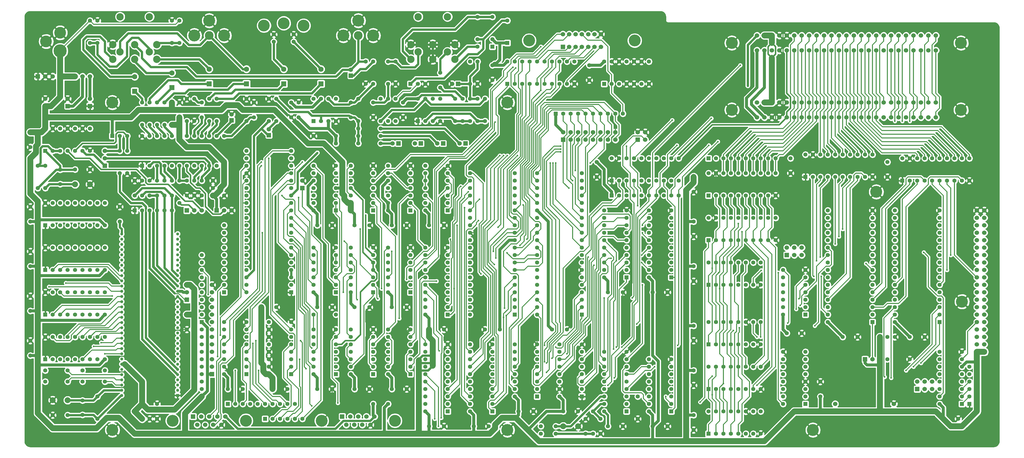
<source format=gbr>
G04 #@! TF.GenerationSoftware,KiCad,Pcbnew,5.1.9-1.fc33*
G04 #@! TF.CreationDate,2021-02-19T03:11:38+01:00*
G04 #@! TF.ProjectId,Omega-Mainboard,4f6d6567-612d-44d6-9169-6e626f617264,rev?*
G04 #@! TF.SameCoordinates,Original*
G04 #@! TF.FileFunction,Copper,L2,Bot*
G04 #@! TF.FilePolarity,Positive*
%FSLAX46Y46*%
G04 Gerber Fmt 4.6, Leading zero omitted, Abs format (unit mm)*
G04 Created by KiCad (PCBNEW 5.1.9-1.fc33) date 2021-02-19 03:11:38*
%MOMM*%
%LPD*%
G01*
G04 APERTURE LIST*
G04 #@! TA.AperFunction,ComponentPad*
%ADD10C,2.500000*%
G04 #@! TD*
G04 #@! TA.AperFunction,ComponentPad*
%ADD11C,1.371600*%
G04 #@! TD*
G04 #@! TA.AperFunction,ComponentPad*
%ADD12C,4.000500*%
G04 #@! TD*
G04 #@! TA.AperFunction,ComponentPad*
%ADD13R,1.397000X1.397000*%
G04 #@! TD*
G04 #@! TA.AperFunction,ComponentPad*
%ADD14C,1.397000*%
G04 #@! TD*
G04 #@! TA.AperFunction,ComponentPad*
%ADD15R,1.016000X1.016000*%
G04 #@! TD*
G04 #@! TA.AperFunction,ComponentPad*
%ADD16C,1.016000*%
G04 #@! TD*
G04 #@! TA.AperFunction,ComponentPad*
%ADD17R,1.524000X1.524000*%
G04 #@! TD*
G04 #@! TA.AperFunction,ComponentPad*
%ADD18C,1.524000*%
G04 #@! TD*
G04 #@! TA.AperFunction,ComponentPad*
%ADD19C,4.064000*%
G04 #@! TD*
G04 #@! TA.AperFunction,ComponentPad*
%ADD20C,2.971800*%
G04 #@! TD*
G04 #@! TA.AperFunction,ComponentPad*
%ADD21C,4.048760*%
G04 #@! TD*
G04 #@! TA.AperFunction,ComponentPad*
%ADD22R,1.490980X1.490980*%
G04 #@! TD*
G04 #@! TA.AperFunction,ComponentPad*
%ADD23C,1.490980*%
G04 #@! TD*
G04 #@! TA.AperFunction,ComponentPad*
%ADD24R,1.778000X1.778000*%
G04 #@! TD*
G04 #@! TA.AperFunction,ComponentPad*
%ADD25C,1.778000*%
G04 #@! TD*
G04 #@! TA.AperFunction,ComponentPad*
%ADD26C,1.998980*%
G04 #@! TD*
G04 #@! TA.AperFunction,ComponentPad*
%ADD27C,4.000000*%
G04 #@! TD*
G04 #@! TA.AperFunction,ComponentPad*
%ADD28C,4.500000*%
G04 #@! TD*
G04 #@! TA.AperFunction,ViaPad*
%ADD29C,0.600000*%
G04 #@! TD*
G04 #@! TA.AperFunction,Conductor*
%ADD30C,0.990600*%
G04 #@! TD*
G04 #@! TA.AperFunction,Conductor*
%ADD31C,1.000000*%
G04 #@! TD*
G04 #@! TA.AperFunction,Conductor*
%ADD32C,2.000000*%
G04 #@! TD*
G04 #@! TA.AperFunction,Conductor*
%ADD33C,0.736600*%
G04 #@! TD*
G04 #@! TA.AperFunction,Conductor*
%ADD34C,0.482600*%
G04 #@! TD*
G04 #@! TA.AperFunction,Conductor*
%ADD35C,0.355600*%
G04 #@! TD*
G04 #@! TA.AperFunction,Conductor*
%ADD36C,0.375000*%
G04 #@! TD*
G04 #@! TA.AperFunction,Conductor*
%ADD37C,0.254000*%
G04 #@! TD*
G04 #@! TA.AperFunction,Conductor*
%ADD38C,0.750000*%
G04 #@! TD*
G04 #@! TA.AperFunction,Conductor*
%ADD39C,0.500000*%
G04 #@! TD*
G04 #@! TA.AperFunction,Conductor*
%ADD40C,0.100000*%
G04 #@! TD*
G04 APERTURE END LIST*
D10*
X71200000Y-48220000D03*
X81200000Y-48220000D03*
X83700000Y-62720000D03*
X83700000Y-57720000D03*
X68700000Y-62720000D03*
X68700000Y-57720000D03*
X81200000Y-60220000D03*
X71200000Y-60220000D03*
X76200000Y-62720000D03*
X76200000Y-57720000D03*
X172800000Y-48220000D03*
X182800000Y-48220000D03*
X185300000Y-62720000D03*
X185300000Y-57720000D03*
X170300000Y-62720000D03*
X170300000Y-57720000D03*
X182800000Y-60220000D03*
X172800000Y-60220000D03*
X177800000Y-62720000D03*
X177800000Y-57720000D03*
D11*
X123600000Y-56720000D03*
X130400000Y-56720000D03*
X130400000Y-54220000D03*
X123600000Y-54220000D03*
D12*
X127000000Y-50420000D03*
X120250000Y-51220000D03*
X133750000Y-51220000D03*
D13*
X238760000Y-109220000D03*
D14*
X241300000Y-109220000D03*
X243840000Y-109220000D03*
X246380000Y-109220000D03*
X248920000Y-109220000D03*
X251460000Y-109220000D03*
X254000000Y-109220000D03*
X256540000Y-109220000D03*
X259080000Y-109220000D03*
X261620000Y-109220000D03*
X91440000Y-82550000D03*
X91440000Y-77470000D03*
X88900000Y-77470000D03*
X88900000Y-85090000D03*
X76200000Y-182880000D03*
X76200000Y-190500000D03*
D15*
X90805000Y-177419000D03*
D16*
X90805000Y-175641000D03*
X90805000Y-173863000D03*
X90805000Y-172085000D03*
X90805000Y-170307000D03*
X90805000Y-168529000D03*
X90805000Y-166751000D03*
X90805000Y-164973000D03*
X90805000Y-163195000D03*
X90805000Y-161417000D03*
X90805000Y-159639000D03*
X90805000Y-157861000D03*
X90805000Y-156083000D03*
X90805000Y-154305000D03*
X90805000Y-152527000D03*
X90805000Y-150749000D03*
X90805000Y-148971000D03*
X90805000Y-147193000D03*
X90805000Y-145415000D03*
X90805000Y-143637000D03*
X90805000Y-141859000D03*
X90805000Y-140081000D03*
X90805000Y-138303000D03*
X90805000Y-136525000D03*
X90805000Y-134747000D03*
X90805000Y-132969000D03*
X90805000Y-131191000D03*
X90805000Y-129413000D03*
X90805000Y-127635000D03*
X90805000Y-125857000D03*
X90805000Y-124079000D03*
X90805000Y-122301000D03*
X71755000Y-122301000D03*
X71755000Y-124079000D03*
X71755000Y-125857000D03*
X71755000Y-127635000D03*
X71755000Y-129413000D03*
X71755000Y-131191000D03*
X71755000Y-132969000D03*
X71755000Y-134747000D03*
X71755000Y-136525000D03*
X71755000Y-138303000D03*
X71755000Y-140081000D03*
X71755000Y-141859000D03*
X71755000Y-143637000D03*
X71755000Y-145415000D03*
X71755000Y-147193000D03*
X71755000Y-148971000D03*
X71755000Y-150749000D03*
X71755000Y-152527000D03*
X71755000Y-154305000D03*
X71755000Y-156083000D03*
X71755000Y-157861000D03*
X71755000Y-159639000D03*
X71755000Y-161417000D03*
X71755000Y-163195000D03*
X71755000Y-164973000D03*
X71755000Y-166751000D03*
X71755000Y-168529000D03*
X71755000Y-170307000D03*
X71755000Y-172085000D03*
X71755000Y-173863000D03*
X71755000Y-175641000D03*
X71755000Y-177419000D03*
D17*
X222250000Y-90170000D03*
D18*
X222250000Y-87630000D03*
X224790000Y-90170000D03*
X224790000Y-87630000D03*
X227330000Y-90170000D03*
X227330000Y-87630000D03*
X229870000Y-90170000D03*
X229870000Y-87630000D03*
X232410000Y-90170000D03*
X232410000Y-87630000D03*
X234950000Y-90170000D03*
X234950000Y-87630000D03*
X237490000Y-90170000D03*
X237490000Y-87630000D03*
X240030000Y-90170000D03*
X240030000Y-87630000D03*
D19*
X101600000Y-49530000D03*
X106680000Y-54610000D03*
X96520000Y-54610000D03*
D20*
X101600000Y-54610000D03*
D14*
X63500000Y-49530000D03*
X63500000Y-57150000D03*
X60960000Y-49530000D03*
X60960000Y-57150000D03*
X88900000Y-49530000D03*
X88900000Y-57150000D03*
D21*
X246600000Y-56320000D03*
X210600000Y-56320000D03*
D17*
X222120000Y-58465000D03*
D18*
X224280000Y-58465000D03*
X226440000Y-58465000D03*
X228600000Y-58465000D03*
X230760000Y-58465000D03*
X232920000Y-58465000D03*
X235080000Y-58465000D03*
X228600000Y-54175000D03*
X222120000Y-54175000D03*
X224280000Y-54175000D03*
X226440000Y-54175000D03*
X230760000Y-54175000D03*
X232920000Y-54175000D03*
X235080000Y-54175000D03*
D14*
X185420000Y-76200000D03*
X185420000Y-83820000D03*
X187960000Y-83820000D03*
X187960000Y-76200000D03*
X190500000Y-83820000D03*
X190500000Y-76200000D03*
X195580000Y-83820000D03*
X195580000Y-76200000D03*
X167640000Y-77470000D03*
X167640000Y-82550000D03*
X193040000Y-76200000D03*
X193040000Y-83820000D03*
X160020000Y-83820000D03*
X160020000Y-76200000D03*
D13*
X172720000Y-83820000D03*
D14*
X175260000Y-83820000D03*
X177800000Y-83820000D03*
X180340000Y-83820000D03*
X180340000Y-76200000D03*
X177800000Y-76200000D03*
X175260000Y-76200000D03*
X172720000Y-76200000D03*
D13*
X198120000Y-58420000D03*
D14*
X198120000Y-55880000D03*
X198120000Y-48260000D03*
X193040000Y-48260000D03*
X193040000Y-55880000D03*
X193040000Y-58420000D03*
X96520000Y-76200000D03*
X96520000Y-83820000D03*
D13*
X144780000Y-170180000D03*
D14*
X144780000Y-167640000D03*
X144780000Y-165100000D03*
X144780000Y-162560000D03*
X144780000Y-160020000D03*
X144780000Y-157480000D03*
X144780000Y-154940000D03*
X137160000Y-154940000D03*
X137160000Y-157480000D03*
X137160000Y-160020000D03*
X137160000Y-162560000D03*
X137160000Y-165100000D03*
X137160000Y-167640000D03*
X137160000Y-170180000D03*
D13*
X157480000Y-170180000D03*
D14*
X157480000Y-167640000D03*
X157480000Y-165100000D03*
X157480000Y-162560000D03*
X157480000Y-160020000D03*
X157480000Y-157480000D03*
X157480000Y-154940000D03*
X149860000Y-154940000D03*
X149860000Y-157480000D03*
X149860000Y-160020000D03*
X149860000Y-162560000D03*
X149860000Y-165100000D03*
X149860000Y-167640000D03*
X149860000Y-170180000D03*
D13*
X157480000Y-114300000D03*
D14*
X157480000Y-111760000D03*
X157480000Y-109220000D03*
X157480000Y-106680000D03*
X157480000Y-104140000D03*
X157480000Y-101600000D03*
X157480000Y-99060000D03*
X149860000Y-99060000D03*
X149860000Y-101600000D03*
X149860000Y-104140000D03*
X149860000Y-106680000D03*
X149860000Y-109220000D03*
X149860000Y-111760000D03*
X149860000Y-114300000D03*
D13*
X243840000Y-137160000D03*
D14*
X243840000Y-134620000D03*
X243840000Y-132080000D03*
X243840000Y-129540000D03*
X243840000Y-127000000D03*
X243840000Y-124460000D03*
X243840000Y-121920000D03*
X243840000Y-119380000D03*
X243840000Y-116840000D03*
X243840000Y-114300000D03*
X236220000Y-114300000D03*
X236220000Y-116840000D03*
X236220000Y-119380000D03*
X236220000Y-121920000D03*
X236220000Y-124460000D03*
X236220000Y-127000000D03*
X236220000Y-129540000D03*
X236220000Y-132080000D03*
X236220000Y-134620000D03*
X236220000Y-137160000D03*
D13*
X205740000Y-149860000D03*
D14*
X205740000Y-147320000D03*
X205740000Y-144780000D03*
X205740000Y-142240000D03*
X205740000Y-139700000D03*
X205740000Y-137160000D03*
X205740000Y-134620000D03*
X205740000Y-132080000D03*
X205740000Y-129540000D03*
X205740000Y-127000000D03*
X205740000Y-124460000D03*
X205740000Y-121920000D03*
X205740000Y-119380000D03*
X205740000Y-116840000D03*
X205740000Y-114300000D03*
X205740000Y-111760000D03*
X205740000Y-109220000D03*
X205740000Y-106680000D03*
X205740000Y-104140000D03*
X205740000Y-101600000D03*
X190500000Y-101600000D03*
X190500000Y-104140000D03*
X190500000Y-106680000D03*
X190500000Y-109220000D03*
X190500000Y-111760000D03*
X190500000Y-114300000D03*
X190500000Y-116840000D03*
X190500000Y-119380000D03*
X190500000Y-121920000D03*
X190500000Y-124460000D03*
X190500000Y-127000000D03*
X190500000Y-129540000D03*
X190500000Y-132080000D03*
X190500000Y-134620000D03*
X190500000Y-137160000D03*
X190500000Y-139700000D03*
X190500000Y-142240000D03*
X190500000Y-144780000D03*
X190500000Y-147320000D03*
X190500000Y-149860000D03*
D13*
X238760000Y-104140000D03*
D14*
X241300000Y-104140000D03*
X243840000Y-104140000D03*
X246380000Y-104140000D03*
X248920000Y-104140000D03*
X251460000Y-104140000D03*
X254000000Y-104140000D03*
X256540000Y-104140000D03*
X259080000Y-104140000D03*
X261620000Y-104140000D03*
X261620000Y-96520000D03*
X259080000Y-96520000D03*
X256540000Y-96520000D03*
X254000000Y-96520000D03*
X251460000Y-96520000D03*
X248920000Y-96520000D03*
X246380000Y-96520000D03*
X243840000Y-96520000D03*
X241300000Y-96520000D03*
X238760000Y-96520000D03*
X252730000Y-142240000D03*
X257810000Y-142240000D03*
D18*
X288290000Y-59690000D03*
X288290000Y-54610000D03*
X290830000Y-59690000D03*
X290830000Y-54610000D03*
X293370000Y-59690000D03*
X293370000Y-54610000D03*
X295910000Y-59690000D03*
X295910000Y-54610000D03*
X298450000Y-59690000D03*
X298450000Y-54610000D03*
X300990000Y-59690000D03*
X300990000Y-54610000D03*
X303530000Y-59690000D03*
X303530000Y-54610000D03*
X306070000Y-59690000D03*
X306070000Y-54610000D03*
X308610000Y-59690000D03*
X308610000Y-54610000D03*
X311150000Y-59690000D03*
X311150000Y-54610000D03*
X313690000Y-59690000D03*
X313690000Y-54610000D03*
X316230000Y-59690000D03*
X316230000Y-54610000D03*
X318770000Y-59690000D03*
X318770000Y-54610000D03*
X321310000Y-59690000D03*
X321310000Y-54610000D03*
X323850000Y-59690000D03*
X323850000Y-54610000D03*
X326390000Y-59690000D03*
X326390000Y-54610000D03*
X328930000Y-59690000D03*
X328930000Y-54610000D03*
X331470000Y-59690000D03*
X331470000Y-54610000D03*
X334010000Y-59690000D03*
X334010000Y-54610000D03*
X336550000Y-59690000D03*
X336550000Y-54610000D03*
X339090000Y-59690000D03*
X339090000Y-54610000D03*
X341630000Y-59690000D03*
X341630000Y-54610000D03*
X344170000Y-59690000D03*
X344170000Y-54610000D03*
X346710000Y-59690000D03*
X346710000Y-54610000D03*
X349250000Y-59690000D03*
X349250000Y-54610000D03*
D21*
X89105740Y-186055000D03*
X114094260Y-186055000D03*
D17*
X96113600Y-184632600D03*
D18*
X98856800Y-184632600D03*
X101600000Y-184632600D03*
X104343200Y-184632600D03*
X107086400Y-184632600D03*
X105714800Y-187477400D03*
X102971600Y-187477400D03*
X100203000Y-187477400D03*
X97485200Y-187477400D03*
D13*
X327660000Y-152400000D03*
D14*
X327660000Y-149860000D03*
X327660000Y-147320000D03*
X327660000Y-144780000D03*
X327660000Y-142240000D03*
X327660000Y-139700000D03*
X327660000Y-137160000D03*
X327660000Y-134620000D03*
X327660000Y-132080000D03*
X327660000Y-129540000D03*
X327660000Y-127000000D03*
X327660000Y-124460000D03*
X327660000Y-121920000D03*
X327660000Y-119380000D03*
X327660000Y-116840000D03*
X327660000Y-114300000D03*
X312420000Y-114300000D03*
X312420000Y-116840000D03*
X312420000Y-119380000D03*
X312420000Y-121920000D03*
X312420000Y-124460000D03*
X312420000Y-127000000D03*
X312420000Y-129540000D03*
X312420000Y-132080000D03*
X312420000Y-134620000D03*
X312420000Y-137160000D03*
X312420000Y-139700000D03*
X312420000Y-142240000D03*
X312420000Y-144780000D03*
X312420000Y-147320000D03*
X312420000Y-149860000D03*
X312420000Y-152400000D03*
D13*
X350520000Y-152400000D03*
D14*
X350520000Y-149860000D03*
X350520000Y-147320000D03*
X350520000Y-144780000D03*
X350520000Y-142240000D03*
X350520000Y-139700000D03*
X350520000Y-137160000D03*
X350520000Y-134620000D03*
X350520000Y-132080000D03*
X350520000Y-129540000D03*
X350520000Y-127000000D03*
X350520000Y-124460000D03*
X350520000Y-121920000D03*
X350520000Y-119380000D03*
X350520000Y-116840000D03*
X350520000Y-114300000D03*
X335280000Y-114300000D03*
X335280000Y-116840000D03*
X335280000Y-119380000D03*
X335280000Y-121920000D03*
X335280000Y-124460000D03*
X335280000Y-127000000D03*
X335280000Y-129540000D03*
X335280000Y-132080000D03*
X335280000Y-134620000D03*
X335280000Y-137160000D03*
X335280000Y-139700000D03*
X335280000Y-142240000D03*
X335280000Y-144780000D03*
X335280000Y-147320000D03*
X335280000Y-149860000D03*
X335280000Y-152400000D03*
D13*
X304800000Y-102870000D03*
D14*
X307340000Y-102870000D03*
X309880000Y-102870000D03*
X312420000Y-102870000D03*
X314960000Y-102870000D03*
X317500000Y-102870000D03*
X320040000Y-102870000D03*
X322580000Y-102870000D03*
X325120000Y-102870000D03*
X327660000Y-102870000D03*
X327660000Y-95250000D03*
X325120000Y-95250000D03*
X322580000Y-95250000D03*
X320040000Y-95250000D03*
X317500000Y-95250000D03*
X314960000Y-95250000D03*
X312420000Y-95250000D03*
X309880000Y-95250000D03*
X307340000Y-95250000D03*
X304800000Y-95250000D03*
D18*
X314929520Y-180340000D03*
X334929480Y-180340000D03*
D13*
X304800000Y-149860000D03*
D14*
X304800000Y-147320000D03*
X304800000Y-144780000D03*
X304800000Y-142240000D03*
X304800000Y-139700000D03*
X304800000Y-137160000D03*
X304800000Y-134620000D03*
X297180000Y-134620000D03*
X297180000Y-137160000D03*
X297180000Y-139700000D03*
X297180000Y-142240000D03*
X297180000Y-144780000D03*
X297180000Y-147320000D03*
X297180000Y-149860000D03*
X298450000Y-156210000D03*
X303530000Y-156210000D03*
D13*
X271780000Y-109220000D03*
D14*
X274320000Y-109220000D03*
X276860000Y-109220000D03*
X279400000Y-109220000D03*
X281940000Y-109220000D03*
X284480000Y-109220000D03*
X287020000Y-109220000D03*
X289560000Y-109220000D03*
X292100000Y-109220000D03*
X294640000Y-109220000D03*
X294640000Y-101600000D03*
X292100000Y-101600000D03*
X289560000Y-101600000D03*
X287020000Y-101600000D03*
X284480000Y-101600000D03*
X281940000Y-101600000D03*
X279400000Y-101600000D03*
X276860000Y-101600000D03*
X274320000Y-101600000D03*
X271780000Y-101600000D03*
D13*
X271780000Y-124460000D03*
D14*
X274320000Y-124460000D03*
X276860000Y-124460000D03*
X279400000Y-124460000D03*
X281940000Y-124460000D03*
X284480000Y-124460000D03*
X287020000Y-124460000D03*
X289560000Y-124460000D03*
X292100000Y-124460000D03*
X294640000Y-124460000D03*
X294640000Y-116840000D03*
X292100000Y-116840000D03*
X289560000Y-116840000D03*
X287020000Y-116840000D03*
X284480000Y-116840000D03*
X281940000Y-116840000D03*
X279400000Y-116840000D03*
X276860000Y-116840000D03*
X274320000Y-116840000D03*
X271780000Y-116840000D03*
D13*
X243840000Y-182880000D03*
D14*
X243840000Y-180340000D03*
X243840000Y-177800000D03*
X243840000Y-175260000D03*
X243840000Y-172720000D03*
X243840000Y-170180000D03*
X243840000Y-167640000D03*
X243840000Y-165100000D03*
X243840000Y-162560000D03*
X236220000Y-162560000D03*
X236220000Y-165100000D03*
X236220000Y-167640000D03*
X236220000Y-170180000D03*
X236220000Y-172720000D03*
X236220000Y-175260000D03*
X236220000Y-177800000D03*
X236220000Y-180340000D03*
X236220000Y-182880000D03*
D13*
X157480000Y-142240000D03*
D14*
X157480000Y-139700000D03*
X157480000Y-137160000D03*
X157480000Y-134620000D03*
X157480000Y-132080000D03*
X157480000Y-129540000D03*
X157480000Y-127000000D03*
X149860000Y-127000000D03*
X149860000Y-129540000D03*
X149860000Y-132080000D03*
X149860000Y-134620000D03*
X149860000Y-137160000D03*
X149860000Y-139700000D03*
X149860000Y-142240000D03*
D13*
X129540000Y-142240000D03*
D14*
X129540000Y-139700000D03*
X129540000Y-137160000D03*
X129540000Y-134620000D03*
X129540000Y-132080000D03*
X129540000Y-129540000D03*
X129540000Y-127000000D03*
X129540000Y-124460000D03*
X129540000Y-121920000D03*
X129540000Y-119380000D03*
X129540000Y-116840000D03*
X129540000Y-114300000D03*
X129540000Y-111760000D03*
X129540000Y-109220000D03*
X129540000Y-106680000D03*
X129540000Y-104140000D03*
X129540000Y-101600000D03*
X129540000Y-99060000D03*
X129540000Y-96520000D03*
X129540000Y-93980000D03*
X114300000Y-93980000D03*
X114300000Y-96520000D03*
X114300000Y-99060000D03*
X114300000Y-101600000D03*
X114300000Y-104140000D03*
X114300000Y-106680000D03*
X114300000Y-109220000D03*
X114300000Y-111760000D03*
X114300000Y-114300000D03*
X114300000Y-116840000D03*
X114300000Y-119380000D03*
X114300000Y-121920000D03*
X114300000Y-124460000D03*
X114300000Y-127000000D03*
X114300000Y-129540000D03*
X114300000Y-132080000D03*
X114300000Y-134620000D03*
X114300000Y-137160000D03*
X114300000Y-139700000D03*
X114300000Y-142240000D03*
D13*
X170180000Y-170180000D03*
D14*
X170180000Y-167640000D03*
X170180000Y-165100000D03*
X170180000Y-162560000D03*
X170180000Y-160020000D03*
X170180000Y-157480000D03*
X170180000Y-154940000D03*
X162560000Y-154940000D03*
X162560000Y-157480000D03*
X162560000Y-160020000D03*
X162560000Y-162560000D03*
X162560000Y-165100000D03*
X162560000Y-167640000D03*
X162560000Y-170180000D03*
D13*
X45720000Y-93980000D03*
D14*
X48260000Y-93980000D03*
X50800000Y-93980000D03*
X53340000Y-93980000D03*
X55880000Y-93980000D03*
X58420000Y-93980000D03*
X60960000Y-93980000D03*
X60960000Y-86360000D03*
X58420000Y-86360000D03*
X55880000Y-86360000D03*
X53340000Y-86360000D03*
X50800000Y-86360000D03*
X48260000Y-86360000D03*
X45720000Y-86360000D03*
D13*
X170180000Y-142240000D03*
D14*
X170180000Y-139700000D03*
X170180000Y-137160000D03*
X170180000Y-134620000D03*
X170180000Y-132080000D03*
X170180000Y-129540000D03*
X170180000Y-127000000D03*
X162560000Y-127000000D03*
X162560000Y-129540000D03*
X162560000Y-132080000D03*
X162560000Y-134620000D03*
X162560000Y-137160000D03*
X162560000Y-139700000D03*
X162560000Y-142240000D03*
D13*
X182880000Y-149860000D03*
D14*
X182880000Y-147320000D03*
X182880000Y-144780000D03*
X182880000Y-142240000D03*
X182880000Y-139700000D03*
X182880000Y-137160000D03*
X182880000Y-134620000D03*
X182880000Y-132080000D03*
X182880000Y-129540000D03*
X182880000Y-127000000D03*
X175260000Y-127000000D03*
X175260000Y-129540000D03*
X175260000Y-132080000D03*
X175260000Y-134620000D03*
X175260000Y-137160000D03*
X175260000Y-139700000D03*
X175260000Y-142240000D03*
X175260000Y-144780000D03*
X175260000Y-147320000D03*
X175260000Y-149860000D03*
D13*
X228600000Y-149860000D03*
D14*
X228600000Y-147320000D03*
X228600000Y-144780000D03*
X228600000Y-142240000D03*
X228600000Y-139700000D03*
X228600000Y-137160000D03*
X228600000Y-134620000D03*
X228600000Y-132080000D03*
X228600000Y-129540000D03*
X228600000Y-127000000D03*
X228600000Y-124460000D03*
X228600000Y-121920000D03*
X228600000Y-119380000D03*
X228600000Y-116840000D03*
X228600000Y-114300000D03*
X228600000Y-111760000D03*
X228600000Y-109220000D03*
X228600000Y-106680000D03*
X228600000Y-104140000D03*
X228600000Y-101600000D03*
X213360000Y-101600000D03*
X213360000Y-104140000D03*
X213360000Y-106680000D03*
X213360000Y-109220000D03*
X213360000Y-111760000D03*
X213360000Y-114300000D03*
X213360000Y-116840000D03*
X213360000Y-119380000D03*
X213360000Y-121920000D03*
X213360000Y-124460000D03*
X213360000Y-127000000D03*
X213360000Y-129540000D03*
X213360000Y-132080000D03*
X213360000Y-134620000D03*
X213360000Y-137160000D03*
X213360000Y-139700000D03*
X213360000Y-142240000D03*
X213360000Y-144780000D03*
X213360000Y-147320000D03*
X213360000Y-149860000D03*
D13*
X259080000Y-137160000D03*
D14*
X259080000Y-134620000D03*
X259080000Y-132080000D03*
X259080000Y-129540000D03*
X259080000Y-127000000D03*
X259080000Y-124460000D03*
X259080000Y-121920000D03*
X259080000Y-119380000D03*
X259080000Y-116840000D03*
X259080000Y-114300000D03*
X251460000Y-114300000D03*
X251460000Y-116840000D03*
X251460000Y-119380000D03*
X251460000Y-121920000D03*
X251460000Y-124460000D03*
X251460000Y-127000000D03*
X251460000Y-129540000D03*
X251460000Y-132080000D03*
X251460000Y-134620000D03*
X251460000Y-137160000D03*
D13*
X45720000Y-119380000D03*
D14*
X48260000Y-119380000D03*
X50800000Y-119380000D03*
X53340000Y-119380000D03*
X55880000Y-119380000D03*
X58420000Y-119380000D03*
X60960000Y-119380000D03*
X63500000Y-119380000D03*
X66040000Y-119380000D03*
X66040000Y-111760000D03*
X63500000Y-111760000D03*
X60960000Y-111760000D03*
X58420000Y-111760000D03*
X55880000Y-111760000D03*
X53340000Y-111760000D03*
X50800000Y-111760000D03*
X48260000Y-111760000D03*
X45720000Y-111760000D03*
D13*
X259080000Y-182880000D03*
D14*
X259080000Y-180340000D03*
X259080000Y-177800000D03*
X259080000Y-175260000D03*
X259080000Y-172720000D03*
X259080000Y-170180000D03*
X259080000Y-167640000D03*
X259080000Y-165100000D03*
X251460000Y-165100000D03*
X251460000Y-167640000D03*
X251460000Y-170180000D03*
X251460000Y-172720000D03*
X251460000Y-175260000D03*
X251460000Y-177800000D03*
X251460000Y-180340000D03*
X251460000Y-182880000D03*
D13*
X228600000Y-177800000D03*
D14*
X228600000Y-175260000D03*
X228600000Y-172720000D03*
X228600000Y-170180000D03*
X228600000Y-167640000D03*
X228600000Y-165100000D03*
X228600000Y-162560000D03*
X228600000Y-160020000D03*
X220980000Y-160020000D03*
X220980000Y-162560000D03*
X220980000Y-165100000D03*
X220980000Y-167640000D03*
X220980000Y-170180000D03*
X220980000Y-172720000D03*
X220980000Y-175260000D03*
X220980000Y-177800000D03*
D13*
X182880000Y-182880000D03*
D14*
X182880000Y-180340000D03*
X182880000Y-177800000D03*
X182880000Y-175260000D03*
X182880000Y-172720000D03*
X182880000Y-170180000D03*
X182880000Y-167640000D03*
X182880000Y-165100000D03*
X182880000Y-162560000D03*
X182880000Y-160020000D03*
X175260000Y-160020000D03*
X175260000Y-162560000D03*
X175260000Y-165100000D03*
X175260000Y-167640000D03*
X175260000Y-170180000D03*
X175260000Y-172720000D03*
X175260000Y-175260000D03*
X175260000Y-177800000D03*
X175260000Y-180340000D03*
X175260000Y-182880000D03*
D18*
X148285200Y-187477400D03*
X151003000Y-187477400D03*
X153771600Y-187477400D03*
X156514800Y-187477400D03*
X157886400Y-184632600D03*
X155143200Y-184632600D03*
X152400000Y-184632600D03*
X149656800Y-184632600D03*
D17*
X146913600Y-184632600D03*
D21*
X164894260Y-186055000D03*
X139905740Y-186055000D03*
D13*
X198120000Y-182880000D03*
D14*
X198120000Y-180340000D03*
X198120000Y-177800000D03*
X198120000Y-175260000D03*
X198120000Y-172720000D03*
X198120000Y-170180000D03*
X198120000Y-167640000D03*
X198120000Y-165100000D03*
X198120000Y-162560000D03*
X198120000Y-160020000D03*
X190500000Y-160020000D03*
X190500000Y-162560000D03*
X190500000Y-165100000D03*
X190500000Y-167640000D03*
X190500000Y-170180000D03*
X190500000Y-172720000D03*
X190500000Y-175260000D03*
X190500000Y-177800000D03*
X190500000Y-180340000D03*
X190500000Y-182880000D03*
D22*
X188960760Y-91440000D03*
D23*
X186959240Y-91440000D03*
D13*
X358140000Y-180340000D03*
D14*
X358140000Y-177800000D03*
X358140000Y-175260000D03*
X358140000Y-172720000D03*
X358140000Y-170180000D03*
X358140000Y-167640000D03*
X358140000Y-165100000D03*
X358140000Y-162560000D03*
X350520000Y-162560000D03*
X350520000Y-165100000D03*
X350520000Y-167640000D03*
X350520000Y-170180000D03*
X350520000Y-172720000D03*
X350520000Y-175260000D03*
X350520000Y-177800000D03*
X350520000Y-180340000D03*
D18*
X349250000Y-77470000D03*
X349250000Y-82550000D03*
X346710000Y-77470000D03*
X346710000Y-82550000D03*
X344170000Y-77470000D03*
X344170000Y-82550000D03*
X341630000Y-77470000D03*
X341630000Y-82550000D03*
X339090000Y-77470000D03*
X339090000Y-82550000D03*
X336550000Y-77470000D03*
X336550000Y-82550000D03*
X334010000Y-77470000D03*
X334010000Y-82550000D03*
X331470000Y-77470000D03*
X331470000Y-82550000D03*
X328930000Y-77470000D03*
X328930000Y-82550000D03*
X326390000Y-77470000D03*
X326390000Y-82550000D03*
X323850000Y-77470000D03*
X323850000Y-82550000D03*
X321310000Y-77470000D03*
X321310000Y-82550000D03*
X318770000Y-77470000D03*
X318770000Y-82550000D03*
X316230000Y-77470000D03*
X316230000Y-82550000D03*
X313690000Y-77470000D03*
X313690000Y-82550000D03*
X311150000Y-77470000D03*
X311150000Y-82550000D03*
X308610000Y-77470000D03*
X308610000Y-82550000D03*
X306070000Y-77470000D03*
X306070000Y-82550000D03*
X303530000Y-77470000D03*
X303530000Y-82550000D03*
X300990000Y-77470000D03*
X300990000Y-82550000D03*
X298450000Y-77470000D03*
X298450000Y-82550000D03*
X295910000Y-77470000D03*
X295910000Y-82550000D03*
X293370000Y-77470000D03*
X293370000Y-82550000D03*
X290830000Y-77470000D03*
X290830000Y-82550000D03*
X288290000Y-77470000D03*
X288290000Y-82550000D03*
D14*
X104140000Y-76200000D03*
X104140000Y-83820000D03*
D19*
X68580000Y-77470000D03*
X203200000Y-77470000D03*
X328930000Y-107950000D03*
X68580000Y-189230000D03*
X203200000Y-189230000D03*
X307340000Y-189230000D03*
X358140000Y-145415000D03*
D14*
X200660000Y-154940000D03*
X195580000Y-154940000D03*
X218440000Y-154940000D03*
X223520000Y-154940000D03*
X78740000Y-180340000D03*
X83820000Y-180340000D03*
X119380000Y-147320000D03*
X124460000Y-147320000D03*
X237490000Y-187960000D03*
X242570000Y-187960000D03*
X317500000Y-157480000D03*
X322580000Y-157480000D03*
X340360000Y-157480000D03*
X345440000Y-157480000D03*
X40640000Y-118110000D03*
X40640000Y-113030000D03*
X40640000Y-148590000D03*
X40640000Y-143510000D03*
X40640000Y-133350000D03*
X40640000Y-128270000D03*
X40640000Y-163830000D03*
X40640000Y-158750000D03*
X176530000Y-154940000D03*
X181610000Y-154940000D03*
X176530000Y-187960000D03*
X181610000Y-187960000D03*
X191770000Y-187960000D03*
X196850000Y-187960000D03*
X266700000Y-133350000D03*
X266700000Y-138430000D03*
X266700000Y-168910000D03*
X266700000Y-173990000D03*
X266700000Y-153670000D03*
X266700000Y-158750000D03*
X266700000Y-184150000D03*
X266700000Y-189230000D03*
X299720000Y-96520000D03*
X299720000Y-101600000D03*
X332740000Y-97790000D03*
X332740000Y-102870000D03*
X233680000Y-97790000D03*
X233680000Y-102870000D03*
X237490000Y-142240000D03*
X242570000Y-142240000D03*
X198120000Y-64770000D03*
X198120000Y-69850000D03*
X266700000Y-102870000D03*
X266700000Y-107950000D03*
X266700000Y-118110000D03*
X266700000Y-123190000D03*
X252730000Y-187960000D03*
X257810000Y-187960000D03*
X107950000Y-175260000D03*
X113030000Y-175260000D03*
X123190000Y-175260000D03*
X128270000Y-175260000D03*
X222250000Y-182880000D03*
X227330000Y-182880000D03*
X207010000Y-182880000D03*
X212090000Y-182880000D03*
X351790000Y-185420000D03*
X356870000Y-185420000D03*
X231140000Y-64770000D03*
X231140000Y-69850000D03*
X163830000Y-119380000D03*
X168910000Y-119380000D03*
X151130000Y-119380000D03*
X156210000Y-119380000D03*
X138430000Y-119380000D03*
X143510000Y-119380000D03*
X163830000Y-175260000D03*
X168910000Y-175260000D03*
X151130000Y-175260000D03*
X156210000Y-175260000D03*
X151130000Y-147320000D03*
X156210000Y-147320000D03*
X163830000Y-147320000D03*
X168910000Y-147320000D03*
X138430000Y-175260000D03*
X143510000Y-175260000D03*
X40640000Y-87630000D03*
X40640000Y-92710000D03*
X138430000Y-147320000D03*
X143510000Y-147320000D03*
X176530000Y-119380000D03*
X181610000Y-119380000D03*
X309880000Y-177800000D03*
X309880000Y-172720000D03*
X106680000Y-104140000D03*
X106680000Y-109220000D03*
X129540000Y-77470000D03*
X129540000Y-82550000D03*
X86360000Y-109220000D03*
X86360000Y-104140000D03*
X83820000Y-109220000D03*
X83820000Y-104140000D03*
X88900000Y-109220000D03*
X88900000Y-104140000D03*
X96520000Y-104140000D03*
X96520000Y-109220000D03*
X116840000Y-82550000D03*
X116840000Y-77470000D03*
X71120000Y-113030000D03*
X71120000Y-118110000D03*
D24*
X114300000Y-71079360D03*
D25*
X114300000Y-66080640D03*
D24*
X139700000Y-71079360D03*
D25*
X139700000Y-66080640D03*
D24*
X127000000Y-71079360D03*
D25*
X127000000Y-66080640D03*
D24*
X76200000Y-73619360D03*
D25*
X76200000Y-68620640D03*
D24*
X101600000Y-71079360D03*
D25*
X101600000Y-66080640D03*
D24*
X88900000Y-72349360D03*
D25*
X88900000Y-67350640D03*
D22*
X45720000Y-78720000D03*
D23*
X45720000Y-76220000D03*
D22*
X53340000Y-78720000D03*
D23*
X53340000Y-76220000D03*
D22*
X60960000Y-78720000D03*
D23*
X60960000Y-76220000D03*
D22*
X186420760Y-71120000D03*
D23*
X184419240Y-71120000D03*
D22*
X121920000Y-88630760D03*
D23*
X121920000Y-86629240D03*
D22*
X166100760Y-91440000D03*
D23*
X164099240Y-91440000D03*
D22*
X181340760Y-91440000D03*
D23*
X179339240Y-91440000D03*
D22*
X149860000Y-68310760D03*
D23*
X149860000Y-66309240D03*
X109220000Y-81549240D03*
D22*
X109220000Y-83550760D03*
D23*
X171719240Y-91440000D03*
D22*
X173720760Y-91440000D03*
D14*
X157480000Y-77470000D03*
X157480000Y-82550000D03*
X180340000Y-67310000D03*
X180340000Y-72390000D03*
X149860000Y-82550000D03*
X149860000Y-77470000D03*
X132080000Y-82550000D03*
X132080000Y-77470000D03*
X78740000Y-109220000D03*
X78740000Y-104140000D03*
X81280000Y-109220000D03*
X81280000Y-104140000D03*
X76200000Y-109220000D03*
X76200000Y-104140000D03*
X99060000Y-104140000D03*
X99060000Y-109220000D03*
X234950000Y-190500000D03*
X234950000Y-185420000D03*
X229870000Y-185420000D03*
X229870000Y-190500000D03*
D26*
X48260000Y-179070000D03*
X53340000Y-179070000D03*
X60960000Y-105410000D03*
X55880000Y-105410000D03*
D14*
X48260000Y-184150000D03*
X53340000Y-184150000D03*
X60960000Y-100330000D03*
X55880000Y-100330000D03*
X99060000Y-82550000D03*
X99060000Y-77470000D03*
X93980000Y-104140000D03*
X93980000Y-109220000D03*
X203200000Y-49530000D03*
D13*
X203200000Y-57150000D03*
D19*
X279717500Y-57150000D03*
X357822500Y-57150000D03*
X279717500Y-80010000D03*
X357822500Y-80010000D03*
D27*
X50800000Y-53657500D03*
D28*
X50800000Y-59857640D03*
D27*
X45999400Y-56657240D03*
D17*
X43180000Y-68580000D03*
D18*
X45720000Y-68580000D03*
X48260000Y-68580000D03*
X50800000Y-68580000D03*
X53340000Y-68580000D03*
X55880000Y-68580000D03*
X58420000Y-68580000D03*
X60960000Y-68580000D03*
D17*
X365760000Y-162560000D03*
D18*
X363220000Y-162560000D03*
X365760000Y-160020000D03*
X363220000Y-160020000D03*
X365760000Y-157480000D03*
X363220000Y-157480000D03*
X365760000Y-154940000D03*
X363220000Y-154940000D03*
X365760000Y-152400000D03*
X363220000Y-152400000D03*
X365760000Y-149860000D03*
X363220000Y-149860000D03*
X365760000Y-147320000D03*
X363220000Y-147320000D03*
X365760000Y-144780000D03*
X363220000Y-144780000D03*
X365760000Y-142240000D03*
X363220000Y-142240000D03*
X365760000Y-139700000D03*
X363220000Y-139700000D03*
X365760000Y-137160000D03*
X363220000Y-137160000D03*
X365760000Y-134620000D03*
X363220000Y-134620000D03*
X365760000Y-132080000D03*
X363220000Y-132080000D03*
X363220000Y-129540000D03*
X365760000Y-129540000D03*
X363220000Y-127000000D03*
X365760000Y-127000000D03*
X365760000Y-124460000D03*
X363220000Y-124460000D03*
X365760000Y-121920000D03*
X363220000Y-121920000D03*
X365760000Y-119380000D03*
X363220000Y-119380000D03*
X365760000Y-116840000D03*
X363220000Y-116840000D03*
X365760000Y-114300000D03*
X363220000Y-114300000D03*
D17*
X325120000Y-165100000D03*
D18*
X327660000Y-165100000D03*
D17*
X133350000Y-106680000D03*
D18*
X133350000Y-104140000D03*
D17*
X93980000Y-144780000D03*
D18*
X93980000Y-142240000D03*
X93980000Y-139700000D03*
D17*
X104140000Y-114300000D03*
D18*
X106680000Y-114300000D03*
X109220000Y-114300000D03*
D17*
X93980000Y-114300000D03*
D18*
X96520000Y-114300000D03*
X99060000Y-114300000D03*
D13*
X170180000Y-71120000D03*
D14*
X172720000Y-71120000D03*
X175260000Y-71120000D03*
X43180000Y-99060000D03*
X43180000Y-106680000D03*
X63500000Y-185420000D03*
X63500000Y-177800000D03*
X232410000Y-182880000D03*
X232410000Y-190500000D03*
X247650000Y-177800000D03*
X247650000Y-185420000D03*
X114300000Y-83820000D03*
X114300000Y-76200000D03*
X154940000Y-63500000D03*
X154940000Y-71120000D03*
X93980000Y-83820000D03*
X93980000Y-76200000D03*
X152400000Y-91440000D03*
X160020000Y-91440000D03*
X332740000Y-165100000D03*
X340360000Y-165100000D03*
X152400000Y-83820000D03*
X152400000Y-76200000D03*
X152400000Y-88900000D03*
X160020000Y-88900000D03*
X152400000Y-86360000D03*
X160020000Y-86360000D03*
X162560000Y-83820000D03*
X162560000Y-76200000D03*
X162560000Y-71120000D03*
X162560000Y-63500000D03*
X193040000Y-63500000D03*
X193040000Y-71120000D03*
X190500000Y-71120000D03*
X190500000Y-63500000D03*
X71120000Y-93980000D03*
X71120000Y-101600000D03*
X91440000Y-104140000D03*
X91440000Y-111760000D03*
X124460000Y-76200000D03*
X124460000Y-83820000D03*
X144780000Y-149860000D03*
X137160000Y-149860000D03*
X45720000Y-106680000D03*
X45720000Y-99060000D03*
X165100000Y-83820000D03*
X165100000Y-76200000D03*
X121920000Y-83820000D03*
X121920000Y-76200000D03*
X73660000Y-101600000D03*
X73660000Y-93980000D03*
X91440000Y-57150000D03*
X91440000Y-49530000D03*
X58420000Y-168910000D03*
X66040000Y-168910000D03*
X45720000Y-172720000D03*
X53340000Y-172720000D03*
X45720000Y-168910000D03*
X53340000Y-168910000D03*
X58420000Y-172720000D03*
X66040000Y-172720000D03*
X157480000Y-71120000D03*
X157480000Y-63500000D03*
X165100000Y-63500000D03*
X165100000Y-71120000D03*
X86360000Y-77470000D03*
X86360000Y-85090000D03*
X101600000Y-76200000D03*
X101600000Y-83820000D03*
X78740000Y-77470000D03*
X78740000Y-85090000D03*
X81280000Y-77470000D03*
X81280000Y-85090000D03*
X83820000Y-77470000D03*
X83820000Y-85090000D03*
D13*
X106680000Y-142240000D03*
D14*
X106680000Y-139700000D03*
X106680000Y-137160000D03*
X106680000Y-134620000D03*
X106680000Y-132080000D03*
X106680000Y-129540000D03*
X106680000Y-127000000D03*
X106680000Y-124460000D03*
X106680000Y-121920000D03*
X106680000Y-119380000D03*
D13*
X99060000Y-152400000D03*
D14*
X99060000Y-149860000D03*
X99060000Y-147320000D03*
X99060000Y-144780000D03*
X99060000Y-142240000D03*
X99060000Y-139700000D03*
X99060000Y-137160000D03*
X99060000Y-134620000D03*
X99060000Y-132080000D03*
X99060000Y-129540000D03*
D13*
X99060000Y-177800000D03*
D14*
X99060000Y-175260000D03*
X99060000Y-172720000D03*
X99060000Y-170180000D03*
X99060000Y-167640000D03*
X99060000Y-165100000D03*
X99060000Y-162560000D03*
X99060000Y-160020000D03*
X99060000Y-157480000D03*
X99060000Y-154940000D03*
D13*
X271780000Y-96520000D03*
D14*
X274320000Y-96520000D03*
X276860000Y-96520000D03*
X279400000Y-96520000D03*
X281940000Y-96520000D03*
X284480000Y-96520000D03*
X287020000Y-96520000D03*
X289560000Y-96520000D03*
X292100000Y-96520000D03*
X294640000Y-96520000D03*
D13*
X107950000Y-180340000D03*
D14*
X110490000Y-180340000D03*
X113030000Y-180340000D03*
X115570000Y-180340000D03*
X118110000Y-180340000D03*
X120650000Y-180340000D03*
X123190000Y-180340000D03*
X125730000Y-180340000D03*
X128270000Y-180340000D03*
X130810000Y-180340000D03*
D13*
X120650000Y-185420000D03*
D14*
X123190000Y-185420000D03*
X125730000Y-185420000D03*
X128270000Y-185420000D03*
X130810000Y-185420000D03*
X133350000Y-185420000D03*
D13*
X76200000Y-114300000D03*
D14*
X78740000Y-114300000D03*
X81280000Y-114300000D03*
X83820000Y-114300000D03*
X86360000Y-114300000D03*
X88900000Y-114300000D03*
D13*
X45720000Y-149860000D03*
D14*
X48260000Y-149860000D03*
X50800000Y-149860000D03*
X53340000Y-149860000D03*
X55880000Y-149860000D03*
X58420000Y-149860000D03*
X60960000Y-149860000D03*
X63500000Y-149860000D03*
X66040000Y-149860000D03*
X66040000Y-142240000D03*
X63500000Y-142240000D03*
X60960000Y-142240000D03*
X58420000Y-142240000D03*
X55880000Y-142240000D03*
X53340000Y-142240000D03*
X50800000Y-142240000D03*
X48260000Y-142240000D03*
X45720000Y-142240000D03*
D13*
X45720000Y-134620000D03*
D14*
X48260000Y-134620000D03*
X50800000Y-134620000D03*
X53340000Y-134620000D03*
X55880000Y-134620000D03*
X58420000Y-134620000D03*
X60960000Y-134620000D03*
X63500000Y-134620000D03*
X66040000Y-134620000D03*
X66040000Y-127000000D03*
X63500000Y-127000000D03*
X60960000Y-127000000D03*
X58420000Y-127000000D03*
X55880000Y-127000000D03*
X53340000Y-127000000D03*
X50800000Y-127000000D03*
X48260000Y-127000000D03*
X45720000Y-127000000D03*
D13*
X45720000Y-165100000D03*
D14*
X48260000Y-165100000D03*
X50800000Y-165100000D03*
X53340000Y-165100000D03*
X55880000Y-165100000D03*
X58420000Y-165100000D03*
X60960000Y-165100000D03*
X63500000Y-165100000D03*
X66040000Y-165100000D03*
X66040000Y-157480000D03*
X63500000Y-157480000D03*
X60960000Y-157480000D03*
X58420000Y-157480000D03*
X55880000Y-157480000D03*
X53340000Y-157480000D03*
X50800000Y-157480000D03*
X48260000Y-157480000D03*
X45720000Y-157480000D03*
D13*
X271780000Y-139700000D03*
D14*
X274320000Y-139700000D03*
X276860000Y-139700000D03*
X279400000Y-139700000D03*
X281940000Y-139700000D03*
X284480000Y-139700000D03*
X287020000Y-139700000D03*
X289560000Y-139700000D03*
X289560000Y-132080000D03*
X287020000Y-132080000D03*
X284480000Y-132080000D03*
X281940000Y-132080000D03*
X279400000Y-132080000D03*
X276860000Y-132080000D03*
X274320000Y-132080000D03*
X271780000Y-132080000D03*
D13*
X271780000Y-175260000D03*
D14*
X274320000Y-175260000D03*
X276860000Y-175260000D03*
X279400000Y-175260000D03*
X281940000Y-175260000D03*
X284480000Y-175260000D03*
X287020000Y-175260000D03*
X289560000Y-175260000D03*
X289560000Y-167640000D03*
X287020000Y-167640000D03*
X284480000Y-167640000D03*
X281940000Y-167640000D03*
X279400000Y-167640000D03*
X276860000Y-167640000D03*
X274320000Y-167640000D03*
X271780000Y-167640000D03*
D13*
X271780000Y-160020000D03*
D14*
X274320000Y-160020000D03*
X276860000Y-160020000D03*
X279400000Y-160020000D03*
X281940000Y-160020000D03*
X284480000Y-160020000D03*
X287020000Y-160020000D03*
X289560000Y-160020000D03*
X289560000Y-152400000D03*
X287020000Y-152400000D03*
X284480000Y-152400000D03*
X281940000Y-152400000D03*
X279400000Y-152400000D03*
X276860000Y-152400000D03*
X274320000Y-152400000D03*
X271780000Y-152400000D03*
D13*
X271780000Y-190500000D03*
D14*
X274320000Y-190500000D03*
X276860000Y-190500000D03*
X279400000Y-190500000D03*
X281940000Y-190500000D03*
X284480000Y-190500000D03*
X287020000Y-190500000D03*
X289560000Y-190500000D03*
X289560000Y-182880000D03*
X287020000Y-182880000D03*
X284480000Y-182880000D03*
X281940000Y-182880000D03*
X279400000Y-182880000D03*
X276860000Y-182880000D03*
X274320000Y-182880000D03*
X271780000Y-182880000D03*
D13*
X337820000Y-104140000D03*
D14*
X340360000Y-104140000D03*
X342900000Y-104140000D03*
X345440000Y-104140000D03*
X347980000Y-104140000D03*
X350520000Y-104140000D03*
X353060000Y-104140000D03*
X355600000Y-104140000D03*
X358140000Y-104140000D03*
X360680000Y-104140000D03*
X360680000Y-96520000D03*
X358140000Y-96520000D03*
X355600000Y-96520000D03*
X353060000Y-96520000D03*
X350520000Y-96520000D03*
X347980000Y-96520000D03*
X345440000Y-96520000D03*
X342900000Y-96520000D03*
X340360000Y-96520000D03*
X337820000Y-96520000D03*
D13*
X203200000Y-71120000D03*
D14*
X205740000Y-71120000D03*
X208280000Y-71120000D03*
X210820000Y-71120000D03*
X213360000Y-71120000D03*
X215900000Y-71120000D03*
X218440000Y-71120000D03*
X220980000Y-71120000D03*
X223520000Y-71120000D03*
X226060000Y-71120000D03*
X226060000Y-63500000D03*
X223520000Y-63500000D03*
X220980000Y-63500000D03*
X218440000Y-63500000D03*
X215900000Y-63500000D03*
X213360000Y-63500000D03*
X210820000Y-63500000D03*
X208280000Y-63500000D03*
X205740000Y-63500000D03*
X203200000Y-63500000D03*
D13*
X114300000Y-170180000D03*
D14*
X114300000Y-167640000D03*
X114300000Y-165100000D03*
X114300000Y-162560000D03*
X114300000Y-160020000D03*
X114300000Y-157480000D03*
X114300000Y-154940000D03*
X114300000Y-152400000D03*
X106680000Y-152400000D03*
X106680000Y-154940000D03*
X106680000Y-157480000D03*
X106680000Y-160020000D03*
X106680000Y-162560000D03*
X106680000Y-165100000D03*
X106680000Y-167640000D03*
X106680000Y-170180000D03*
D13*
X129540000Y-170180000D03*
D14*
X129540000Y-167640000D03*
X129540000Y-165100000D03*
X129540000Y-162560000D03*
X129540000Y-160020000D03*
X129540000Y-157480000D03*
X129540000Y-154940000D03*
X129540000Y-152400000D03*
X121920000Y-152400000D03*
X121920000Y-154940000D03*
X121920000Y-157480000D03*
X121920000Y-160020000D03*
X121920000Y-162560000D03*
X121920000Y-165100000D03*
X121920000Y-167640000D03*
X121920000Y-170180000D03*
D13*
X213360000Y-177800000D03*
D14*
X213360000Y-175260000D03*
X213360000Y-172720000D03*
X213360000Y-170180000D03*
X213360000Y-167640000D03*
X213360000Y-165100000D03*
X213360000Y-162560000D03*
X213360000Y-160020000D03*
X205740000Y-160020000D03*
X205740000Y-162560000D03*
X205740000Y-165100000D03*
X205740000Y-167640000D03*
X205740000Y-170180000D03*
X205740000Y-172720000D03*
X205740000Y-175260000D03*
X205740000Y-177800000D03*
D13*
X236220000Y-71120000D03*
D14*
X238760000Y-71120000D03*
X241300000Y-71120000D03*
X243840000Y-71120000D03*
X246380000Y-71120000D03*
X248920000Y-71120000D03*
X251460000Y-71120000D03*
X251460000Y-63500000D03*
X248920000Y-63500000D03*
X246380000Y-63500000D03*
X243840000Y-63500000D03*
X241300000Y-63500000D03*
X238760000Y-63500000D03*
X236220000Y-63500000D03*
D13*
X170180000Y-114300000D03*
D14*
X170180000Y-111760000D03*
X170180000Y-109220000D03*
X170180000Y-106680000D03*
X170180000Y-104140000D03*
X170180000Y-101600000D03*
X170180000Y-99060000D03*
X162560000Y-99060000D03*
X162560000Y-101600000D03*
X162560000Y-104140000D03*
X162560000Y-106680000D03*
X162560000Y-109220000D03*
X162560000Y-111760000D03*
X162560000Y-114300000D03*
D13*
X144780000Y-114300000D03*
D14*
X144780000Y-111760000D03*
X144780000Y-109220000D03*
X144780000Y-106680000D03*
X144780000Y-104140000D03*
X144780000Y-101600000D03*
X144780000Y-99060000D03*
X137160000Y-99060000D03*
X137160000Y-101600000D03*
X137160000Y-104140000D03*
X137160000Y-106680000D03*
X137160000Y-109220000D03*
X137160000Y-111760000D03*
X137160000Y-114300000D03*
D13*
X144780000Y-142240000D03*
D14*
X144780000Y-139700000D03*
X144780000Y-137160000D03*
X144780000Y-134620000D03*
X144780000Y-132080000D03*
X144780000Y-129540000D03*
X144780000Y-127000000D03*
X137160000Y-127000000D03*
X137160000Y-129540000D03*
X137160000Y-132080000D03*
X137160000Y-134620000D03*
X137160000Y-137160000D03*
X137160000Y-139700000D03*
X137160000Y-142240000D03*
D13*
X182880000Y-114300000D03*
D14*
X182880000Y-111760000D03*
X182880000Y-109220000D03*
X182880000Y-106680000D03*
X182880000Y-104140000D03*
X182880000Y-101600000D03*
X182880000Y-99060000D03*
X175260000Y-99060000D03*
X175260000Y-101600000D03*
X175260000Y-104140000D03*
X175260000Y-106680000D03*
X175260000Y-109220000D03*
X175260000Y-111760000D03*
X175260000Y-114300000D03*
D13*
X304800000Y-180340000D03*
D14*
X304800000Y-177800000D03*
X304800000Y-175260000D03*
X304800000Y-172720000D03*
X304800000Y-170180000D03*
X304800000Y-167640000D03*
X304800000Y-165100000D03*
X304800000Y-162560000D03*
X297180000Y-162560000D03*
X297180000Y-165100000D03*
X297180000Y-167640000D03*
X297180000Y-170180000D03*
X297180000Y-172720000D03*
X297180000Y-175260000D03*
X297180000Y-177800000D03*
X297180000Y-180340000D03*
D13*
X78740000Y-99060000D03*
D14*
X81280000Y-99060000D03*
X83820000Y-99060000D03*
X86360000Y-99060000D03*
X88900000Y-99060000D03*
X91440000Y-99060000D03*
X93980000Y-99060000D03*
X96520000Y-99060000D03*
X99060000Y-99060000D03*
X101600000Y-99060000D03*
X104140000Y-99060000D03*
X106680000Y-99060000D03*
X106680000Y-88900000D03*
X104140000Y-88900000D03*
X101600000Y-88900000D03*
X99060000Y-88900000D03*
X96520000Y-88900000D03*
X93980000Y-88900000D03*
X91440000Y-88900000D03*
X88900000Y-88900000D03*
X86360000Y-88900000D03*
X83820000Y-88900000D03*
X81280000Y-88900000D03*
X78740000Y-88900000D03*
X58420000Y-184050940D03*
X58420000Y-179169060D03*
X219710000Y-187960000D03*
X219710000Y-190500000D03*
X214630000Y-187960000D03*
X214630000Y-190500000D03*
X50800000Y-100429060D03*
X50800000Y-105310940D03*
D19*
X152400000Y-49530000D03*
X157480000Y-54610000D03*
X147320000Y-54610000D03*
D20*
X152400000Y-54610000D03*
D13*
X68580000Y-88900000D03*
D14*
X71120000Y-88900000D03*
X73660000Y-88900000D03*
X144780000Y-91440000D03*
X137160000Y-91440000D03*
X144780000Y-88900000D03*
X137160000Y-88900000D03*
D13*
X137160000Y-83820000D03*
D14*
X139700000Y-83820000D03*
X142240000Y-83820000D03*
X144780000Y-83820000D03*
X144780000Y-76200000D03*
X142240000Y-76200000D03*
X139700000Y-76200000D03*
X137160000Y-76200000D03*
D13*
X219710000Y-81280000D03*
D14*
X222250000Y-81280000D03*
X224790000Y-81280000D03*
X227330000Y-81280000D03*
X229870000Y-81280000D03*
X232410000Y-81280000D03*
X234950000Y-81280000D03*
X237490000Y-81280000D03*
X240030000Y-81280000D03*
X242570000Y-81280000D03*
X93980000Y-149860000D03*
X93980000Y-154940000D03*
D17*
X247650000Y-90170000D03*
D18*
X247650000Y-87630000D03*
X250190000Y-90170000D03*
X250190000Y-87630000D03*
D14*
X157480000Y-180340000D03*
X162560000Y-180340000D03*
D26*
X227330000Y-187960000D03*
X222250000Y-187960000D03*
D17*
X102552500Y-170180000D03*
D18*
X102552500Y-167640000D03*
X102552500Y-165100000D03*
X102552500Y-162560000D03*
X102552500Y-160020000D03*
X102552500Y-157480000D03*
X102552500Y-154940000D03*
X102552500Y-152400000D03*
X102552500Y-149860000D03*
X102552500Y-147320000D03*
X102552500Y-144780000D03*
X102552500Y-142240000D03*
X102552500Y-139700000D03*
D17*
X66040000Y-99060000D03*
D18*
X66040000Y-96520000D03*
X66040000Y-93980000D03*
D14*
X332740000Y-157480000D03*
X330200000Y-157480000D03*
X335280000Y-157480000D03*
X102870000Y-106680000D03*
X102870000Y-109220000D03*
X102870000Y-104140000D03*
X83820000Y-185420000D03*
X78740000Y-185420000D03*
X81280000Y-185420000D03*
D18*
X347980000Y-172720000D03*
X347980000Y-175260000D03*
X345440000Y-172720000D03*
X345440000Y-175260000D03*
X342900000Y-172720000D03*
D17*
X342900000Y-175260000D03*
X298450000Y-129540000D03*
D18*
X298450000Y-127000000D03*
X300990000Y-129540000D03*
X300990000Y-127000000D03*
X303530000Y-129540000D03*
X303530000Y-127000000D03*
D13*
X360680000Y-180340000D03*
D14*
X360680000Y-177800000D03*
X360680000Y-175260000D03*
X360680000Y-172720000D03*
X360680000Y-170180000D03*
X360680000Y-167640000D03*
D29*
X140970000Y-127000000D03*
X170180000Y-121920000D03*
X182880000Y-121920000D03*
X273050000Y-123190000D03*
X274320000Y-104140000D03*
X194310000Y-151765000D03*
X242569996Y-154940000D03*
X247650000Y-154940000D03*
X230822500Y-155257500D03*
X213360000Y-153670000D03*
X193040000Y-160020000D03*
X259080000Y-154940000D03*
X180340000Y-147320000D03*
X335280000Y-111760000D03*
X74930000Y-172085000D03*
X143510000Y-123190000D03*
X158750000Y-123190000D03*
X118110000Y-90170000D03*
X203200000Y-194310000D03*
X194203230Y-100330000D03*
X267970000Y-128270000D03*
X323850000Y-129857500D03*
X267970000Y-150495000D03*
X286702494Y-150177500D03*
X242570000Y-150812500D03*
X259080000Y-150812500D03*
X256540000Y-123190000D03*
X267970000Y-119697500D03*
X110490000Y-139700000D03*
X110490000Y-144780000D03*
X295275000Y-194310000D03*
X296545000Y-190500000D03*
X327660000Y-180340000D03*
X361315000Y-189865000D03*
X284480000Y-128270000D03*
X166370000Y-95250000D03*
X283845000Y-74295000D03*
X202565000Y-88265002D03*
X240030000Y-77470000D03*
X238760000Y-82550000D03*
X195580000Y-95250000D03*
X241300000Y-82550000D03*
X88900000Y-154940000D03*
X76200000Y-154940000D03*
X93980000Y-169545000D03*
X306070000Y-128270000D03*
X295910000Y-127000000D03*
X66421000Y-70104000D03*
X180340000Y-53975000D03*
X116840000Y-129540000D03*
X217805000Y-98107500D03*
X285115000Y-71755006D03*
X218757500Y-98107500D03*
X110490000Y-168910000D03*
X119697500Y-121920000D03*
X116522500Y-159702500D03*
X117475000Y-158750000D03*
X118427500Y-168910000D03*
X136525000Y-180975000D03*
X132715000Y-158750000D03*
X132397500Y-165100000D03*
X214630000Y-58420000D03*
X224155000Y-106680000D03*
X225425000Y-104140000D03*
X226377500Y-100647500D03*
X231457512Y-98107500D03*
X133350000Y-97790000D03*
X344169996Y-166370010D03*
X334009991Y-171449991D03*
X341630000Y-167640000D03*
X331787500Y-171132500D03*
X339090000Y-168910000D03*
X236220000Y-144145000D03*
X185102500Y-140970000D03*
X310197500Y-136842500D03*
X245745000Y-144145000D03*
X302577500Y-144462500D03*
X307657500Y-136842500D03*
X353060000Y-134620000D03*
X301628533Y-147958533D03*
X325437500Y-132397500D03*
X308610000Y-131445000D03*
X179070000Y-138430000D03*
X194219493Y-135945495D03*
X249245490Y-139692010D03*
X309880000Y-130175000D03*
X354330000Y-129540000D03*
X303045750Y-146685000D03*
X314960000Y-125730000D03*
X316230000Y-123190000D03*
X283210000Y-121602500D03*
X275590000Y-140970000D03*
X183832500Y-124142500D03*
X163830000Y-128270000D03*
X317500000Y-120650000D03*
X281940000Y-118745000D03*
X276860008Y-173397800D03*
X138430000Y-94614994D03*
X219710000Y-98107500D03*
X68580000Y-143510000D03*
X238579850Y-130672650D03*
X288290000Y-173990000D03*
X160337500Y-140970000D03*
X198755000Y-132715000D03*
X214630000Y-73342500D03*
X199317029Y-130565501D03*
X273050000Y-170815000D03*
X203086538Y-128791538D03*
X198437500Y-128270000D03*
X240347500Y-131445000D03*
X273050000Y-177165000D03*
X207486250Y-126206250D03*
X209850004Y-124125004D03*
X275272500Y-135572500D03*
X289707696Y-134747004D03*
X200025000Y-120015000D03*
X273050000Y-133985000D03*
X104457500Y-164147500D03*
X101282500Y-142981760D03*
X340360000Y-83820000D03*
X274955000Y-90805000D03*
X261302500Y-160337500D03*
X216535000Y-169545000D03*
X271886762Y-92075000D03*
X260985000Y-92075000D03*
X239712500Y-171450000D03*
X282575000Y-64770000D03*
X242252500Y-160972500D03*
X201930000Y-95567500D03*
X203200000Y-95567500D03*
X200660000Y-95567500D03*
X206692500Y-95567500D03*
X216568468Y-166392004D03*
X221404260Y-94297500D03*
X337820000Y-83820000D03*
X215900000Y-165952511D03*
X221404270Y-93345000D03*
X335280000Y-83820000D03*
X259397500Y-83502500D03*
X221404260Y-92392500D03*
X215900000Y-160337500D03*
X243840000Y-92392500D03*
X272732500Y-82867500D03*
X206057500Y-65722500D03*
X202882500Y-150177500D03*
X282257500Y-154305000D03*
X201930000Y-150812508D03*
X280245730Y-155257500D03*
X189865000Y-107950000D03*
X187325000Y-106045000D03*
X248638468Y-107668468D03*
X105410000Y-156845008D03*
X247650000Y-112712500D03*
X193675000Y-110490000D03*
X186055000Y-119380000D03*
X223520000Y-163195006D03*
X219710000Y-160972500D03*
X218440006Y-164782506D03*
X295592500Y-135572520D03*
X168910000Y-137794986D03*
X147637500Y-124777500D03*
X153077800Y-120650000D03*
X52705000Y-139065000D03*
X46990000Y-140335000D03*
X64770000Y-159385000D03*
X62230000Y-160655000D03*
X66040000Y-163195000D03*
X136525000Y-161290000D03*
X134620000Y-168275000D03*
X119380000Y-97790000D03*
X119380000Y-99060000D03*
X121920000Y-96520000D03*
X126365000Y-109220000D03*
X132080000Y-109855000D03*
X257174992Y-177800000D03*
X253365010Y-167640000D03*
X307975000Y-153670000D03*
X345122500Y-128587500D03*
X205105000Y-65405000D03*
X180657500Y-185102500D03*
X180022500Y-162242500D03*
X152082512Y-144780000D03*
X159067500Y-144462500D03*
X179705000Y-187960000D03*
X178435000Y-185420000D03*
X268922504Y-179704996D03*
X193357494Y-117792500D03*
X188595002Y-113347502D03*
X289560000Y-157480000D03*
X288290000Y-157480000D03*
X237490000Y-173990000D03*
X232727500Y-133032500D03*
X240347500Y-160972500D03*
X248962810Y-132080000D03*
X239395000Y-161607500D03*
X248962810Y-129540000D03*
X230822500Y-130175000D03*
X249237500Y-121920000D03*
X249237500Y-119380000D03*
X247332500Y-153035000D03*
X208597500Y-112395000D03*
X199072500Y-84137500D03*
X145415000Y-180022500D03*
X298767500Y-152717500D03*
X147320000Y-142240000D03*
X202247500Y-147637500D03*
X166370000Y-151130000D03*
X154940000Y-115887500D03*
D30*
X163830000Y-175260000D02*
X163830000Y-171450000D01*
X163830000Y-171450000D02*
X162560000Y-170180000D01*
X151130000Y-175260000D02*
X151130000Y-171450000D01*
X151130000Y-171450000D02*
X149860000Y-170180000D01*
X176530000Y-187960000D02*
X176530000Y-184150000D01*
X176530000Y-184150000D02*
X175260000Y-182880000D01*
X191770000Y-187960000D02*
X191770000Y-184150000D01*
X191770000Y-184150000D02*
X190500000Y-182880000D01*
X207010000Y-182880000D02*
X207010000Y-179070000D01*
X207010000Y-179070000D02*
X205740000Y-177800000D01*
X222250000Y-182880000D02*
X222250000Y-179070000D01*
X222250000Y-179070000D02*
X220980000Y-177800000D01*
X138430000Y-175260000D02*
X138430000Y-171450000D01*
X138430000Y-171450000D02*
X137160000Y-170180000D01*
X162560000Y-114300000D02*
X162560000Y-111760000D01*
X138430000Y-147320000D02*
X138430000Y-143510000D01*
X138430000Y-143510000D02*
X137160000Y-142240000D01*
X176530000Y-119380000D02*
X176530000Y-115570000D01*
X176530000Y-115570000D02*
X175260000Y-114300000D01*
X163830000Y-119380000D02*
X163830000Y-115570000D01*
X163830000Y-115570000D02*
X162560000Y-114300000D01*
X151130000Y-119380000D02*
X151130000Y-115570000D01*
X151130000Y-115570000D02*
X149860000Y-114300000D01*
X163830000Y-147320000D02*
X163830000Y-143510000D01*
X163830000Y-143510000D02*
X162560000Y-142240000D01*
X198120000Y-64770000D02*
X201930000Y-64770000D01*
X201930000Y-64770000D02*
X203200000Y-63500000D01*
D31*
X138430000Y-119380000D02*
X138430000Y-115570000D01*
X138430000Y-115570000D02*
X137160000Y-114300000D01*
X107950000Y-175260000D02*
X107950000Y-171450000D01*
X107950000Y-171450000D02*
X106680000Y-170180000D01*
D30*
X340360000Y-157480000D02*
X335280000Y-152400000D01*
X317500000Y-157480000D02*
X312420000Y-152400000D01*
X137160000Y-114300000D02*
X135255000Y-112395000D01*
X149860000Y-142240000D02*
X149860000Y-146050000D01*
X149860000Y-146050000D02*
X151130000Y-147320000D01*
X252730000Y-187960000D02*
X252730000Y-184150000D01*
X252730000Y-184150000D02*
X251460000Y-182880000D01*
X234950000Y-64770000D02*
X236220000Y-63500000D01*
X231140000Y-64770000D02*
X234950000Y-64770000D01*
D31*
X64135000Y-151765000D02*
X66040000Y-149860000D01*
D30*
X238760000Y-107950000D02*
X238760000Y-109220000D01*
X236220000Y-105410000D02*
X238760000Y-107950000D01*
X233680000Y-97790000D02*
X236220000Y-100330000D01*
X236220000Y-100330000D02*
X236220000Y-105410000D01*
X237490000Y-138430000D02*
X236220000Y-137160000D01*
X237490000Y-142240000D02*
X237490000Y-138430000D01*
X252730000Y-138430000D02*
X251460000Y-137160000D01*
X252730000Y-142240000D02*
X252730000Y-138430000D01*
D32*
X45720000Y-82550000D02*
X45720000Y-78720000D01*
X45720000Y-82550000D02*
X45720000Y-86360000D01*
X50800000Y-59857640D02*
X50800000Y-68580000D01*
X50800000Y-68580000D02*
X53340000Y-68580000D01*
X53340000Y-68580000D02*
X55880000Y-68580000D01*
X50800000Y-68580000D02*
X50800000Y-75565000D01*
X50800000Y-75565000D02*
X47625000Y-78740000D01*
X45740000Y-78740000D02*
X45720000Y-78720000D01*
X47625000Y-78740000D02*
X45740000Y-78740000D01*
X44450000Y-87630000D02*
X45720000Y-86360000D01*
X43180000Y-87630000D02*
X44450000Y-87630000D01*
X40640000Y-87630000D02*
X43180000Y-87630000D01*
D31*
X42545000Y-118110000D02*
X43180000Y-117475000D01*
X40640000Y-118110000D02*
X42545000Y-118110000D01*
X40640000Y-133350000D02*
X43180000Y-133350000D01*
D32*
X43180000Y-117475000D02*
X43180000Y-133350000D01*
X43180000Y-133350000D02*
X43180000Y-136525000D01*
D30*
X64135000Y-136525000D02*
X66040000Y-134620000D01*
X43180000Y-136525000D02*
X64135000Y-136525000D01*
D31*
X64135000Y-117475000D02*
X43180000Y-117475000D01*
X66040000Y-119380000D02*
X64135000Y-117475000D01*
X43180000Y-151765000D02*
X64135000Y-151765000D01*
X40640000Y-148590000D02*
X43180000Y-148590000D01*
D32*
X43180000Y-136525000D02*
X43180000Y-148590000D01*
X43180000Y-148590000D02*
X43180000Y-151765000D01*
D31*
X64135000Y-167005000D02*
X66040000Y-165100000D01*
X43180000Y-167005000D02*
X64135000Y-167005000D01*
X40640000Y-163830000D02*
X43180000Y-163830000D01*
D32*
X43180000Y-151765000D02*
X43180000Y-163830000D01*
X43180000Y-163830000D02*
X43180000Y-167005000D01*
D30*
X176530000Y-154940000D02*
X176530000Y-151130000D01*
X176530000Y-151130000D02*
X175260000Y-149860000D01*
D32*
X176530000Y-154940000D02*
X176530000Y-157480000D01*
X176530000Y-157480000D02*
X177800000Y-158750000D01*
D33*
X173398516Y-166370000D02*
X177800000Y-166370000D01*
X173037500Y-166731016D02*
X173398516Y-166370000D01*
D32*
X173037500Y-166731016D02*
X173037500Y-168910000D01*
X173037500Y-168910000D02*
X173037500Y-187960000D01*
X177800000Y-163830000D02*
X177800000Y-166370000D01*
X177800000Y-158750000D02*
X177800000Y-163830000D01*
X173037500Y-165461016D02*
X173044191Y-165454325D01*
X173037500Y-166731016D02*
X173037500Y-165461016D01*
X123190000Y-171450000D02*
X121920000Y-170180000D01*
X123190000Y-175260000D02*
X123190000Y-171450000D01*
X120932172Y-170180000D02*
X121920000Y-170180000D01*
X120015000Y-169262828D02*
X120932172Y-170180000D01*
X43180000Y-111125000D02*
X43180000Y-117475000D01*
X42538501Y-92394099D02*
X42538501Y-94621499D01*
X40640000Y-96520000D02*
X40640000Y-108585000D01*
X42538501Y-94621499D02*
X40640000Y-96520000D01*
X43180000Y-91752600D02*
X42538501Y-92394099D01*
X43180000Y-87630000D02*
X43180000Y-91752600D01*
X40640000Y-108585000D02*
X43180000Y-111125000D01*
X177800000Y-166370000D02*
X177800000Y-167322500D01*
D33*
X176212500Y-168910000D02*
X173037500Y-168910000D01*
X177800000Y-167322500D02*
X176212500Y-168910000D01*
X173037500Y-165100000D02*
X173037500Y-166731016D01*
X177800000Y-163830000D02*
X174307500Y-163830000D01*
X174307500Y-163830000D02*
X173037500Y-165100000D01*
D31*
X136461501Y-104838499D02*
X135255000Y-106045000D01*
X137160000Y-104140000D02*
X136461501Y-104838499D01*
D30*
X135255000Y-112395000D02*
X135255000Y-106045000D01*
D32*
X293370000Y-77470000D02*
X293370000Y-76392370D01*
X293370000Y-76392370D02*
X293370000Y-62230000D01*
X290830000Y-54610000D02*
X293370000Y-54610000D01*
X293370000Y-54610000D02*
X293370000Y-57150000D01*
D34*
X293370000Y-62230000D02*
X294640000Y-60960000D01*
X294640000Y-58420000D02*
X293370000Y-57150000D01*
X294640000Y-60960000D02*
X294640000Y-58420000D01*
X293370000Y-62230000D02*
X292100000Y-60960000D01*
X293370000Y-57150000D02*
X292100000Y-58420000D01*
X292100000Y-60960000D02*
X292100000Y-58420000D01*
D30*
X297180000Y-154940000D02*
X297180000Y-149860000D01*
X298450000Y-156210000D02*
X297180000Y-154940000D01*
D32*
X173037500Y-187960000D02*
X173037500Y-190500000D01*
D31*
X176530000Y-190500000D02*
X176530000Y-187960000D01*
D32*
X176530000Y-190500000D02*
X173037500Y-190500000D01*
X191770000Y-190500000D02*
X176530000Y-190500000D01*
D31*
X191770000Y-187960000D02*
X191770000Y-190500000D01*
X222250000Y-182880000D02*
X216535000Y-182880000D01*
X252730000Y-188947828D02*
X252730000Y-193040000D01*
X252730000Y-187960000D02*
X252730000Y-188947828D01*
D32*
X43180000Y-183515000D02*
X43180000Y-167005000D01*
X48260000Y-188595000D02*
X43180000Y-183515000D01*
X63182500Y-188595000D02*
X48260000Y-188595000D01*
X66675000Y-185102500D02*
X63182500Y-188595000D01*
X264160000Y-193040000D02*
X252730000Y-193040000D01*
D31*
X266700000Y-184150000D02*
X264160000Y-184150000D01*
D32*
X264160000Y-184150000D02*
X264160000Y-193040000D01*
D31*
X264160000Y-168910000D02*
X266700000Y-168910000D01*
D32*
X264160000Y-168910000D02*
X264160000Y-184150000D01*
D31*
X266700000Y-118110000D02*
X264160000Y-118110000D01*
X266700000Y-133350000D02*
X264160000Y-133350000D01*
D32*
X264160000Y-118110000D02*
X264160000Y-133350000D01*
D31*
X266700000Y-153670000D02*
X264160000Y-153670000D01*
D32*
X264160000Y-133350000D02*
X264160000Y-153670000D01*
X264160000Y-153670000D02*
X264160000Y-168910000D01*
X363220000Y-162560000D02*
X365760000Y-162560000D01*
X363220000Y-163637630D02*
X363220000Y-162560000D01*
X358140000Y-187960000D02*
X363220000Y-182880000D01*
X351790000Y-185420000D02*
X354330000Y-187960000D01*
X354330000Y-187960000D02*
X358140000Y-187960000D01*
X349250000Y-182880000D02*
X351790000Y-185420000D01*
X264160000Y-193040000D02*
X290830000Y-193040000D01*
X290830000Y-193040000D02*
X300990000Y-182880000D01*
D31*
X351790000Y-181610000D02*
X350520000Y-180340000D01*
X351790000Y-185420000D02*
X351790000Y-181610000D01*
D32*
X363220000Y-182880000D02*
X363220000Y-167640000D01*
X300990000Y-182880000D02*
X309880000Y-182880000D01*
X330220000Y-182860000D02*
X330200000Y-182880000D01*
X309880000Y-182880000D02*
X330200000Y-182880000D01*
X330200000Y-182880000D02*
X349250000Y-182880000D01*
D31*
X325775000Y-167025000D02*
X330220000Y-167025000D01*
X325120000Y-166370000D02*
X325775000Y-167025000D01*
X325120000Y-165100000D02*
X325120000Y-166370000D01*
D32*
X264160000Y-107315000D02*
X264160000Y-118110000D01*
X266700000Y-102870000D02*
X266700000Y-104775000D01*
X266700000Y-104775000D02*
X264160000Y-107315000D01*
D30*
X203835000Y-124460000D02*
X205740000Y-124460000D01*
X200660000Y-154940000D02*
X200660000Y-127635000D01*
X200660000Y-127635000D02*
X203835000Y-124460000D01*
D32*
X149860000Y-114300000D02*
X149860000Y-111760000D01*
X149860000Y-111760000D02*
X148872172Y-111760000D01*
X148872172Y-111724672D02*
X147637500Y-110490000D01*
X148872172Y-111760000D02*
X148872172Y-111724672D01*
X147637500Y-110490000D02*
X147637500Y-109220000D01*
X147637500Y-109220000D02*
X147002500Y-108585000D01*
D31*
X144780000Y-106680000D02*
X147002500Y-106680000D01*
D32*
X147002500Y-108585000D02*
X147002500Y-106680000D01*
D30*
X160655000Y-106045000D02*
X162560000Y-104140000D01*
X162560000Y-111760000D02*
X160655000Y-109855000D01*
X160655000Y-109855000D02*
X160655000Y-106045000D01*
D31*
X309880000Y-182880000D02*
X309880000Y-177800000D01*
X254635000Y-186055000D02*
X252730000Y-187960000D01*
X254635000Y-165735000D02*
X254635000Y-186055000D01*
D30*
X252730000Y-163830000D02*
X254635000Y-165735000D01*
X252730000Y-142240000D02*
X252730000Y-163830000D01*
X217170000Y-153670000D02*
X218440000Y-154940000D01*
X213360000Y-114300000D02*
X217170000Y-118110000D01*
X217170000Y-118110000D02*
X217170000Y-153670000D01*
D32*
X290830000Y-77470000D02*
X293370000Y-77470000D01*
X120015000Y-167005000D02*
X119380000Y-166370000D01*
X120015000Y-169262828D02*
X120015000Y-167005000D01*
X119380000Y-147320000D02*
X119380000Y-166370000D01*
X147002500Y-97790000D02*
X147002500Y-106680000D01*
X140652500Y-91440000D02*
X147002500Y-97790000D01*
X140652500Y-91440000D02*
X137160000Y-91440000D01*
D31*
X139001501Y-76898499D02*
X139700000Y-76200000D01*
X136842500Y-79057500D02*
X139001501Y-76898499D01*
X129540000Y-77470000D02*
X131127500Y-79057500D01*
X131127500Y-79057500D02*
X136842500Y-79057500D01*
X198818499Y-64071501D02*
X199453499Y-64071501D01*
X198120000Y-64770000D02*
X198818499Y-64071501D01*
X199453499Y-64071501D02*
X200660000Y-62865000D01*
X200660000Y-62865000D02*
X200660000Y-57150000D01*
X200660000Y-57150000D02*
X203200000Y-57150000D01*
X199390000Y-57150000D02*
X198120000Y-55880000D01*
X200660000Y-57150000D02*
X199390000Y-57150000D01*
D30*
X167640000Y-77470000D02*
X168910000Y-76200000D01*
X168910000Y-76200000D02*
X172720000Y-76200000D01*
D33*
X173418499Y-75501501D02*
X172720000Y-76200000D01*
X173990000Y-74930000D02*
X173418499Y-75501501D01*
X185420000Y-76200000D02*
X184150000Y-74930000D01*
X184150000Y-74930000D02*
X173990000Y-74930000D01*
D35*
X50800000Y-59690000D02*
X50800000Y-59857640D01*
X60960000Y-49530000D02*
X50800000Y-59690000D01*
X90741501Y-50228499D02*
X91440000Y-49530000D01*
X90170000Y-50800000D02*
X90741501Y-50228499D01*
X62230000Y-50800000D02*
X90170000Y-50800000D01*
X60960000Y-49530000D02*
X62230000Y-50800000D01*
D31*
X219710000Y-85090000D02*
X222250000Y-87630000D01*
X219710000Y-81280000D02*
X219710000Y-85090000D01*
D35*
X113601501Y-141541501D02*
X114300000Y-142240000D01*
X113030000Y-140970000D02*
X113601501Y-141541501D01*
X114300000Y-104140000D02*
X113030000Y-105410000D01*
X114300000Y-111760000D02*
X113030000Y-111760000D01*
X113030000Y-105410000D02*
X113030000Y-111760000D01*
X113030000Y-111760000D02*
X113030000Y-140970000D01*
D32*
X76200000Y-190500000D02*
X93345000Y-190500000D01*
X66675000Y-185102500D02*
X70802500Y-185102500D01*
X70802500Y-185102500D02*
X76200000Y-190500000D01*
X123825000Y-80010000D02*
X135255000Y-91440000D01*
X135255000Y-91440000D02*
X137160000Y-91440000D01*
X105727500Y-80010000D02*
X107315000Y-78422500D01*
X107315000Y-78422500D02*
X111442500Y-78422500D01*
X111442500Y-78422500D02*
X113030000Y-80010000D01*
X113030000Y-80010000D02*
X123825000Y-80010000D01*
X74930000Y-82550000D02*
X77470000Y-80010000D01*
X88900000Y-77470000D02*
X88900000Y-80010000D01*
X77470000Y-80010000D02*
X88900000Y-80010000D01*
X88900000Y-80010000D02*
X105727500Y-80010000D01*
D31*
X68580000Y-88900000D02*
X68580000Y-82550000D01*
D32*
X74930000Y-82550000D02*
X68580000Y-82550000D01*
X68580000Y-82550000D02*
X45720000Y-82550000D01*
X93345000Y-190500000D02*
X120650000Y-190500000D01*
X93345000Y-190500000D02*
X93345000Y-183515000D01*
X93345000Y-183515000D02*
X99060000Y-177800000D01*
D31*
X161290000Y-181610000D02*
X162560000Y-180340000D01*
X161290000Y-190500000D02*
X161290000Y-181610000D01*
D32*
X161290000Y-190500000D02*
X173037500Y-190500000D01*
X120650000Y-190500000D02*
X161290000Y-190500000D01*
X224790000Y-193040000D02*
X252730000Y-193040000D01*
X213995000Y-193040000D02*
X224790000Y-193040000D01*
X197167500Y-190500000D02*
X199072500Y-188595000D01*
X199072500Y-188595000D02*
X199072500Y-187325000D01*
X199072500Y-187325000D02*
X201295000Y-185102500D01*
X201295000Y-185102500D02*
X206057500Y-185102500D01*
X191770000Y-190500000D02*
X197167500Y-190500000D01*
D31*
X207010000Y-184150000D02*
X206057500Y-185102500D01*
X207010000Y-182880000D02*
X207010000Y-184150000D01*
X216535000Y-182880000D02*
X210185000Y-189230000D01*
D32*
X206057500Y-185102500D02*
X210185000Y-189230000D01*
X210185000Y-189230000D02*
X213995000Y-193040000D01*
D31*
X100965000Y-154305000D02*
X99060000Y-152400000D01*
X100965000Y-175895000D02*
X99060000Y-177800000D01*
X100965000Y-170180000D02*
X102552500Y-170180000D01*
X100965000Y-170180000D02*
X100965000Y-175895000D01*
X100965000Y-154305000D02*
X100965000Y-170180000D01*
D32*
X330200000Y-167005000D02*
X330200000Y-157480000D01*
X330200000Y-167005000D02*
X330200000Y-182880000D01*
D30*
X358140000Y-167640000D02*
X359727500Y-166052500D01*
X362585000Y-166052500D02*
X363220000Y-166687500D01*
X359727500Y-166052500D02*
X362585000Y-166052500D01*
D32*
X363220000Y-166687500D02*
X363220000Y-163637630D01*
X363220000Y-167640000D02*
X363220000Y-166687500D01*
D35*
X128270000Y-175260000D02*
X125730000Y-172720000D01*
X125730000Y-172720000D02*
X125730000Y-171450000D01*
X143510000Y-147320000D02*
X140970000Y-144780000D01*
X140970000Y-127000000D02*
X140970000Y-144780000D01*
X353377500Y-75565000D02*
X353377500Y-61595000D01*
X353377500Y-75565000D02*
X357822500Y-80010000D01*
X353377500Y-61595000D02*
X357822500Y-57150000D01*
X156210000Y-175260000D02*
X154940000Y-173990000D01*
X154940000Y-173990000D02*
X154940000Y-157480000D01*
X154940000Y-157480000D02*
X157480000Y-154940000D01*
X227330000Y-182880000D02*
X226060000Y-181610000D01*
X195580000Y-154940000D02*
X194310000Y-153670000D01*
D36*
X143510000Y-119380000D02*
X142240000Y-118110000D01*
X142240000Y-118110000D02*
X142240000Y-101600000D01*
X142240000Y-101600000D02*
X144780000Y-99060000D01*
X125730000Y-171450000D02*
X121920000Y-167640000D01*
X121920000Y-162560000D02*
X123190000Y-161290000D01*
X123190000Y-158750000D02*
X121920000Y-157480000D01*
X123190000Y-161290000D02*
X123190000Y-158750000D01*
X121920000Y-165100000D02*
X123190000Y-163830000D01*
X123190000Y-163830000D02*
X121920000Y-162560000D01*
X121920000Y-167640000D02*
X123190000Y-166370000D01*
X123190000Y-166370000D02*
X121920000Y-165100000D01*
X143510000Y-175260000D02*
X142240000Y-173990000D01*
X142240000Y-173990000D02*
X142240000Y-157480000D01*
X142240000Y-157480000D02*
X144780000Y-154940000D01*
D35*
X345440000Y-157480000D02*
X344170000Y-156210000D01*
X344170000Y-120650000D02*
X350520000Y-114300000D01*
X344170000Y-156210000D02*
X344170000Y-120650000D01*
X322580000Y-157480000D02*
X323850000Y-156210000D01*
X323850000Y-118110000D02*
X327660000Y-114300000D01*
X182880000Y-99060000D02*
X185420000Y-101600000D01*
X238760000Y-104140000D02*
X238760000Y-99060000D01*
X238760000Y-99060000D02*
X241300000Y-96520000D01*
X144780000Y-121920000D02*
X144780000Y-120650000D01*
X144780000Y-120650000D02*
X143510000Y-119380000D01*
X168910000Y-119380000D02*
X170180000Y-120650000D01*
X170180000Y-120650000D02*
X170180000Y-121920000D01*
X181610000Y-119380000D02*
X182880000Y-120650000D01*
X182880000Y-120650000D02*
X182880000Y-121920000D01*
X144780000Y-154940000D02*
X142240000Y-152400000D01*
X142240000Y-152400000D02*
X142240000Y-148590000D01*
X142240000Y-148590000D02*
X143510000Y-147320000D01*
X181610000Y-154940000D02*
X182880000Y-156210000D01*
X181610000Y-158750000D02*
X181610000Y-157480000D01*
X181610000Y-157480000D02*
X182880000Y-156210000D01*
X182880000Y-160020000D02*
X181610000Y-158750000D01*
X246380000Y-71120000D02*
X247650000Y-69850000D01*
X247650000Y-69850000D02*
X247650000Y-64770000D01*
X247650000Y-64770000D02*
X246380000Y-63500000D01*
X289560000Y-160020000D02*
X285750000Y-156210000D01*
X285750000Y-153670000D02*
X284480000Y-152400000D01*
X285750000Y-156210000D02*
X285750000Y-153670000D01*
X223520000Y-154940000D02*
X224790000Y-153670000D01*
X224790000Y-138430000D02*
X228600000Y-134620000D01*
X224790000Y-153670000D02*
X224790000Y-138430000D01*
X113030000Y-175260000D02*
X111760000Y-173990000D01*
X111760000Y-173990000D02*
X111760000Y-167005000D01*
X111760000Y-154940000D02*
X114300000Y-152400000D01*
X111760000Y-167005000D02*
X111760000Y-154940000D01*
X228600000Y-177800000D02*
X226060000Y-177800000D01*
X226060000Y-181610000D02*
X226060000Y-177800000D01*
X222250000Y-176530000D02*
X226060000Y-176530000D01*
X220980000Y-175260000D02*
X222250000Y-176530000D01*
X226060000Y-177800000D02*
X226060000Y-176530000D01*
X171450000Y-100330000D02*
X170180000Y-99060000D01*
X168910000Y-119380000D02*
X167640000Y-118110000D01*
X167640000Y-112395000D02*
X169545000Y-110490000D01*
X167640000Y-118110000D02*
X167640000Y-112395000D01*
X169545000Y-110490000D02*
X170815000Y-110490000D01*
X170815000Y-110490000D02*
X171450000Y-109855000D01*
X171450000Y-109855000D02*
X171450000Y-100330000D01*
X168910000Y-123190000D02*
X170180000Y-121920000D01*
X170180000Y-127000000D02*
X168910000Y-125730000D01*
X168910000Y-125730000D02*
X168910000Y-123190000D01*
X169545000Y-154940000D02*
X170180000Y-154940000D01*
X167640000Y-156845000D02*
X169545000Y-154940000D01*
X168910000Y-175260000D02*
X167640000Y-173990000D01*
X167640000Y-173990000D02*
X167640000Y-156845000D01*
X184785000Y-116205000D02*
X184785000Y-109855000D01*
X184785000Y-116205000D02*
X181610000Y-119380000D01*
X184785000Y-109855000D02*
X185420000Y-109220000D01*
X185420000Y-101600000D02*
X185420000Y-109220000D01*
X273050000Y-118110000D02*
X273050000Y-122765736D01*
X274320000Y-116840000D02*
X273050000Y-118110000D01*
X273050000Y-122765736D02*
X273050000Y-123190000D01*
X274320000Y-101600000D02*
X274320000Y-104140000D01*
X194310000Y-153670000D02*
X194310000Y-151765000D01*
X242570000Y-154940004D02*
X242569996Y-154940000D01*
X242570000Y-187960000D02*
X241300000Y-186690000D01*
X243840000Y-162560000D02*
X244538499Y-161861501D01*
X244538499Y-161861501D02*
X247650000Y-158750000D01*
X247650000Y-158750000D02*
X247650000Y-154940000D01*
X168910000Y-147320000D02*
X167322500Y-148907500D01*
X167322500Y-148907500D02*
X167322500Y-152082500D01*
X243840000Y-186690000D02*
X242570000Y-187960000D01*
X247650000Y-185420000D02*
X246380000Y-186690000D01*
X246380000Y-186690000D02*
X243840000Y-186690000D01*
X230822500Y-157797500D02*
X230822500Y-155257500D01*
X228600000Y-160020000D02*
X230822500Y-157797500D01*
X213360000Y-160020000D02*
X213360000Y-153670000D01*
X226695000Y-175895000D02*
X226060000Y-176530000D01*
X226695000Y-161925000D02*
X226695000Y-175895000D01*
X226695000Y-161925000D02*
X228600000Y-160020000D01*
X212661501Y-160718499D02*
X213360000Y-160020000D01*
X210185000Y-163195000D02*
X212661501Y-160718499D01*
X212090000Y-182880000D02*
X210185000Y-180975000D01*
X210185000Y-180975000D02*
X210185000Y-163195000D01*
X193040000Y-157480000D02*
X195580000Y-154940000D01*
X193040000Y-160020000D02*
X193040000Y-157480000D01*
X259080000Y-165100000D02*
X258381501Y-164401501D01*
X258381501Y-164401501D02*
X257810000Y-163830000D01*
X257810000Y-163830000D02*
X257810000Y-156210000D01*
X257810000Y-156210000D02*
X259080000Y-154940000D01*
X241300000Y-165100000D02*
X243840000Y-162560000D01*
X241300000Y-186690000D02*
X241300000Y-165100000D01*
X143510000Y-182450740D02*
X139905740Y-186055000D01*
X143510000Y-175260000D02*
X143510000Y-182450740D01*
X123190000Y-156210000D02*
X121920000Y-154940000D01*
X121920000Y-157480000D02*
X123190000Y-156210000D01*
X106680000Y-167640000D02*
X107950000Y-168910000D01*
X109855000Y-167005000D02*
X111760000Y-167005000D01*
X107950000Y-168910000D02*
X109855000Y-167005000D01*
X242570000Y-154939996D02*
X242569996Y-154940000D01*
X256540000Y-116840000D02*
X259080000Y-114300000D01*
X257810000Y-142240000D02*
X256540000Y-140970000D01*
X181610000Y-161290000D02*
X182880000Y-160020000D01*
X181610000Y-185420000D02*
X181610000Y-161290000D01*
X181610000Y-187960000D02*
X182880000Y-186690000D01*
X182880000Y-186690000D02*
X181610000Y-185420000D01*
X182880000Y-127000000D02*
X180340000Y-129540000D01*
X180340000Y-146895736D02*
X180340000Y-147320000D01*
X180340000Y-153670000D02*
X180340000Y-147744264D01*
X180340000Y-129540000D02*
X180340000Y-146895736D01*
X181610000Y-154940000D02*
X180340000Y-153670000D01*
X180340000Y-147744264D02*
X180340000Y-147320000D01*
X167640000Y-129540000D02*
X170180000Y-127000000D01*
X168910000Y-147320000D02*
X167640000Y-146050000D01*
X167640000Y-146050000D02*
X167640000Y-129540000D01*
X157480000Y-154940000D02*
X154940000Y-152400000D01*
X154940000Y-152400000D02*
X154940000Y-148590000D01*
X154940000Y-148590000D02*
X156210000Y-147320000D01*
X143510000Y-123190000D02*
X144780000Y-121920000D01*
X143510000Y-125730000D02*
X143510000Y-123190000D01*
D36*
X144780000Y-127000000D02*
X143510000Y-125730000D01*
D35*
X181610000Y-123190000D02*
X182880000Y-121920000D01*
X181610000Y-125730000D02*
X181610000Y-123190000D01*
X182880000Y-127000000D02*
X181610000Y-125730000D01*
X167322500Y-152082500D02*
X168910000Y-153670000D01*
X168910000Y-153670000D02*
X170180000Y-154940000D01*
X277177500Y-59690000D02*
X279717500Y-57150000D01*
X251460000Y-71120000D02*
X262890000Y-59690000D01*
X262890000Y-59690000D02*
X277177500Y-59690000D01*
X70989801Y-169414801D02*
X70485000Y-168910000D01*
X48260000Y-179070000D02*
X52574801Y-174755199D01*
X72173787Y-174755199D02*
X73025000Y-173903986D01*
X76200000Y-115354100D02*
X76200000Y-114300000D01*
X73025000Y-169862500D02*
X72577301Y-169414801D01*
X52574801Y-174755199D02*
X72173787Y-174755199D01*
X72577301Y-169414801D02*
X70989801Y-169414801D01*
X73025000Y-172085000D02*
X74930000Y-172085000D01*
X73025000Y-172085000D02*
X73025000Y-169862500D01*
X73025000Y-173903986D02*
X73025000Y-172085000D01*
X158750000Y-125730000D02*
X158750000Y-123190000D01*
X157480000Y-127000000D02*
X158750000Y-125730000D01*
X158750000Y-121920000D02*
X156210000Y-119380000D01*
X158750000Y-123190000D02*
X158750000Y-121920000D01*
X159385000Y-146050000D02*
X160020000Y-145415000D01*
X156210000Y-147320000D02*
X157480000Y-146050000D01*
X157480000Y-146050000D02*
X159385000Y-146050000D01*
X196850000Y-161290000D02*
X196850000Y-165735000D01*
X198120000Y-160020000D02*
X196850000Y-161290000D01*
X196850000Y-165735000D02*
X194945000Y-167640000D01*
X194945000Y-186055000D02*
X196850000Y-187960000D01*
X194945000Y-167640000D02*
X194945000Y-186055000D01*
X284162500Y-52705000D02*
X279717500Y-57150000D01*
X297180000Y-53340000D02*
X298450000Y-54610000D01*
X295910000Y-54610000D02*
X297180000Y-53340000D01*
X297180000Y-53340000D02*
X297180000Y-52705000D01*
X297180000Y-52705000D02*
X284162500Y-52705000D01*
X297180000Y-55880000D02*
X295910000Y-54610000D01*
X297180000Y-76200000D02*
X298450000Y-77470000D01*
X295910000Y-77470000D02*
X297180000Y-76200000D01*
X353377500Y-52705000D02*
X357822500Y-57150000D01*
X297180000Y-52705000D02*
X353377500Y-52705000D01*
D37*
X308610000Y-171450000D02*
X309880000Y-172720000D01*
X304800000Y-172720000D02*
X306070000Y-171450000D01*
X306070000Y-171450000D02*
X308610000Y-171450000D01*
D35*
X304800000Y-97790000D02*
X307340000Y-95250000D01*
X304800000Y-102870000D02*
X304800000Y-97790000D01*
X337820000Y-99060000D02*
X340360000Y-96520000D01*
X337820000Y-104140000D02*
X337820000Y-99060000D01*
X294640000Y-124460000D02*
X295338499Y-125158499D01*
X255905000Y-168275000D02*
X259080000Y-165100000D01*
X257810000Y-187960000D02*
X255905000Y-186055000D01*
X255905000Y-186055000D02*
X255905000Y-168275000D01*
X300355000Y-139065000D02*
X304800000Y-134620000D01*
X303530000Y-156210000D02*
X300355000Y-153035000D01*
X300355000Y-153035000D02*
X300355000Y-139065000D01*
X300990000Y-168910000D02*
X304800000Y-172720000D01*
X297180000Y-162560000D02*
X300990000Y-166370000D01*
X300990000Y-166370000D02*
X300990000Y-168910000D01*
X342265000Y-160655000D02*
X345440000Y-157480000D01*
X340360000Y-165100000D02*
X342265000Y-163195000D01*
X342265000Y-163195000D02*
X342265000Y-160655000D01*
X340360000Y-165100000D02*
X337820000Y-167640000D01*
X337820000Y-177449480D02*
X334929480Y-180340000D01*
X337820000Y-167640000D02*
X337820000Y-177449480D01*
X203200000Y-189230000D02*
X200660000Y-191770000D01*
X200660000Y-191770000D02*
X203200000Y-194310000D01*
X267970000Y-175260000D02*
X266700000Y-173990000D01*
X266700000Y-189230000D02*
X267970000Y-187960000D01*
X267970000Y-187960000D02*
X267970000Y-175260000D01*
X266700000Y-173990000D02*
X267970000Y-172720000D01*
X267970000Y-160020000D02*
X266700000Y-158750000D01*
X267970000Y-172720000D02*
X267970000Y-160020000D01*
X267398499Y-139128499D02*
X266700000Y-138430000D01*
X267970000Y-139700000D02*
X267398499Y-139128499D01*
X266700000Y-158750000D02*
X267970000Y-157480000D01*
X267398499Y-123888499D02*
X266700000Y-123190000D01*
X267970000Y-124460000D02*
X267398499Y-123888499D01*
X266700000Y-138430000D02*
X267970000Y-137160000D01*
X267398499Y-108648499D02*
X266700000Y-107950000D01*
X267970000Y-109220000D02*
X267398499Y-108648499D01*
X266700000Y-123190000D02*
X267970000Y-121920000D01*
X348615000Y-125095000D02*
X344170000Y-120650000D01*
X348615000Y-139700000D02*
X348615000Y-125095000D01*
X349885000Y-140970000D02*
X348615000Y-139700000D01*
X358140000Y-145415000D02*
X353695000Y-140970000D01*
X353695000Y-140970000D02*
X349885000Y-140970000D01*
X156210000Y-119380000D02*
X157480000Y-118110000D01*
X159385000Y-142875000D02*
X160020000Y-143510000D01*
X159385000Y-128905000D02*
X159385000Y-142875000D01*
X160020000Y-145415000D02*
X160020000Y-143510000D01*
X159385000Y-128905000D02*
X157480000Y-127000000D01*
X129540000Y-152400000D02*
X124460000Y-147320000D01*
X144081501Y-98361501D02*
X144780000Y-99060000D01*
X143510000Y-97790000D02*
X144081501Y-98361501D01*
X136525000Y-97790000D02*
X143510000Y-97790000D01*
X134620000Y-99695000D02*
X136525000Y-97790000D01*
X133350000Y-104140000D02*
X134620000Y-102870000D01*
X134620000Y-102870000D02*
X134620000Y-99695000D01*
X157480000Y-118110000D02*
X156210000Y-116840000D01*
X156210000Y-116840000D02*
X156210000Y-100330000D01*
X156210000Y-100330000D02*
X157480000Y-99060000D01*
X211988400Y-56667400D02*
X210870800Y-56667400D01*
X287020000Y-185420000D02*
X284480000Y-182880000D01*
X289560000Y-190500000D02*
X287020000Y-187960000D01*
X287020000Y-187960000D02*
X287020000Y-185420000D01*
X267970000Y-128270000D02*
X267970000Y-124460000D01*
X267970000Y-137160000D02*
X267970000Y-128270000D01*
X323850000Y-156210000D02*
X323850000Y-129857500D01*
X323850000Y-129857500D02*
X323850000Y-118110000D01*
X267970000Y-150495000D02*
X267970000Y-139700000D01*
X267970000Y-157480000D02*
X267970000Y-150495000D01*
X286702494Y-150177506D02*
X286702494Y-150177500D01*
X284480000Y-152400000D02*
X286702494Y-150177506D01*
X286702500Y-150177494D02*
X286702494Y-150177500D01*
X289560000Y-139700000D02*
X286702500Y-142557500D01*
X286702500Y-142557500D02*
X286702500Y-150177494D01*
X242570000Y-150812500D02*
X242570000Y-154939996D01*
X242570000Y-142240000D02*
X242570000Y-150812500D01*
X259080000Y-154940000D02*
X259080000Y-150812500D01*
X256540000Y-123190000D02*
X256540000Y-116840000D01*
X256540000Y-140970000D02*
X256540000Y-123190000D01*
X267970000Y-121920000D02*
X267970000Y-119697500D01*
X267970000Y-119697500D02*
X267970000Y-109220000D01*
X110490000Y-139700000D02*
X110490000Y-144780000D01*
D37*
X295275000Y-194310000D02*
X295275000Y-191770000D01*
X295275000Y-191770000D02*
X296545000Y-190500000D01*
D35*
X309880000Y-172720000D02*
X310578499Y-173418499D01*
X310578499Y-173418499D02*
X317500000Y-180340000D01*
X317500000Y-180340000D02*
X327660000Y-180340000D01*
X356870000Y-185420000D02*
X354330000Y-182880000D01*
X354330000Y-166370000D02*
X358140000Y-162560000D01*
X358140000Y-162560000D02*
X355600000Y-160020000D01*
X355600000Y-147955000D02*
X358140000Y-145415000D01*
X355600000Y-160020000D02*
X355600000Y-147955000D01*
X339440520Y-179070000D02*
X337820000Y-177449480D01*
X354330000Y-179070000D02*
X339440520Y-179070000D01*
X354330000Y-179070000D02*
X354330000Y-166370000D01*
X354330000Y-182880000D02*
X354330000Y-179070000D01*
X361315000Y-189865000D02*
X368935000Y-182245000D01*
X368935000Y-117475000D02*
X365760000Y-114300000D01*
X368935000Y-182245000D02*
X368935000Y-117475000D01*
X282733750Y-75406250D02*
X283845000Y-74295000D01*
X282733750Y-76993750D02*
X282733750Y-75406250D01*
X282733750Y-76993750D02*
X279717500Y-80010000D01*
X279717500Y-57150000D02*
X283845000Y-61277500D01*
X283845000Y-61277500D02*
X283845000Y-74295000D01*
X296671999Y-58928001D02*
X297180000Y-58420000D01*
X295910000Y-59690000D02*
X296671999Y-58928001D01*
X297180000Y-58420000D02*
X297180000Y-55880000D01*
X296671999Y-60451999D02*
X297180000Y-60960000D01*
X295910000Y-59690000D02*
X296671999Y-60451999D01*
X297180000Y-76200000D02*
X297180000Y-60960000D01*
X297180000Y-60960000D02*
X297180000Y-58420000D01*
X297180000Y-78740000D02*
X298450000Y-77470000D01*
X295910000Y-77470000D02*
X297180000Y-78740000D01*
X297180000Y-81280000D02*
X295910000Y-82550000D01*
X297180000Y-78740000D02*
X297180000Y-81280000D01*
X295910000Y-82550000D02*
X295148001Y-81788001D01*
X295148001Y-81788001D02*
X294640000Y-81280000D01*
X294640000Y-81280000D02*
X294640000Y-83185000D01*
X192405000Y-149860000D02*
X194310000Y-151765000D01*
X192405000Y-122555000D02*
X192405000Y-149860000D01*
X190500000Y-121920000D02*
X191770000Y-121920000D01*
X191770000Y-121920000D02*
X192405000Y-122555000D01*
X127635000Y-142240000D02*
X129540000Y-142240000D01*
X124460000Y-147320000D02*
X127635000Y-144145000D01*
X127635000Y-144145000D02*
X127635000Y-142240000D01*
X297180000Y-55880000D02*
X297180000Y-53340000D01*
X297180000Y-78740000D02*
X297180000Y-76200000D01*
X161290000Y-95250000D02*
X157480000Y-99060000D01*
X166370000Y-95250000D02*
X161290000Y-95250000D01*
X174545000Y-66675000D02*
X177800000Y-63420000D01*
X165100000Y-71120000D02*
X169545000Y-66675000D01*
X169545000Y-66675000D02*
X174545000Y-66675000D01*
X163195000Y-69215000D02*
X165100000Y-71120000D01*
X154940000Y-71120000D02*
X156845000Y-69215000D01*
X156845000Y-69215000D02*
X163195000Y-69215000D01*
X176530000Y-72390000D02*
X177165000Y-72390000D01*
X175260000Y-71120000D02*
X176530000Y-72390000D01*
X177165000Y-72390000D02*
X179070000Y-70485000D01*
X183149240Y-69850000D02*
X184419240Y-71120000D01*
X179070000Y-70485000D02*
X182245000Y-70485000D01*
X182245000Y-70485000D02*
X182880000Y-69850000D01*
X182880000Y-69850000D02*
X183149240Y-69850000D01*
X194310000Y-100223230D02*
X194203230Y-100330000D01*
X194310000Y-96520000D02*
X194310000Y-100223230D01*
X202565000Y-88265002D02*
X202564998Y-88265002D01*
X202564998Y-88265002D02*
X194310000Y-96520000D01*
X203200000Y-77470000D02*
X205740000Y-80010000D01*
X240030000Y-88265000D02*
X240030000Y-87630000D01*
X238760000Y-89535000D02*
X240030000Y-88265000D01*
X241300000Y-96520000D02*
X238760000Y-93980000D01*
X238760000Y-93980000D02*
X238760000Y-89535000D01*
X236220000Y-74930000D02*
X231140000Y-69850000D01*
X240030000Y-77470000D02*
X237490000Y-74930000D01*
X237490000Y-74930000D02*
X236220000Y-74930000D01*
X238760000Y-83820000D02*
X238760000Y-82550000D01*
X240030000Y-87630000D02*
X240030000Y-85090000D01*
X240030000Y-85090000D02*
X238760000Y-83820000D01*
X241300000Y-78740000D02*
X241300000Y-82550000D01*
X240030000Y-77470000D02*
X241300000Y-78740000D01*
X74355301Y-164087199D02*
X76200000Y-162242500D01*
X71329815Y-164087199D02*
X74355301Y-164087199D01*
X70485000Y-164932014D02*
X71329815Y-164087199D01*
X70485000Y-168910000D02*
X70485000Y-164932014D01*
X93980000Y-154940000D02*
X92075000Y-153035000D01*
X92075000Y-144907000D02*
X90805000Y-143637000D01*
X92075000Y-153035000D02*
X92075000Y-144907000D01*
X89150801Y-155190801D02*
X88900000Y-154940000D01*
X93980000Y-154940000D02*
X92710000Y-154940000D01*
X92710000Y-154940000D02*
X92459199Y-155190801D01*
X76200000Y-154940000D02*
X76200000Y-115354100D01*
X76200000Y-162242500D02*
X76200000Y-154940000D01*
X248920000Y-86360000D02*
X250190000Y-87630000D01*
X247650000Y-87630000D02*
X248920000Y-86360000D01*
X245110000Y-86360000D02*
X241300000Y-82550000D01*
X247650000Y-87630000D02*
X246380000Y-86360000D01*
X246380000Y-86360000D02*
X245110000Y-86360000D01*
X293370000Y-82550000D02*
X294640000Y-81280000D01*
X102235000Y-121285000D02*
X109220000Y-114300000D01*
X103822500Y-138747500D02*
X102235000Y-137160000D01*
X102870000Y-139700000D02*
X103822500Y-138747500D01*
X102235000Y-137160000D02*
X102235000Y-121285000D01*
X243268499Y-141541501D02*
X242570000Y-142240000D01*
X245745000Y-139065000D02*
X243268499Y-141541501D01*
X245745000Y-115570000D02*
X245745000Y-139065000D01*
X243840000Y-114300000D02*
X244475000Y-114300000D01*
X244475000Y-114300000D02*
X245745000Y-115570000D01*
X202565000Y-84455000D02*
X205740000Y-81280000D01*
X202565000Y-88265002D02*
X202565000Y-84455000D01*
X205740000Y-80010000D02*
X205740000Y-81280000D01*
X93980000Y-157346602D02*
X91824199Y-155190801D01*
X93980000Y-169545000D02*
X93980000Y-157346602D01*
X92459199Y-155190801D02*
X91824199Y-155190801D01*
X91824199Y-155190801D02*
X89150801Y-155190801D01*
X360680000Y-181610000D02*
X360680000Y-180340000D01*
X356870000Y-185420000D02*
X360680000Y-181610000D01*
X304800000Y-134620000D02*
X306070000Y-133350000D01*
X306070000Y-133350000D02*
X306070000Y-126365000D01*
X306070000Y-126365000D02*
X305435000Y-125730000D01*
X305435000Y-125730000D02*
X295910000Y-125730000D01*
X295338499Y-125158499D02*
X295910000Y-125730000D01*
X295910000Y-125730000D02*
X295910000Y-127000000D01*
X66548001Y-75438001D02*
X68580000Y-77470000D01*
X65405000Y-74295000D02*
X66548001Y-75438001D01*
X65405000Y-71120000D02*
X65405000Y-74295000D01*
X66421000Y-70104000D02*
X65405000Y-71120000D01*
D33*
X177800000Y-62720000D02*
X177800000Y-57720000D01*
X170300000Y-57720000D02*
X177800000Y-57720000D01*
X180656000Y-54291000D02*
X180340000Y-53975000D01*
X180656000Y-57720000D02*
X180656000Y-54291000D01*
X177800000Y-57720000D02*
X180656000Y-57720000D01*
X180656000Y-57720000D02*
X185300000Y-57720000D01*
X237490000Y-187960000D02*
X237490000Y-184150000D01*
X237490000Y-184150000D02*
X236220000Y-182880000D01*
D31*
X53340000Y-78720000D02*
X55225000Y-78720000D01*
X58420000Y-75525000D02*
X58420000Y-68580000D01*
X55225000Y-78720000D02*
X58420000Y-75525000D01*
X290830000Y-72390000D02*
X290830000Y-59690000D01*
X286385000Y-76835000D02*
X290830000Y-72390000D01*
X290830000Y-82550000D02*
X286385000Y-78105000D01*
X286385000Y-78105000D02*
X286385000Y-76835000D01*
X60960000Y-76220000D02*
X60960000Y-68580000D01*
X288290000Y-72390000D02*
X288290000Y-59690000D01*
X284722810Y-75957190D02*
X288290000Y-72390000D01*
X288290000Y-82550000D02*
X284722810Y-78982810D01*
X284722810Y-78982810D02*
X284722810Y-75957190D01*
D38*
X90805000Y-138303000D02*
X86360000Y-133858000D01*
X86360000Y-133858000D02*
X86360000Y-114300000D01*
D33*
X86360000Y-114300000D02*
X86360000Y-109220000D01*
X85661501Y-108521501D02*
X86360000Y-109220000D01*
X85093199Y-107953199D02*
X85661501Y-108521501D01*
X80006801Y-107953199D02*
X85093199Y-107953199D01*
X78740000Y-109220000D02*
X80006801Y-107953199D01*
X88900000Y-104140000D02*
X88900000Y-103505000D01*
X88900000Y-103505000D02*
X86360000Y-100965000D01*
X86360000Y-100965000D02*
X86360000Y-99060000D01*
D38*
X90805000Y-140081000D02*
X83820000Y-133096000D01*
X83820000Y-133096000D02*
X83820000Y-114300000D01*
D33*
X83820000Y-114300000D02*
X83820000Y-109220000D01*
X81280000Y-109220000D02*
X83820000Y-109220000D01*
D38*
X90805000Y-136525000D02*
X88900000Y-134620000D01*
X88900000Y-134620000D02*
X88900000Y-114300000D01*
D33*
X88900000Y-114300000D02*
X88900000Y-109220000D01*
X76200000Y-109220000D02*
X78740000Y-106680000D01*
X86360000Y-106680000D02*
X88900000Y-109220000D01*
X78740000Y-106680000D02*
X86360000Y-106680000D01*
D31*
X144780000Y-91440000D02*
X144780000Y-88900000D01*
X142240000Y-86360000D02*
X142240000Y-83820000D01*
X144780000Y-88900000D02*
X142240000Y-86360000D01*
X135890000Y-86360000D02*
X132080000Y-82550000D01*
X142240000Y-86360000D02*
X135890000Y-86360000D01*
D33*
X107950000Y-73025000D02*
X94615000Y-73025000D01*
X114300000Y-71079360D02*
X109895640Y-71079360D01*
X109895640Y-71079360D02*
X107950000Y-73025000D01*
X94615000Y-73025000D02*
X93345000Y-74295000D01*
X87058499Y-76771501D02*
X89535000Y-74295000D01*
X86360000Y-77470000D02*
X87058499Y-76771501D01*
X93345000Y-74295000D02*
X89535000Y-74295000D01*
X109855000Y-76200000D02*
X111760000Y-74295000D01*
X104140000Y-76200000D02*
X109855000Y-76200000D01*
X111760000Y-74295000D02*
X136525000Y-74295000D01*
X136525000Y-74295000D02*
X139700000Y-71120000D01*
X139700000Y-71120000D02*
X139700000Y-71079360D01*
X139700000Y-66020000D02*
X139700000Y-66080640D01*
X130400000Y-56720000D02*
X139700000Y-66020000D01*
D38*
X127000000Y-71079360D02*
X126959360Y-71120000D01*
D33*
X127000000Y-71120000D02*
X127000000Y-71079360D01*
X125095000Y-73025000D02*
X127000000Y-71120000D01*
X110490000Y-73025000D02*
X125095000Y-73025000D01*
X109220000Y-74295000D02*
X110490000Y-73025000D01*
X101600000Y-76200000D02*
X103505000Y-74295000D01*
X103505000Y-74295000D02*
X109220000Y-74295000D01*
X123600000Y-62680640D02*
X127000000Y-66080640D01*
X123600000Y-56720000D02*
X123600000Y-62680640D01*
X78740000Y-76159360D02*
X76200000Y-73619360D01*
X78740000Y-77470000D02*
X78740000Y-76159360D01*
X64325500Y-54927500D02*
X66063033Y-56665033D01*
X66063033Y-56665033D02*
X66063033Y-60083033D01*
X58623200Y-59410600D02*
X58623200Y-56146700D01*
X66063033Y-60083033D02*
X68700000Y-62720000D01*
X59842400Y-54927500D02*
X64325500Y-54927500D01*
X67833240Y-68620640D02*
X58623200Y-59410600D01*
X58623200Y-56146700D02*
X59842400Y-54927500D01*
X76200000Y-68620640D02*
X67833240Y-68620640D01*
X81280000Y-76200000D02*
X81280000Y-77470000D01*
X87630000Y-69850000D02*
X81280000Y-76200000D01*
X90805000Y-69850000D02*
X87630000Y-69850000D01*
X101600000Y-71079360D02*
X92034360Y-71079360D01*
X92034360Y-71079360D02*
X90805000Y-69850000D01*
X100711001Y-65191641D02*
X101600000Y-66080640D01*
X98239360Y-62720000D02*
X99420680Y-63901320D01*
X83700000Y-62720000D02*
X98239360Y-62720000D01*
X99420680Y-63901320D02*
X100711001Y-65191641D01*
X80130640Y-67350640D02*
X76200000Y-63420000D01*
X88900000Y-67350640D02*
X80130640Y-67350640D01*
D38*
X129540000Y-134620000D02*
X129540000Y-137160000D01*
X121650760Y-88630760D02*
X121920000Y-88630760D01*
X119380000Y-86360000D02*
X121650760Y-88630760D01*
X114300000Y-137160000D02*
X116840000Y-134620000D01*
X116840000Y-129964264D02*
X116840000Y-129540000D01*
X116840000Y-88900000D02*
X116840000Y-129115736D01*
X116840000Y-129115736D02*
X116840000Y-129540000D01*
X116840000Y-134620000D02*
X116840000Y-129964264D01*
X119380000Y-86360000D02*
X116840000Y-88900000D01*
D33*
X119380000Y-86360000D02*
X121920000Y-83820000D01*
D35*
X217805000Y-98531764D02*
X217805000Y-98107500D01*
X217805000Y-112395000D02*
X217805000Y-98531764D01*
X225425000Y-120015000D02*
X217805000Y-112395000D01*
X228600000Y-127000000D02*
X225425000Y-123825000D01*
X225425000Y-123825000D02*
X225425000Y-120015000D01*
D33*
X160020000Y-88900000D02*
X176799240Y-88900000D01*
X176799240Y-88900000D02*
X179339240Y-91440000D01*
X181879240Y-86360000D02*
X186959240Y-91440000D01*
X160020000Y-86360000D02*
X181879240Y-86360000D01*
X288290000Y-54610000D02*
X285115000Y-57785000D01*
X285115000Y-71330742D02*
X285115000Y-71755006D01*
X285115000Y-57785000D02*
X285115000Y-71330742D01*
D38*
X152400000Y-63500000D02*
X152400000Y-63769240D01*
X152400000Y-63769240D02*
X149860000Y-66309240D01*
X149860000Y-66309240D02*
X147050760Y-66309240D01*
X145415000Y-67945000D02*
X147050760Y-66309240D01*
X154940000Y-63500000D02*
X152400000Y-63500000D01*
X152400000Y-63500000D02*
X152400000Y-54610000D01*
D33*
X76200000Y-57797700D02*
X76200000Y-57720000D01*
X78625700Y-60223400D02*
X76200000Y-57797700D01*
X78625700Y-62344300D02*
X78625700Y-60223400D01*
X93960950Y-65385950D02*
X81667350Y-65385950D01*
X97155000Y-68580000D02*
X93960950Y-65385950D01*
X144780000Y-68580000D02*
X97155000Y-68580000D01*
X81667350Y-65385950D02*
X78625700Y-62344300D01*
X145415000Y-67945000D02*
X144780000Y-68580000D01*
D35*
X218757500Y-98531764D02*
X218757500Y-98107500D01*
X228600000Y-121920000D02*
X218757500Y-112077500D01*
X218757500Y-112077500D02*
X218757500Y-98531764D01*
D33*
X136525000Y-81915000D02*
X135255000Y-80645000D01*
X128905000Y-80645000D02*
X124460000Y-76200000D01*
X135255000Y-80645000D02*
X128905000Y-80645000D01*
X139700000Y-83820000D02*
X139700000Y-81915000D01*
X139700000Y-81915000D02*
X136525000Y-81915000D01*
X149225000Y-81915000D02*
X149860000Y-82550000D01*
X139700000Y-81915000D02*
X149225000Y-81915000D01*
X151130000Y-82550000D02*
X149860000Y-82550000D01*
X152400000Y-83820000D02*
X151130000Y-82550000D01*
X152400000Y-91440000D02*
X152400000Y-88900000D01*
X152400000Y-88900000D02*
X152400000Y-86360000D01*
X152400000Y-86360000D02*
X152400000Y-83820000D01*
X232410000Y-190500000D02*
X229870000Y-190500000D01*
X229870000Y-190500000D02*
X219710000Y-190500000D01*
D38*
X71755000Y-175641000D02*
X65659000Y-175641000D01*
X65659000Y-175641000D02*
X63500000Y-177800000D01*
X58420000Y-179169060D02*
X62130940Y-179169060D01*
X62130940Y-179169060D02*
X63500000Y-177800000D01*
X53340000Y-179070000D02*
X58320940Y-179070000D01*
X58320940Y-179070000D02*
X58420000Y-179169060D01*
X50800000Y-105310940D02*
X47089060Y-105310940D01*
X47089060Y-105310940D02*
X45720000Y-106680000D01*
D33*
X55780940Y-105310940D02*
X55880000Y-105410000D01*
X50800000Y-105310940D02*
X55780940Y-105310940D01*
X97790000Y-77470000D02*
X96520000Y-76200000D01*
X99060000Y-77470000D02*
X97790000Y-77470000D01*
D38*
X71755000Y-177419000D02*
X71501000Y-177419000D01*
X71501000Y-177419000D02*
X63500000Y-185420000D01*
X63500000Y-185420000D02*
X63754000Y-185420000D01*
X58420000Y-184050940D02*
X62130940Y-184050940D01*
X62130940Y-184050940D02*
X63500000Y-185420000D01*
X53340000Y-184150000D02*
X58320940Y-184150000D01*
X58320940Y-184150000D02*
X58420000Y-184050940D01*
X50800000Y-100429060D02*
X55780940Y-100429060D01*
X55780940Y-100429060D02*
X55880000Y-100330000D01*
X50800000Y-100429060D02*
X49430940Y-100429060D01*
X49430940Y-100429060D02*
X43180000Y-106680000D01*
X45720000Y-93980000D02*
X50800000Y-99060000D01*
X50800000Y-99060000D02*
X50800000Y-100429060D01*
D39*
X50700940Y-100330000D02*
X50800000Y-100429060D01*
X50899060Y-100330000D02*
X50800000Y-100429060D01*
D33*
X194310000Y-55880000D02*
X193040000Y-55880000D01*
X194945000Y-55880000D02*
X194310000Y-55880000D01*
X203200000Y-49530000D02*
X201295000Y-49530000D01*
X201295000Y-49530000D02*
X194945000Y-55880000D01*
X172085000Y-69215000D02*
X170180000Y-71120000D01*
X181610000Y-69215000D02*
X172085000Y-69215000D01*
X189865000Y-60960000D02*
X181610000Y-69215000D01*
X193040000Y-60960000D02*
X189865000Y-60960000D01*
X194945000Y-55880000D02*
X194945000Y-59055000D01*
X194945000Y-59055000D02*
X193040000Y-60960000D01*
D36*
X110490000Y-180340000D02*
X110490000Y-168910000D01*
X113030000Y-161290000D02*
X113030000Y-172085000D01*
X114300000Y-179070000D02*
X113030000Y-180340000D01*
X114300000Y-173355000D02*
X114300000Y-179070000D01*
X113030000Y-172085000D02*
X114300000Y-173355000D01*
X113030000Y-161290000D02*
X114300000Y-160020000D01*
D35*
X104140000Y-182092600D02*
X102361999Y-183870601D01*
X104140000Y-165735000D02*
X104140000Y-182092600D01*
X105452801Y-164422199D02*
X104140000Y-165735000D01*
X102361999Y-183870601D02*
X101600000Y-184632600D01*
X105452801Y-158707199D02*
X105452801Y-164422199D01*
X106680000Y-157480000D02*
X105452801Y-158707199D01*
D36*
X104343200Y-184632600D02*
X104292400Y-184632600D01*
D35*
X104343200Y-183554970D02*
X104343200Y-184632600D01*
X104775000Y-183123170D02*
X104343200Y-183554970D01*
X104775000Y-166370000D02*
X104775000Y-183123170D01*
X106680000Y-165100000D02*
X106045000Y-165100000D01*
X106045000Y-165100000D02*
X104775000Y-166370000D01*
D36*
X105664000Y-183769000D02*
X105410000Y-183515000D01*
X105664000Y-185420000D02*
X105664000Y-183769000D01*
X102971600Y-187477400D02*
X103606600Y-187477400D01*
X103606600Y-187477400D02*
X105664000Y-185420000D01*
D35*
X119697500Y-122344264D02*
X119697500Y-121920000D01*
X119697500Y-141922500D02*
X119697500Y-122344264D01*
X105410000Y-167005000D02*
X106045000Y-166370000D01*
X107315000Y-166370000D02*
X109855000Y-163830000D01*
X106045000Y-166370000D02*
X107315000Y-166370000D01*
X109855000Y-163830000D02*
X109855000Y-151765000D01*
X109855000Y-151765000D02*
X119697500Y-141922500D01*
X105410000Y-183515000D02*
X105410000Y-167005000D01*
X126365000Y-182245000D02*
X128270000Y-182245000D01*
X123190000Y-185420000D02*
X126365000Y-182245000D01*
X128270000Y-182245000D02*
X129540000Y-180975000D01*
X129540000Y-180975000D02*
X129540000Y-173990000D01*
X127000000Y-162560000D02*
X129540000Y-160020000D01*
X129540000Y-173990000D02*
X127000000Y-171450000D01*
X127000000Y-171450000D02*
X127000000Y-162560000D01*
X128270000Y-168910000D02*
X129540000Y-167640000D01*
X128270000Y-182880000D02*
X130175000Y-182880000D01*
X125730000Y-185420000D02*
X128270000Y-182880000D01*
X130175000Y-182880000D02*
X132080000Y-180975000D01*
X132080000Y-180975000D02*
X132080000Y-175260000D01*
X132080000Y-175260000D02*
X128270000Y-171450000D01*
X128270000Y-171450000D02*
X128270000Y-168910000D01*
X115570000Y-175260000D02*
X115570000Y-166370000D01*
X120650000Y-180340000D02*
X115570000Y-175260000D01*
X115570000Y-166370000D02*
X114300000Y-165100000D01*
X116522500Y-160126764D02*
X116522500Y-159702500D01*
X116522500Y-173672500D02*
X116522500Y-160126764D01*
X123190000Y-180340000D02*
X116522500Y-173672500D01*
X124460000Y-179070000D02*
X123190000Y-179070000D01*
X123190000Y-179070000D02*
X117475000Y-173355000D01*
X125730000Y-180340000D02*
X124460000Y-179070000D01*
X117475000Y-173355000D02*
X117475000Y-158750000D01*
D36*
X128270000Y-180340000D02*
X125730000Y-177800000D01*
X125730000Y-177800000D02*
X123825000Y-177800000D01*
D35*
X123825000Y-177800000D02*
X123190000Y-177800000D01*
X123190000Y-177800000D02*
X118427500Y-173037500D01*
X118427500Y-173037500D02*
X118427500Y-168910000D01*
D36*
X130175000Y-124460000D02*
X129540000Y-124460000D01*
D35*
X130175000Y-124460000D02*
X129540000Y-124460000D01*
X135890000Y-180340000D02*
X136525000Y-180975000D01*
X135890000Y-167640000D02*
X135890000Y-180340000D01*
X132685001Y-126970001D02*
X132685001Y-147320000D01*
X130175000Y-124460000D02*
X132685001Y-126970001D01*
X132685001Y-147320000D02*
X132715000Y-147320000D01*
X132715000Y-147320000D02*
X134620000Y-149225000D01*
X134620000Y-149225000D02*
X134620000Y-166370000D01*
X134620000Y-166370000D02*
X135890000Y-167640000D01*
X133350000Y-182880000D02*
X130810000Y-185420000D01*
X132715000Y-158750000D02*
X133350000Y-159385000D01*
X133350000Y-159385000D02*
X133350000Y-182880000D01*
X130175000Y-183515000D02*
X129540000Y-184150000D01*
X130810000Y-183515000D02*
X130175000Y-183515000D01*
X132715000Y-181610000D02*
X130810000Y-183515000D01*
X132715000Y-174625000D02*
X132715000Y-181610000D01*
X129540000Y-184150000D02*
X128270000Y-185420000D01*
X132397500Y-174307500D02*
X132397500Y-165100000D01*
X132397500Y-174307500D02*
X132715000Y-174625000D01*
X206375000Y-60960000D02*
X212090000Y-60960000D01*
X204470000Y-62865000D02*
X206375000Y-60960000D01*
X204470000Y-64135000D02*
X204470000Y-62865000D01*
X201930000Y-66675000D02*
X204470000Y-64135000D01*
X201930000Y-68580000D02*
X201930000Y-66675000D01*
X197485000Y-73025000D02*
X201930000Y-68580000D01*
X197485000Y-85725000D02*
X197485000Y-73025000D01*
X158115000Y-104140000D02*
X161925000Y-100330000D01*
X161925000Y-100330000D02*
X165100000Y-100330000D01*
X165100000Y-100330000D02*
X170180000Y-95250000D01*
X212090000Y-60960000D02*
X214630000Y-58420000D01*
X170180000Y-95250000D02*
X187960000Y-95250000D01*
X157480000Y-104140000D02*
X158115000Y-104140000D01*
X187960000Y-95250000D02*
X197485000Y-85725000D01*
X222250000Y-104775000D02*
X224155000Y-106680000D01*
X222250000Y-90170000D02*
X222250000Y-104775000D01*
X222250000Y-81280000D02*
X222250000Y-83820000D01*
X222250000Y-83820000D02*
X223520000Y-85090000D01*
X223520000Y-85090000D02*
X223520000Y-88265000D01*
X222250000Y-89535000D02*
X222250000Y-90170000D01*
X223520000Y-88265000D02*
X222250000Y-89535000D01*
X225425000Y-104140000D02*
X224790000Y-103505000D01*
X224790000Y-98742500D02*
X224790000Y-90170000D01*
X224790000Y-103505000D02*
X224790000Y-98742500D01*
X224790000Y-89535000D02*
X224790000Y-90170000D01*
X226060000Y-88265000D02*
X224790000Y-89535000D01*
X226060000Y-85090000D02*
X226060000Y-88265000D01*
X224790000Y-81280000D02*
X224790000Y-83820000D01*
X224790000Y-83820000D02*
X226060000Y-85090000D01*
X227330000Y-81280000D02*
X227330000Y-83820000D01*
X227330000Y-83820000D02*
X228600000Y-85090000D01*
X228600000Y-85090000D02*
X228600000Y-88265000D01*
X228600000Y-88265000D02*
X227330000Y-89535000D01*
X227330000Y-89535000D02*
X227330000Y-90170000D01*
X226377500Y-100647500D02*
X226377500Y-92392500D01*
X226377500Y-92392500D02*
X227330000Y-91440000D01*
X227330000Y-91440000D02*
X227330000Y-90170000D01*
X213360000Y-101600000D02*
X214630000Y-100330000D01*
X214630000Y-100330000D02*
X214630000Y-89535000D01*
X214630000Y-89535000D02*
X217170000Y-86995000D01*
X228600000Y-80010000D02*
X229870000Y-81280000D01*
X218440000Y-80010000D02*
X228600000Y-80010000D01*
X217170000Y-86995000D02*
X217170000Y-81280000D01*
X217170000Y-81280000D02*
X218440000Y-80010000D01*
X229870000Y-83820000D02*
X229870000Y-81280000D01*
X229870000Y-83820000D02*
X231140000Y-85090000D01*
X231140000Y-85090000D02*
X231140000Y-88265000D01*
X229870000Y-89535000D02*
X229870000Y-90170000D01*
X231140000Y-88265000D02*
X229870000Y-89535000D01*
X232410000Y-90170000D02*
X232410000Y-89535000D01*
D36*
X212090000Y-102235000D02*
X212090000Y-100965000D01*
D35*
X212090000Y-102870000D02*
X212090000Y-102235000D01*
X213360000Y-104140000D02*
X212090000Y-102870000D01*
X232410000Y-81280000D02*
X232410000Y-83820000D01*
X230505000Y-79375000D02*
X232410000Y-81280000D01*
X213995000Y-99060000D02*
X213995000Y-88900000D01*
X212090000Y-100965000D02*
X213995000Y-99060000D01*
X213995000Y-88900000D02*
X216535000Y-86360000D01*
X216535000Y-86360000D02*
X216535000Y-80645000D01*
X216535000Y-80645000D02*
X217805000Y-79375000D01*
X217805000Y-79375000D02*
X230505000Y-79375000D01*
X232410000Y-89535000D02*
X233680000Y-88265000D01*
X233680000Y-88265000D02*
X233680000Y-85090000D01*
X233680000Y-85090000D02*
X232410000Y-83820000D01*
X234251501Y-80581501D02*
X234950000Y-81280000D01*
X217170000Y-78740000D02*
X232410000Y-78740000D01*
X215900000Y-80010000D02*
X217170000Y-78740000D01*
X211455000Y-104775000D02*
X211455000Y-100647500D01*
X213360000Y-106680000D02*
X211455000Y-104775000D01*
X211455000Y-100647500D02*
X213360000Y-98742500D01*
X232410000Y-78740000D02*
X234251501Y-80581501D01*
X213360000Y-98742500D02*
X213360000Y-88265000D01*
X213360000Y-88265000D02*
X215900000Y-85725000D01*
X215900000Y-85725000D02*
X215900000Y-80010000D01*
X234950000Y-83820000D02*
X234950000Y-81280000D01*
X236267608Y-85137608D02*
X234950000Y-83820000D01*
X236267608Y-88217392D02*
X236267608Y-85137608D01*
X234950000Y-90170000D02*
X234950000Y-89535000D01*
X234950000Y-89535000D02*
X236267608Y-88217392D01*
X212725000Y-98425000D02*
X210820000Y-100330000D01*
X212725000Y-90805000D02*
X212725000Y-98425000D01*
D36*
X213360000Y-109220000D02*
X211455000Y-107315000D01*
X212725000Y-90805000D02*
X212725000Y-88265000D01*
D35*
X211455000Y-107315000D02*
X210820000Y-106680000D01*
X210820000Y-104775000D02*
X210820000Y-100330000D01*
X210820000Y-106680000D02*
X210820000Y-104775000D01*
X234315000Y-78105000D02*
X237490000Y-81280000D01*
X216535000Y-78105000D02*
X234315000Y-78105000D01*
X215265000Y-79375000D02*
X216535000Y-78105000D01*
X215265000Y-85090000D02*
X215265000Y-79375000D01*
X212725000Y-88265000D02*
X212725000Y-87630000D01*
X212725000Y-87630000D02*
X215265000Y-85090000D01*
X237490000Y-83820000D02*
X237490000Y-81280000D01*
X238760000Y-85090000D02*
X237490000Y-83820000D01*
X238760000Y-88265000D02*
X238760000Y-85090000D01*
X237490000Y-90170000D02*
X237490000Y-89535000D01*
X237490000Y-89535000D02*
X238760000Y-88265000D01*
D36*
X212090000Y-90170000D02*
X212090000Y-86995000D01*
D35*
X210185000Y-108585000D02*
X213360000Y-111760000D01*
X210185000Y-100012500D02*
X210185000Y-108585000D01*
X212090000Y-90170000D02*
X212090000Y-98107500D01*
X212090000Y-98107500D02*
X210185000Y-100012500D01*
X240030000Y-81280000D02*
X240030000Y-83820000D01*
X240030000Y-83820000D02*
X241300000Y-85090000D01*
X241300000Y-85090000D02*
X241300000Y-88265000D01*
X241300000Y-88265000D02*
X240030000Y-89535000D01*
X240030000Y-89535000D02*
X240030000Y-90170000D01*
X214630000Y-84455000D02*
X214630000Y-78740000D01*
X212090000Y-86995000D02*
X214630000Y-84455000D01*
X214630000Y-78740000D02*
X215900000Y-77470000D01*
X215900000Y-77470000D02*
X236220000Y-77470000D01*
X236220000Y-77470000D02*
X240030000Y-81280000D01*
X133050001Y-98089999D02*
X133350000Y-97790000D01*
X125095000Y-125095000D02*
X125095000Y-108585000D01*
X125095000Y-108585000D02*
X128270000Y-105410000D01*
X128270000Y-105410000D02*
X130175000Y-105410000D01*
X130810000Y-100330000D02*
X133050001Y-98089999D01*
X129540000Y-129540000D02*
X125095000Y-125095000D01*
X130175000Y-105410000D02*
X130810000Y-104775000D01*
X130810000Y-104775000D02*
X130810000Y-100330000D01*
X231457512Y-98107500D02*
X235585000Y-93980012D01*
X235585000Y-93980012D02*
X235585000Y-93980000D01*
X235585000Y-93980000D02*
X236220000Y-93345000D01*
X236220000Y-89535000D02*
X237490000Y-88265000D01*
X236220000Y-93345000D02*
X236220000Y-89535000D01*
X237490000Y-87630000D02*
X237490000Y-88265000D01*
X233680000Y-89535000D02*
X234950000Y-88265000D01*
X233680000Y-91440000D02*
X233680000Y-89535000D01*
X230505000Y-94615000D02*
X233680000Y-91440000D01*
X228600000Y-124460000D02*
X230505000Y-122555000D01*
X230505000Y-122555000D02*
X230505000Y-94615000D01*
X234950000Y-87630000D02*
X234950000Y-88265000D01*
X232410000Y-88265000D02*
X232410000Y-87630000D01*
X231140000Y-89535000D02*
X232410000Y-88265000D01*
X231140000Y-91440000D02*
X231140000Y-89535000D01*
X229870000Y-92710000D02*
X231140000Y-91440000D01*
X228600000Y-109220000D02*
X229870000Y-107950000D01*
X229870000Y-107950000D02*
X229870000Y-92710000D01*
X227330000Y-110490000D02*
X228600000Y-111760000D01*
X227330000Y-110490000D02*
X227330000Y-92710000D01*
X227330000Y-92710000D02*
X228600000Y-91440000D01*
X228600000Y-91440000D02*
X228600000Y-89535000D01*
X228600000Y-89535000D02*
X229870000Y-88265000D01*
X229870000Y-88265000D02*
X229870000Y-87630000D01*
X227330000Y-88265000D02*
X227330000Y-87630000D01*
X226060000Y-89535000D02*
X227330000Y-88265000D01*
X226377500Y-112077500D02*
X226377500Y-103187500D01*
X228600000Y-114300000D02*
X226377500Y-112077500D01*
X225425000Y-102235000D02*
X225425000Y-92075000D01*
X226377500Y-103187500D02*
X225425000Y-102235000D01*
X225425000Y-92075000D02*
X226060000Y-91440000D01*
X226060000Y-91440000D02*
X226060000Y-89535000D01*
X224790000Y-88265000D02*
X224790000Y-87630000D01*
X223520000Y-89535000D02*
X224790000Y-88265000D01*
X223520000Y-103505000D02*
X223520000Y-89535000D01*
X225425000Y-105410000D02*
X223520000Y-103505000D01*
X228600000Y-116840000D02*
X225425000Y-113665000D01*
X225425000Y-113665000D02*
X225425000Y-105410000D01*
X344469995Y-166070011D02*
X344169996Y-166370010D01*
X350520000Y-160020006D02*
X344469995Y-166070011D01*
X350520000Y-152400000D02*
X350520000Y-160020006D01*
X335280000Y-149860000D02*
X334010000Y-151130000D01*
X334010000Y-171449982D02*
X334009991Y-171449991D01*
X334010000Y-151130000D02*
X334010000Y-171449982D01*
X349821501Y-150558499D02*
X350520000Y-149860000D01*
X349250000Y-151130000D02*
X349821501Y-150558499D01*
X341630000Y-167640000D02*
X349250000Y-160020000D01*
X349250000Y-160020000D02*
X349250000Y-151130000D01*
X334581501Y-148018499D02*
X335280000Y-147320000D01*
X331577810Y-151022190D02*
X334581501Y-148018499D01*
X331787500Y-171132500D02*
X331577810Y-170922810D01*
X331577810Y-170922810D02*
X331577810Y-151022190D01*
X339389999Y-168610001D02*
X339090000Y-168910000D01*
X347980000Y-160020000D02*
X339389999Y-168610001D01*
X350520000Y-147320000D02*
X347980000Y-149860000D01*
X347980000Y-149860000D02*
X347980000Y-160020000D01*
X236220000Y-162560000D02*
X236220000Y-144145000D01*
X148590000Y-156210000D02*
X149860000Y-157480000D01*
X162560000Y-167640000D02*
X163830000Y-166370000D01*
X163830000Y-158750000D02*
X162560000Y-157480000D01*
X163830000Y-166370000D02*
X163830000Y-158750000D01*
X149161501Y-137858499D02*
X148590000Y-138430000D01*
X149860000Y-137160000D02*
X149161501Y-137858499D01*
X148590000Y-156210000D02*
X148590000Y-138430000D01*
X311721501Y-149161501D02*
X312420000Y-149860000D01*
X310197500Y-147637500D02*
X311721501Y-149161501D01*
X310197500Y-136842500D02*
X310197500Y-147637500D01*
X183934100Y-149860000D02*
X185102500Y-148691600D01*
X182880000Y-149860000D02*
X183934100Y-149860000D01*
X185102500Y-148691600D02*
X185102500Y-141394264D01*
X185102500Y-141394264D02*
X185102500Y-140970000D01*
X187642500Y-106997500D02*
X187642500Y-109537500D01*
X185102500Y-140545736D02*
X185102500Y-140970000D01*
X190500000Y-104140000D02*
X187642500Y-106997500D01*
X187642500Y-109537500D02*
X186055000Y-111125000D01*
X186055000Y-111125000D02*
X186055000Y-118110000D01*
X186055000Y-118110000D02*
X185102500Y-119062500D01*
X185102500Y-119062500D02*
X185102500Y-140545736D01*
X243840000Y-106045000D02*
X243840000Y-104140000D01*
X245110000Y-107315000D02*
X243840000Y-106045000D01*
X245110000Y-110490000D02*
X245110000Y-107315000D01*
X246380000Y-111760000D02*
X245110000Y-110490000D01*
X245745000Y-144145000D02*
X246380000Y-143510000D01*
X246380000Y-143510000D02*
X246380000Y-111760000D01*
X340360000Y-104140000D02*
X340360000Y-105410000D01*
X340360000Y-105410000D02*
X332105000Y-113665000D01*
X332105000Y-140335000D02*
X327660000Y-144780000D01*
X332105000Y-113665000D02*
X332105000Y-140335000D01*
X321945000Y-101600000D02*
X323850000Y-101600000D01*
X321310000Y-102235000D02*
X321945000Y-101600000D01*
X321310000Y-104140000D02*
X321310000Y-102235000D01*
X318770000Y-106680000D02*
X321310000Y-104140000D01*
X312420000Y-142240000D02*
X318770000Y-135890000D01*
X318770000Y-135890000D02*
X318770000Y-106680000D01*
X323850000Y-101600000D02*
X325120000Y-102870000D01*
X330835000Y-139065000D02*
X327660000Y-142240000D01*
X344170000Y-102870000D02*
X339725000Y-102870000D01*
X345440000Y-104140000D02*
X344170000Y-102870000D01*
X339725000Y-102870000D02*
X339090000Y-103505000D01*
X339090000Y-103505000D02*
X339090000Y-105410000D01*
X339090000Y-105410000D02*
X330835000Y-113665000D01*
X330835000Y-113665000D02*
X330835000Y-139065000D01*
X337820000Y-137160000D02*
X335280000Y-139700000D01*
X337820000Y-110490000D02*
X337820000Y-137160000D01*
X342900000Y-104140000D02*
X342900000Y-105410000D01*
X342900000Y-105410000D02*
X337820000Y-110490000D01*
X347980000Y-105127828D02*
X347980000Y-104140000D01*
X347980000Y-105410000D02*
X347980000Y-105127828D01*
X351790000Y-109220000D02*
X347980000Y-105410000D01*
X350520000Y-139700000D02*
X351790000Y-138430000D01*
X351790000Y-138430000D02*
X351790000Y-109220000D01*
X302895000Y-141605000D02*
X304800000Y-139700000D01*
X302577500Y-144462500D02*
X302895000Y-144145000D01*
X302895000Y-144145000D02*
X302895000Y-141605000D01*
X355600000Y-129540000D02*
X355600000Y-105127828D01*
X363220000Y-137160000D02*
X355600000Y-129540000D01*
X355600000Y-105127828D02*
X355600000Y-104140000D01*
X307340000Y-136525000D02*
X307357501Y-136542501D01*
X307357501Y-136542501D02*
X307657500Y-136842500D01*
X307340000Y-102870000D02*
X307340000Y-136525000D01*
X353060000Y-134620000D02*
X353060000Y-107950000D01*
X353060000Y-107950000D02*
X350520000Y-105410000D01*
X350520000Y-105410000D02*
X350520000Y-104140000D01*
X301628533Y-140331467D02*
X304800000Y-137160000D01*
X301628533Y-147958533D02*
X301628533Y-140331467D01*
X327660000Y-134620000D02*
X325437500Y-132397500D01*
X309880000Y-104140000D02*
X309880000Y-102870000D01*
X308610000Y-131445000D02*
X308610000Y-105410000D01*
X308610000Y-105410000D02*
X309880000Y-104140000D01*
X168910000Y-163830000D02*
X170180000Y-162560000D01*
X170180000Y-170180000D02*
X168910000Y-168910000D01*
X168910000Y-168910000D02*
X168910000Y-163830000D01*
X178435000Y-138430000D02*
X179070000Y-138430000D01*
X174625000Y-138430000D02*
X178435000Y-138430000D01*
X173990000Y-139065000D02*
X174625000Y-138430000D01*
X173990000Y-157480000D02*
X173990000Y-139065000D01*
X175260000Y-160020000D02*
X175260000Y-158750000D01*
X175260000Y-158750000D02*
X173990000Y-157480000D01*
X154305000Y-163195000D02*
X149860000Y-167640000D01*
X154305000Y-146685000D02*
X154305000Y-163195000D01*
X157480000Y-142240000D02*
X157480000Y-143510000D01*
X157480000Y-143510000D02*
X154305000Y-146685000D01*
X191487828Y-101600000D02*
X194945000Y-105057172D01*
X194945000Y-105057172D02*
X194945000Y-117625752D01*
X194945000Y-117625752D02*
X193619500Y-118951252D01*
X193919494Y-135645496D02*
X194219493Y-135945495D01*
X193619500Y-118951252D02*
X193619500Y-135345502D01*
X193619500Y-135345502D02*
X193919494Y-135645496D01*
X190500000Y-101600000D02*
X191487828Y-101600000D01*
X241300000Y-106045000D02*
X241300000Y-104140000D01*
X242570000Y-107315000D02*
X241300000Y-106045000D01*
X240347500Y-112712500D02*
X242570000Y-110490000D01*
X229949390Y-138350610D02*
X229949390Y-129460610D01*
X228600000Y-139700000D02*
X229949390Y-138350610D01*
X242570000Y-110490000D02*
X242570000Y-107315000D01*
X229949390Y-129460610D02*
X231775000Y-127635000D01*
X231775000Y-127635000D02*
X231775000Y-116840000D01*
X231775000Y-116840000D02*
X235902500Y-112712500D01*
X235902500Y-112712500D02*
X240347500Y-112712500D01*
X249245490Y-159694510D02*
X249245490Y-140116274D01*
X249245490Y-140116274D02*
X249245490Y-139692010D01*
X243840000Y-165100000D02*
X249245490Y-159694510D01*
X309880000Y-106680000D02*
X309880000Y-130175000D01*
X312420000Y-102870000D02*
X312420000Y-104140000D01*
X312420000Y-104140000D02*
X309880000Y-106680000D01*
X313055000Y-129540000D02*
X312420000Y-129540000D01*
X354330000Y-106680000D02*
X354330000Y-129540000D01*
X353060000Y-104140000D02*
X353060000Y-105410000D01*
X353060000Y-105410000D02*
X354330000Y-106680000D01*
X303045750Y-146685000D02*
X303530000Y-146200750D01*
X303530000Y-143510000D02*
X304800000Y-142240000D01*
X303530000Y-146200750D02*
X303530000Y-143510000D01*
X305498499Y-141541501D02*
X304800000Y-142240000D01*
X308610000Y-138430000D02*
X305498499Y-141541501D01*
X312420000Y-129540000D02*
X308610000Y-133350000D01*
X308610000Y-133350000D02*
X308610000Y-138430000D01*
X314960000Y-104140000D02*
X314960000Y-102870000D01*
X314960000Y-125730000D02*
X314960000Y-104140000D01*
X279400000Y-175260000D02*
X279400000Y-182880000D01*
X279400000Y-167640000D02*
X279400000Y-175260000D01*
X279400000Y-152400000D02*
X279400000Y-139700000D01*
X279400000Y-132080000D02*
X279400000Y-139700000D01*
X350520000Y-127000000D02*
X350599398Y-127000000D01*
X317500000Y-104140000D02*
X317500000Y-102870000D01*
X316230000Y-123190000D02*
X316230000Y-105410000D01*
X316230000Y-105410000D02*
X317500000Y-104140000D01*
X283210000Y-125880750D02*
X283210000Y-121602500D01*
X283210000Y-126365000D02*
X283210000Y-125880750D01*
X279400000Y-132080000D02*
X279400000Y-130175000D01*
X279400000Y-130175000D02*
X283210000Y-126365000D01*
X279400000Y-153387828D02*
X279400000Y-152400000D01*
X279400000Y-154940000D02*
X279400000Y-153387828D01*
X278130000Y-156210000D02*
X279400000Y-154940000D01*
X278130000Y-163195000D02*
X278130000Y-156210000D01*
X279400000Y-167640000D02*
X279400000Y-164465000D01*
X279400000Y-164465000D02*
X278130000Y-163195000D01*
X276860000Y-152400000D02*
X276860000Y-146685000D01*
X276860000Y-135255000D02*
X276860000Y-132080000D01*
X275590000Y-140970000D02*
X275590000Y-136525000D01*
X275590000Y-136525000D02*
X276860000Y-135255000D01*
X275590000Y-145415000D02*
X275590000Y-140970000D01*
X276860000Y-146685000D02*
X275590000Y-145415000D01*
X183991278Y-128428722D02*
X183991278Y-124725542D01*
X182880000Y-129540000D02*
X183991278Y-128428722D01*
X183832500Y-124566764D02*
X183832500Y-124142500D01*
X183991278Y-124725542D02*
X183832500Y-124566764D01*
X162560000Y-137160000D02*
X163830000Y-135890000D01*
X163830000Y-135890000D02*
X163830000Y-128270000D01*
X276860000Y-130175000D02*
X280670000Y-126365000D01*
X276860000Y-132080000D02*
X276860000Y-130175000D01*
X280670000Y-126365000D02*
X280670000Y-121285000D01*
X280670000Y-121285000D02*
X281940000Y-120015000D01*
X281940000Y-120015000D02*
X281940000Y-118745000D01*
X275590000Y-177375736D02*
X275590000Y-177800000D01*
X275590000Y-178435000D02*
X275590000Y-177800000D01*
X276860000Y-182880000D02*
X276860000Y-179705000D01*
X276860000Y-179705000D02*
X275590000Y-178435000D01*
X275632808Y-174625000D02*
X276860008Y-173397800D01*
X275590000Y-174625000D02*
X275632808Y-174625000D01*
X275590000Y-174625000D02*
X275590000Y-177375736D01*
X276860008Y-167640008D02*
X276860000Y-167640000D01*
X276860008Y-173397800D02*
X276860008Y-167640008D01*
X276860000Y-153387828D02*
X276860000Y-152400000D01*
X276860000Y-154940000D02*
X276860000Y-153387828D01*
X275590000Y-156210000D02*
X276860000Y-154940000D01*
X275590000Y-163195000D02*
X275590000Y-156210000D01*
X276860000Y-167640000D02*
X276860000Y-164465000D01*
X276860000Y-164465000D02*
X275590000Y-163195000D01*
X320040000Y-104140000D02*
X317500000Y-106680000D01*
X320040000Y-102870000D02*
X320040000Y-104140000D01*
X317500000Y-106680000D02*
X317500000Y-120650000D01*
X358140000Y-165100000D02*
X360045000Y-163195000D01*
X360045000Y-155575000D02*
X363220000Y-152400000D01*
X360045000Y-163195000D02*
X360045000Y-155575000D01*
X327660000Y-152400000D02*
X327660000Y-165100000D01*
X139700000Y-179070000D02*
X133350000Y-185420000D01*
X139700000Y-125730000D02*
X139700000Y-179070000D01*
X136525000Y-122555000D02*
X139700000Y-125730000D01*
X136525000Y-116205000D02*
X136525000Y-122555000D01*
X133350000Y-106680000D02*
X133350000Y-113030000D01*
X133350000Y-113030000D02*
X136525000Y-116205000D01*
X93980000Y-144780000D02*
X93258986Y-144780000D01*
X93258986Y-144780000D02*
X91230185Y-142751199D01*
D38*
X81280000Y-133985000D02*
X89852500Y-142557500D01*
X81280000Y-114300000D02*
X81280000Y-133985000D01*
D35*
X90046199Y-142751199D02*
X89852500Y-142557500D01*
X91230185Y-142751199D02*
X90046199Y-142751199D01*
D31*
X90805000Y-141859000D02*
X92329000Y-141859000D01*
X92710000Y-142240000D02*
X93980000Y-142240000D01*
X92329000Y-141859000D02*
X92710000Y-142240000D01*
D34*
X105410000Y-115570000D02*
X106680000Y-114300000D01*
X100330000Y-113030000D02*
X102870000Y-115570000D01*
X100330000Y-108585000D02*
X100330000Y-113030000D01*
X93980000Y-100965000D02*
X95250000Y-102235000D01*
X93980000Y-99060000D02*
X93980000Y-100965000D01*
X102870000Y-115570000D02*
X105410000Y-115570000D01*
X95250000Y-102235000D02*
X95250000Y-104775000D01*
X95250000Y-104775000D02*
X97155000Y-106680000D01*
X97155000Y-106680000D02*
X98425000Y-106680000D01*
X98425000Y-106680000D02*
X100330000Y-108585000D01*
D39*
X93345000Y-111125000D02*
X95885000Y-111125000D01*
X95885000Y-111125000D02*
X99060000Y-114300000D01*
D34*
X87630000Y-105410000D02*
X93345000Y-111125000D01*
X55880000Y-96520000D02*
X60960000Y-96520000D01*
X53340000Y-93980000D02*
X55880000Y-96520000D01*
X60960000Y-96520000D02*
X64770000Y-100330000D01*
X80010000Y-104775000D02*
X80645000Y-105410000D01*
X64770000Y-100330000D02*
X76835000Y-100330000D01*
X80645000Y-105410000D02*
X87630000Y-105410000D01*
X76835000Y-100330000D02*
X80010000Y-103505000D01*
X80010000Y-103505000D02*
X80010000Y-104775000D01*
D35*
X170180000Y-73660000D02*
X172720000Y-71120000D01*
X165100000Y-76200000D02*
X167640000Y-73660000D01*
X167640000Y-73660000D02*
X170180000Y-73660000D01*
D33*
X90805000Y-168529000D02*
X80010000Y-157734000D01*
X80010000Y-157734000D02*
X80010000Y-114935000D01*
X74930000Y-111760000D02*
X78740000Y-111760000D01*
X78740000Y-111760000D02*
X80010000Y-113030000D01*
X80010000Y-113030000D02*
X80010000Y-113665000D01*
D34*
X80010000Y-113665000D02*
X80010000Y-114935000D01*
D33*
X71120000Y-102587828D02*
X71120000Y-107950000D01*
X71120000Y-101600000D02*
X71120000Y-102587828D01*
X71120000Y-107950000D02*
X74930000Y-111760000D01*
D38*
X45720000Y-99060000D02*
X43180000Y-99060000D01*
X50800000Y-93980000D02*
X48260000Y-93980000D01*
X44132500Y-98107500D02*
X43180000Y-99060000D01*
X44132500Y-93027500D02*
X44132500Y-98107500D01*
X44767500Y-92392500D02*
X44132500Y-93027500D01*
X48260000Y-93980000D02*
X46672500Y-92392500D01*
X46672500Y-92392500D02*
X44767500Y-92392500D01*
D33*
X187960000Y-83820000D02*
X190500000Y-83820000D01*
X185420000Y-83820000D02*
X187960000Y-83820000D01*
X184721501Y-83121501D02*
X185420000Y-83820000D01*
X184150000Y-82550000D02*
X184721501Y-83121501D01*
X177800000Y-83820000D02*
X179070000Y-82550000D01*
X179070000Y-82550000D02*
X184150000Y-82550000D01*
X138130001Y-94914993D02*
X138430000Y-94614994D01*
X129540000Y-109220000D02*
X131762500Y-106997500D01*
X131762500Y-106997500D02*
X131762500Y-101282494D01*
X131762500Y-101282494D02*
X138130001Y-94914993D01*
X171450000Y-80010000D02*
X175260000Y-76200000D01*
X193675000Y-78105000D02*
X195580000Y-76200000D01*
X175260000Y-76200000D02*
X177165000Y-78105000D01*
X177165000Y-78105000D02*
X193675000Y-78105000D01*
X163830000Y-80010000D02*
X160020000Y-83820000D01*
X171450000Y-80010000D02*
X163830000Y-80010000D01*
D38*
X93980000Y-83820000D02*
X93980000Y-88900000D01*
D35*
X219710000Y-110490000D02*
X219710000Y-98531764D01*
X219710000Y-98531764D02*
X219710000Y-98107500D01*
X228600000Y-119380000D02*
X219710000Y-110490000D01*
D36*
X50800000Y-142240000D02*
X52070000Y-143510000D01*
X52070000Y-143510000D02*
X68155736Y-143510000D01*
X68155736Y-143510000D02*
X68580000Y-143510000D01*
D33*
X88900000Y-88265000D02*
X88900000Y-88900000D01*
X86360000Y-85090000D02*
X86360000Y-85725000D01*
X86360000Y-85725000D02*
X88900000Y-88265000D01*
D35*
X236220000Y-132080000D02*
X237627350Y-130672650D01*
X237627350Y-130672650D02*
X238155586Y-130672650D01*
X238155586Y-130672650D02*
X238579850Y-130672650D01*
X276860000Y-190500000D02*
X276860000Y-187325000D01*
X276860000Y-187325000D02*
X278130000Y-186055000D01*
X278130000Y-186055000D02*
X278130000Y-179705000D01*
X278130000Y-179705000D02*
X276860000Y-178435000D01*
X276860000Y-178435000D02*
X276860000Y-175260000D01*
X292100000Y-109220000D02*
X292100000Y-112395000D01*
X292100000Y-121285000D02*
X293370000Y-120015000D01*
X293370000Y-120015000D02*
X293370000Y-113665000D01*
X293370000Y-113665000D02*
X292100000Y-112395000D01*
X292100000Y-121285000D02*
X292100000Y-124460000D01*
X288589999Y-173690001D02*
X288290000Y-173990000D01*
X294640000Y-167640000D02*
X288589999Y-173690001D01*
X292100000Y-124460000D02*
X294640000Y-127000000D01*
X294640000Y-127000000D02*
X294640000Y-167640000D01*
X237490000Y-133350000D02*
X237490000Y-135255000D01*
X234950000Y-163830000D02*
X236220000Y-165100000D01*
X236220000Y-132080000D02*
X237490000Y-133350000D01*
X237490000Y-135255000D02*
X236855000Y-135890000D01*
X236855000Y-135890000D02*
X235585000Y-135890000D01*
X235585000Y-135890000D02*
X234950000Y-136525000D01*
X234950000Y-136525000D02*
X234950000Y-163830000D01*
X197485000Y-131445000D02*
X198755000Y-132715000D01*
X197485000Y-126365000D02*
X197485000Y-131445000D01*
X205740000Y-116840000D02*
X207010000Y-118110000D01*
X207010000Y-118110000D02*
X207010000Y-120015000D01*
X203200000Y-120650000D02*
X197485000Y-126365000D01*
X207010000Y-120015000D02*
X206375000Y-120650000D01*
X206375000Y-120650000D02*
X203200000Y-120650000D01*
X210820000Y-66675000D02*
X210820000Y-63500000D01*
X209550000Y-67945000D02*
X210820000Y-66675000D01*
X209550000Y-81915000D02*
X209550000Y-67945000D01*
X208280000Y-83185000D02*
X209550000Y-81915000D01*
X205740000Y-116840000D02*
X204752172Y-116840000D01*
X204752172Y-116804672D02*
X203835000Y-115887500D01*
X204752172Y-116840000D02*
X204752172Y-116804672D01*
X203835000Y-115887500D02*
X203835000Y-100647500D01*
X203835000Y-100647500D02*
X208280000Y-96202500D01*
X208280000Y-96202500D02*
X208280000Y-83185000D01*
X160337500Y-120332500D02*
X160337500Y-140970000D01*
X158750000Y-118745000D02*
X160337500Y-120332500D01*
X157480000Y-111760000D02*
X158750000Y-113030000D01*
X158750000Y-113030000D02*
X158750000Y-118745000D01*
X274320000Y-190500000D02*
X274320000Y-187325000D01*
X274320000Y-178435000D02*
X274320000Y-175260000D01*
X275590000Y-179705000D02*
X274320000Y-178435000D01*
X275590000Y-186055000D02*
X275590000Y-179705000D01*
X274320000Y-187325000D02*
X275590000Y-186055000D01*
X289560000Y-109220000D02*
X289560000Y-112395000D01*
X289560000Y-121285000D02*
X290830000Y-120015000D01*
X290830000Y-120015000D02*
X290830000Y-113665000D01*
X290830000Y-113665000D02*
X289560000Y-112395000D01*
X289560000Y-121285000D02*
X289560000Y-124460000D01*
X287020000Y-175260000D02*
X287020000Y-173990000D01*
X287020000Y-173990000D02*
X293370000Y-167640000D01*
X293370000Y-129257828D02*
X293370000Y-129540000D01*
X289560000Y-125447828D02*
X293370000Y-129257828D01*
X289560000Y-124460000D02*
X289560000Y-125447828D01*
X293370000Y-167640000D02*
X293370000Y-129540000D01*
X218440000Y-63500000D02*
X218440000Y-65405000D01*
X218440000Y-65405000D02*
X214630000Y-69215000D01*
X214630000Y-69215000D02*
X214630000Y-73342500D01*
X199317029Y-130141237D02*
X199317029Y-130565501D01*
X206375000Y-114300000D02*
X208280000Y-116205000D01*
X199317029Y-127244529D02*
X199317029Y-130141237D01*
X205740000Y-114300000D02*
X206375000Y-114300000D01*
X208280000Y-116205000D02*
X208280000Y-121285000D01*
X208280000Y-121285000D02*
X206375000Y-123190000D01*
X206375000Y-123190000D02*
X203371558Y-123190000D01*
X203371558Y-123190000D02*
X199317029Y-127244529D01*
X234315000Y-165735000D02*
X236220000Y-167640000D01*
X234315000Y-135890000D02*
X234315000Y-165735000D01*
X234950000Y-135255000D02*
X234315000Y-135890000D01*
X236220000Y-129540000D02*
X234950000Y-130810000D01*
X234950000Y-130810000D02*
X234950000Y-135255000D01*
X211455000Y-76517500D02*
X214630000Y-73342500D01*
X207645000Y-112395000D02*
X207645000Y-98742500D01*
X205740000Y-114300000D02*
X207645000Y-112395000D01*
X207645000Y-98742500D02*
X209550000Y-96837500D01*
X209550000Y-96837500D02*
X209550000Y-84455000D01*
X209550000Y-84455000D02*
X211455000Y-82550000D01*
X211455000Y-82550000D02*
X211455000Y-76517500D01*
X271780000Y-190500000D02*
X271780000Y-187325000D01*
X273050000Y-186055000D02*
X273050000Y-185420000D01*
X271780000Y-187325000D02*
X273050000Y-186055000D01*
X271780000Y-178435000D02*
X273050000Y-179705000D01*
X273050000Y-179705000D02*
X273050000Y-185420000D01*
X271780000Y-172085000D02*
X272750001Y-171114999D01*
X272750001Y-171114999D02*
X273050000Y-170815000D01*
X271780000Y-175260000D02*
X271780000Y-172085000D01*
X287020000Y-109220000D02*
X287020000Y-112395000D01*
X287020000Y-121285000D02*
X288290000Y-120015000D01*
X288290000Y-120015000D02*
X288290000Y-113665000D01*
X288290000Y-113665000D02*
X287020000Y-112395000D01*
X287020000Y-121285000D02*
X287020000Y-124460000D01*
X292100000Y-165100000D02*
X289560000Y-167640000D01*
X292100000Y-130527828D02*
X292100000Y-165100000D01*
X287020000Y-124460000D02*
X287020000Y-125447828D01*
X287020000Y-125447828D02*
X292100000Y-130527828D01*
X271780000Y-175260000D02*
X271780000Y-178435000D01*
X239395000Y-130175000D02*
X236220000Y-127000000D01*
X237490000Y-168910000D02*
X237490000Y-144145000D01*
X236220000Y-170180000D02*
X237490000Y-168910000D01*
X238760000Y-142875000D02*
X238760000Y-131762500D01*
X238760000Y-131762500D02*
X239395000Y-131127500D01*
X237490000Y-144145000D02*
X238760000Y-142875000D01*
X239395000Y-131127500D02*
X239395000Y-130175000D01*
X205105000Y-130810000D02*
X203386537Y-129091537D01*
X208915000Y-130810000D02*
X205105000Y-130810000D01*
X203386537Y-129091537D02*
X203086538Y-128791538D01*
X213360000Y-129540000D02*
X210185000Y-129540000D01*
X210185000Y-129540000D02*
X208915000Y-130810000D01*
X203200000Y-121920000D02*
X198437500Y-126682500D01*
X205740000Y-121920000D02*
X203200000Y-121920000D01*
X198437500Y-127845736D02*
X198437500Y-128270000D01*
X198437500Y-126682500D02*
X198437500Y-127845736D01*
X210820000Y-81915000D02*
X210820000Y-71120000D01*
X208915000Y-83820000D02*
X210820000Y-81915000D01*
X208915000Y-96520000D02*
X208915000Y-83820000D01*
X204470000Y-114935000D02*
X204470000Y-100965000D01*
X206375000Y-121920000D02*
X207645000Y-120650000D01*
X205740000Y-121920000D02*
X206375000Y-121920000D01*
X207645000Y-120650000D02*
X207645000Y-116840000D01*
X207645000Y-116840000D02*
X206375000Y-115570000D01*
X206375000Y-115570000D02*
X205105000Y-115570000D01*
X204470000Y-100965000D02*
X208915000Y-96520000D01*
X205105000Y-115570000D02*
X204470000Y-114935000D01*
X208915000Y-132080000D02*
X210185000Y-130810000D01*
X205740000Y-132080000D02*
X208915000Y-132080000D01*
X210185000Y-130810000D02*
X213995000Y-130810000D01*
X213995000Y-130810000D02*
X214630000Y-130175000D01*
X214630000Y-130175000D02*
X214630000Y-128270000D01*
X214058499Y-127698499D02*
X213360000Y-127000000D01*
X214630000Y-128270000D02*
X214058499Y-127698499D01*
X284480000Y-109220000D02*
X284480000Y-112395000D01*
X284480000Y-121285000D02*
X285750000Y-120015000D01*
X285750000Y-120015000D02*
X285750000Y-113665000D01*
X285750000Y-113665000D02*
X284480000Y-112395000D01*
X284480000Y-121285000D02*
X284480000Y-124460000D01*
X284480000Y-125095000D02*
X284480000Y-124460000D01*
X290830000Y-131445000D02*
X284480000Y-125095000D01*
X287020000Y-167640000D02*
X290830000Y-163830000D01*
X290830000Y-163830000D02*
X290830000Y-131445000D01*
X273050000Y-178435000D02*
X273050000Y-177800000D01*
X273050000Y-172085000D02*
X274320000Y-170815000D01*
X274320000Y-170815000D02*
X274320000Y-167640000D01*
X274320000Y-182880000D02*
X274320000Y-179705000D01*
X274320000Y-179705000D02*
X273050000Y-178435000D01*
X273050000Y-177800000D02*
X273050000Y-172085000D01*
X273050000Y-177165000D02*
X273050000Y-178435000D01*
X240347500Y-128587500D02*
X236220000Y-124460000D01*
X240347500Y-131445000D02*
X240347500Y-128587500D01*
X239395000Y-132397500D02*
X240347500Y-131445000D01*
X238125000Y-170815000D02*
X238125000Y-145097500D01*
X236220000Y-172720000D02*
X238125000Y-170815000D01*
X239395000Y-143827500D02*
X239395000Y-132397500D01*
X238125000Y-145097500D02*
X239395000Y-143827500D01*
X216535000Y-73025000D02*
X217805000Y-73025000D01*
X212090000Y-77470000D02*
X216535000Y-73025000D01*
X212090000Y-83185000D02*
X212090000Y-77470000D01*
X210185000Y-85090000D02*
X212090000Y-83185000D01*
X210185000Y-97155000D02*
X210185000Y-85090000D01*
X217805000Y-73025000D02*
X218440000Y-72390000D01*
X207486250Y-126206250D02*
X208915000Y-124777500D01*
X208915000Y-123190000D02*
X209550000Y-122555000D01*
X208915000Y-124777500D02*
X208915000Y-123190000D01*
X209550000Y-122555000D02*
X209550000Y-111760000D01*
X209550000Y-111760000D02*
X208280000Y-110490000D01*
X218440000Y-72390000D02*
X218440000Y-71120000D01*
X208280000Y-99060000D02*
X210185000Y-97155000D01*
X208280000Y-110490000D02*
X208280000Y-99060000D01*
X281940000Y-109220000D02*
X281940000Y-112395000D01*
X281940000Y-121285000D02*
X283210000Y-120015000D01*
X283210000Y-120015000D02*
X283210000Y-113665000D01*
X283210000Y-113665000D02*
X281940000Y-112395000D01*
X281940000Y-121285000D02*
X281940000Y-124460000D01*
X214058499Y-125158499D02*
X213360000Y-124460000D01*
X205740000Y-134620000D02*
X208915000Y-134620000D01*
X208915000Y-134620000D02*
X210185000Y-133350000D01*
X213995000Y-133350000D02*
X215185610Y-132159390D01*
X210185000Y-133350000D02*
X213995000Y-133350000D01*
X215185610Y-132159390D02*
X215185610Y-126285610D01*
X215185610Y-126285610D02*
X214058499Y-125158499D01*
X276860000Y-136525000D02*
X278130000Y-135255000D01*
X276860000Y-139700000D02*
X276860000Y-136525000D01*
X278130000Y-135255000D02*
X278130000Y-130175000D01*
X278130000Y-130175000D02*
X281940000Y-126365000D01*
X281940000Y-126365000D02*
X281940000Y-124460000D01*
X276860000Y-145415000D02*
X276860000Y-139700000D01*
X278130000Y-146685000D02*
X276860000Y-145415000D01*
X278130000Y-154940000D02*
X278130000Y-146685000D01*
X276860000Y-156210000D02*
X278130000Y-154940000D01*
X276860000Y-160020000D02*
X276860000Y-156210000D01*
X219710000Y-67945000D02*
X220980000Y-66675000D01*
X219710000Y-72390000D02*
X219710000Y-67945000D01*
X217805000Y-74295000D02*
X219710000Y-72390000D01*
X216535000Y-74295000D02*
X217805000Y-74295000D01*
X220980000Y-66675000D02*
X220980000Y-63500000D01*
X212725000Y-83820000D02*
X212725000Y-78105000D01*
X212725000Y-78105000D02*
X216535000Y-74295000D01*
X210820000Y-85725000D02*
X212725000Y-83820000D01*
X209884996Y-124125004D02*
X210185000Y-123825000D01*
X209850004Y-124125004D02*
X209884996Y-124125004D01*
X210185000Y-123825000D02*
X210185000Y-111125000D01*
X210820000Y-97472500D02*
X210820000Y-85725000D01*
X210185000Y-111125000D02*
X208915000Y-109855000D01*
X208915000Y-109855000D02*
X208915000Y-99377500D01*
X208915000Y-99377500D02*
X210820000Y-97472500D01*
X279400000Y-109220000D02*
X279400000Y-112395000D01*
X279400000Y-121285000D02*
X280670000Y-120015000D01*
X280670000Y-120015000D02*
X280670000Y-113665000D01*
X280670000Y-113665000D02*
X279400000Y-112395000D01*
X279400000Y-121285000D02*
X279400000Y-124460000D01*
X274320000Y-159032172D02*
X274320000Y-160020000D01*
X274320000Y-156210000D02*
X274320000Y-159032172D01*
X275590000Y-154940000D02*
X274320000Y-156210000D01*
X275590000Y-146685000D02*
X275590000Y-154940000D01*
X274320000Y-139700000D02*
X274320000Y-145415000D01*
X274320000Y-145415000D02*
X275590000Y-146685000D01*
X212090000Y-123190000D02*
X213360000Y-121920000D01*
X212090000Y-124460000D02*
X212090000Y-123190000D01*
X205740000Y-129540000D02*
X207010000Y-129540000D01*
X207010000Y-129540000D02*
X212090000Y-124460000D01*
X217805000Y-75565000D02*
X220980000Y-72390000D01*
X216535000Y-75565000D02*
X217805000Y-75565000D01*
X220980000Y-72390000D02*
X220980000Y-71120000D01*
X213360000Y-78740000D02*
X216535000Y-75565000D01*
X211455000Y-97790000D02*
X211455000Y-86360000D01*
X209550000Y-99695000D02*
X211455000Y-97790000D01*
X209550000Y-109220000D02*
X209550000Y-99695000D01*
X210820000Y-110490000D02*
X209550000Y-109220000D01*
X214630000Y-120650000D02*
X214630000Y-118745000D01*
X211455000Y-86360000D02*
X213360000Y-84455000D01*
X213360000Y-121920000D02*
X214630000Y-120650000D01*
X214630000Y-118745000D02*
X213995000Y-118110000D01*
X213360000Y-84455000D02*
X213360000Y-78740000D01*
X213995000Y-118110000D02*
X212725000Y-118110000D01*
X212725000Y-118110000D02*
X210820000Y-116205000D01*
X210820000Y-116205000D02*
X210820000Y-110490000D01*
X279400000Y-126365000D02*
X275572499Y-130192501D01*
X275572499Y-130192501D02*
X275572499Y-135272501D01*
X274320000Y-139700000D02*
X274320000Y-136525000D01*
X274320000Y-136525000D02*
X275272500Y-135572500D01*
X279400000Y-124460000D02*
X279400000Y-126365000D01*
X275572499Y-135272501D02*
X275272500Y-135572500D01*
X287020000Y-139700000D02*
X287020000Y-137434700D01*
X287020000Y-137434700D02*
X289707696Y-134747004D01*
X274320000Y-152400000D02*
X274320000Y-146685000D01*
X274320000Y-135255000D02*
X274320000Y-132080000D01*
X273050000Y-136525000D02*
X274320000Y-135255000D01*
X273050000Y-145415000D02*
X273050000Y-136525000D01*
X274320000Y-146685000D02*
X273050000Y-145415000D01*
X276860000Y-109220000D02*
X276860000Y-112395000D01*
X276860000Y-121285000D02*
X278130000Y-120015000D01*
X278130000Y-120015000D02*
X278130000Y-113665000D01*
X278130000Y-113665000D02*
X276860000Y-112395000D01*
X276860000Y-121285000D02*
X276860000Y-124460000D01*
X274320000Y-132080000D02*
X274320000Y-129540000D01*
X274320000Y-129540000D02*
X276860000Y-127000000D01*
X276860000Y-127000000D02*
X276860000Y-124460000D01*
X211137500Y-121602500D02*
X213360000Y-119380000D01*
X211137500Y-124142500D02*
X211137500Y-121602500D01*
X205740000Y-127000000D02*
X208280000Y-127000000D01*
X208280000Y-127000000D02*
X211137500Y-124142500D01*
X208280000Y-66675000D02*
X208280000Y-63500000D01*
X207010000Y-67945000D02*
X208280000Y-66675000D01*
X207645000Y-73025000D02*
X207010000Y-72390000D01*
X200977500Y-119062500D02*
X200977500Y-100012500D01*
X200025000Y-120015000D02*
X200977500Y-119062500D01*
X200977500Y-100012500D02*
X207010000Y-93980000D01*
X207010000Y-72390000D02*
X207010000Y-67945000D01*
X207010000Y-93980000D02*
X207010000Y-81915000D01*
X207010000Y-81915000D02*
X207645000Y-81280000D01*
X207645000Y-81280000D02*
X207645000Y-73025000D01*
X271780000Y-139700000D02*
X271780000Y-145415000D01*
X271780000Y-156845000D02*
X271780000Y-160020000D01*
X273050000Y-155575000D02*
X271780000Y-156845000D01*
X273050000Y-146685000D02*
X273050000Y-155575000D01*
X271780000Y-145415000D02*
X273050000Y-146685000D01*
X274320000Y-109220000D02*
X274320000Y-112395000D01*
X274320000Y-121285000D02*
X275590000Y-120015000D01*
X275590000Y-120015000D02*
X275590000Y-113665000D01*
X275590000Y-113665000D02*
X274320000Y-112395000D01*
X274320000Y-121285000D02*
X274320000Y-124460000D01*
X208280000Y-72390000D02*
X208280000Y-71120000D01*
X203200000Y-100330000D02*
X207645000Y-95885000D01*
X205740000Y-119380000D02*
X203200000Y-116840000D01*
X207645000Y-95885000D02*
X207645000Y-82550000D01*
X207645000Y-82550000D02*
X208280000Y-81915000D01*
X203200000Y-116840000D02*
X203200000Y-100330000D01*
X208280000Y-81915000D02*
X208280000Y-72390000D01*
X273050000Y-125730000D02*
X273050000Y-133985000D01*
X274320000Y-124460000D02*
X273050000Y-125730000D01*
X273050000Y-135255000D02*
X273050000Y-133985000D01*
X271780000Y-136525000D02*
X273050000Y-135255000D01*
X271780000Y-139700000D02*
X271780000Y-136525000D01*
X104457500Y-163723236D02*
X104457500Y-164147500D01*
X106680000Y-139700000D02*
X104457500Y-141922500D01*
X104457500Y-141922500D02*
X104457500Y-163723236D01*
X99060000Y-134620000D02*
X101282500Y-136842500D01*
X101282500Y-136842500D02*
X101282500Y-142557496D01*
X101282500Y-142557496D02*
X101282500Y-142981760D01*
X308610000Y-80645000D02*
X308610000Y-82550000D01*
X309880000Y-79375000D02*
X308610000Y-80645000D01*
X309880000Y-75565000D02*
X309880000Y-79375000D01*
X308610000Y-59690000D02*
X308610000Y-74295000D01*
X308610000Y-74295000D02*
X309880000Y-75565000D01*
X294640000Y-101600000D02*
X294640000Y-96520000D01*
X308610000Y-83820000D02*
X308610000Y-82550000D01*
X297180000Y-95250000D02*
X308610000Y-83820000D01*
X294640000Y-96520000D02*
X295910000Y-95250000D01*
X295910000Y-95250000D02*
X297180000Y-95250000D01*
X308610000Y-76392370D02*
X308610000Y-77470000D01*
X308610000Y-75565000D02*
X308610000Y-76392370D01*
X307340000Y-74295000D02*
X308610000Y-75565000D01*
X307340000Y-57785000D02*
X307340000Y-74295000D01*
X308610000Y-54610000D02*
X308610000Y-56515000D01*
X308610000Y-56515000D02*
X307340000Y-57785000D01*
X292100000Y-101600000D02*
X292100000Y-96520000D01*
X292100000Y-95250000D02*
X292100000Y-96520000D01*
X308610000Y-79375000D02*
X307340000Y-80645000D01*
X308610000Y-77470000D02*
X308610000Y-79375000D01*
X307340000Y-80645000D02*
X307340000Y-83820000D01*
X307340000Y-83820000D02*
X297180000Y-93980000D01*
X297180000Y-93980000D02*
X293370000Y-93980000D01*
X293370000Y-93980000D02*
X292100000Y-95250000D01*
X306070000Y-74295000D02*
X306070000Y-59690000D01*
X307340000Y-75565000D02*
X306070000Y-74295000D01*
X307340000Y-79375000D02*
X307340000Y-75565000D01*
X306070000Y-82550000D02*
X306070000Y-80645000D01*
X306070000Y-80645000D02*
X307340000Y-79375000D01*
X289560000Y-101600000D02*
X289560000Y-96520000D01*
X289560000Y-95250000D02*
X289560000Y-96520000D01*
X292100000Y-92710000D02*
X289560000Y-95250000D01*
X297180000Y-92710000D02*
X292100000Y-92710000D01*
X306070000Y-82550000D02*
X306070000Y-83820000D01*
X306070000Y-83820000D02*
X297180000Y-92710000D01*
X306070000Y-56515000D02*
X306070000Y-54610000D01*
X304800000Y-57785000D02*
X306070000Y-56515000D01*
X304800000Y-74295000D02*
X304800000Y-57785000D01*
X306070000Y-77470000D02*
X306070000Y-75565000D01*
X306070000Y-75565000D02*
X304800000Y-74295000D01*
X287020000Y-101600000D02*
X287020000Y-96520000D01*
X306070000Y-79375000D02*
X304800000Y-80645000D01*
X306070000Y-77470000D02*
X306070000Y-79375000D01*
X287020000Y-95250000D02*
X287020000Y-96520000D01*
X304800000Y-80645000D02*
X304800000Y-83820000D01*
X304800000Y-83820000D02*
X297180000Y-91440000D01*
X297180000Y-91440000D02*
X290830000Y-91440000D01*
X290830000Y-91440000D02*
X287020000Y-95250000D01*
X303530000Y-82550000D02*
X303530000Y-80645000D01*
X303530000Y-80645000D02*
X304800000Y-79375000D01*
X303530000Y-74295000D02*
X304800000Y-75565000D01*
X303530000Y-59690000D02*
X303530000Y-74295000D01*
X304800000Y-79375000D02*
X304800000Y-75565000D01*
X284480000Y-101600000D02*
X284480000Y-96520000D01*
X284480000Y-95250000D02*
X284480000Y-96520000D01*
X289560000Y-90170000D02*
X284480000Y-95250000D01*
X297180000Y-90170000D02*
X289560000Y-90170000D01*
X303530000Y-82550000D02*
X303530000Y-83820000D01*
X303530000Y-83820000D02*
X297180000Y-90170000D01*
X303530000Y-77470000D02*
X303530000Y-75565000D01*
X303530000Y-75565000D02*
X302260000Y-74295000D01*
X302260000Y-74295000D02*
X302260000Y-57785000D01*
X302260000Y-57785000D02*
X303530000Y-56515000D01*
X303530000Y-56515000D02*
X303530000Y-54610000D01*
X281940000Y-101600000D02*
X281940000Y-96520000D01*
X281940000Y-95250000D02*
X281940000Y-96520000D01*
X303530000Y-79375000D02*
X302260000Y-80645000D01*
X303530000Y-77470000D02*
X303530000Y-79375000D01*
X302260000Y-80645000D02*
X302260000Y-83820000D01*
X302260000Y-83820000D02*
X297180000Y-88900000D01*
X297180000Y-88900000D02*
X288290000Y-88900000D01*
X288290000Y-88900000D02*
X281940000Y-95250000D01*
X300990000Y-82550000D02*
X300990000Y-80645000D01*
X300990000Y-80645000D02*
X302260000Y-79375000D01*
X302260000Y-79375000D02*
X302260000Y-75565000D01*
X302260000Y-75565000D02*
X300990000Y-74295000D01*
X300990000Y-74295000D02*
X300990000Y-59690000D01*
X279400000Y-101600000D02*
X279400000Y-96520000D01*
X279400000Y-95250000D02*
X279400000Y-96520000D01*
X287020000Y-87630000D02*
X279400000Y-95250000D01*
X297180000Y-87630000D02*
X287020000Y-87630000D01*
X300990000Y-82550000D02*
X300990000Y-83820000D01*
X300990000Y-83820000D02*
X297180000Y-87630000D01*
X300990000Y-77470000D02*
X300990000Y-75565000D01*
X300990000Y-75565000D02*
X299720000Y-74295000D01*
X299720000Y-74295000D02*
X299720000Y-57785000D01*
X299720000Y-57785000D02*
X300990000Y-56515000D01*
X300990000Y-56515000D02*
X300990000Y-54610000D01*
X276860000Y-101600000D02*
X276860000Y-96520000D01*
X300990000Y-79375000D02*
X300990000Y-77470000D01*
X276860000Y-95250000D02*
X285750000Y-86360000D01*
X276860000Y-96520000D02*
X276860000Y-95250000D01*
X285750000Y-86360000D02*
X297180000Y-86360000D01*
X297180000Y-86360000D02*
X299720000Y-83820000D01*
X299720000Y-83820000D02*
X299720000Y-80645000D01*
X299720000Y-80645000D02*
X300990000Y-79375000D01*
X341630000Y-77470000D02*
X341630000Y-75565000D01*
X341630000Y-75565000D02*
X340360000Y-74295000D01*
X340360000Y-74295000D02*
X340360000Y-57785000D01*
X340360000Y-57785000D02*
X341630000Y-56515000D01*
X341630000Y-56515000D02*
X341630000Y-54610000D01*
X341630000Y-77470000D02*
X341630000Y-79375000D01*
X341630000Y-79375000D02*
X340360000Y-80645000D01*
X340360000Y-80645000D02*
X340360000Y-82966906D01*
X340360000Y-82966906D02*
X340360000Y-83820000D01*
X261620000Y-109220000D02*
X261620000Y-160020000D01*
X261620000Y-160020000D02*
X261302500Y-160337500D01*
X262890000Y-102870000D02*
X274955000Y-90805000D01*
X262890000Y-106045000D02*
X262890000Y-102870000D01*
X261620000Y-109220000D02*
X261620000Y-107315000D01*
X261620000Y-107315000D02*
X262890000Y-106045000D01*
D37*
X222250000Y-155025974D02*
X222250000Y-154940000D01*
D35*
X217487500Y-168592500D02*
X217487500Y-162877500D01*
X216535000Y-169545000D02*
X217487500Y-168592500D01*
X217487500Y-162877500D02*
X218122500Y-162242500D01*
X218122500Y-162242500D02*
X218122500Y-160020000D01*
X218122500Y-160020000D02*
X222250000Y-155892500D01*
X222250000Y-155892500D02*
X222250000Y-155025974D01*
X222250000Y-133985000D02*
X222250000Y-154940000D01*
X227965000Y-128270000D02*
X222250000Y-133985000D01*
X241300000Y-109220000D02*
X238760000Y-111760000D01*
X235585000Y-111760000D02*
X231140000Y-116205000D01*
X231140000Y-116205000D02*
X231140000Y-126365000D01*
X231140000Y-126365000D02*
X229235000Y-128270000D01*
X238760000Y-111760000D02*
X235585000Y-111760000D01*
X229235000Y-128270000D02*
X227965000Y-128270000D01*
X246062500Y-88900000D02*
X248920000Y-88900000D01*
X246380000Y-107315000D02*
X245110000Y-106045000D01*
X246380000Y-109220000D02*
X246380000Y-107315000D01*
X248920000Y-88900000D02*
X250190000Y-90170000D01*
X245110000Y-106045000D02*
X245110000Y-101600000D01*
X245110000Y-101600000D02*
X242570000Y-99060000D01*
X242570000Y-99060000D02*
X242570000Y-92392500D01*
X242570000Y-92392500D02*
X246062500Y-88900000D01*
X341630000Y-82550000D02*
X341630000Y-80645000D01*
X341630000Y-80645000D02*
X342900000Y-79375000D01*
X342900000Y-79375000D02*
X342900000Y-75565000D01*
X342900000Y-75565000D02*
X341630000Y-74295000D01*
X341630000Y-74295000D02*
X341630000Y-59690000D01*
X260350000Y-103611762D02*
X271586763Y-92374999D01*
X271586763Y-92374999D02*
X271886762Y-92075000D01*
X259080000Y-107315000D02*
X260350000Y-106045000D01*
X259080000Y-109220000D02*
X259080000Y-107315000D01*
X260350000Y-106045000D02*
X260350000Y-103611762D01*
X257810000Y-95250000D02*
X260985000Y-92075000D01*
X257810000Y-99060000D02*
X257810000Y-95250000D01*
X255270000Y-101600000D02*
X257810000Y-99060000D01*
X255270000Y-106045000D02*
X255270000Y-101600000D01*
X254000000Y-109220000D02*
X254000000Y-107315000D01*
X254000000Y-107315000D02*
X255270000Y-106045000D01*
X240030000Y-171132500D02*
X239712500Y-171450000D01*
X240030000Y-164465000D02*
X240030000Y-171132500D01*
X254000000Y-110207828D02*
X247650000Y-116557828D01*
X254000000Y-109220000D02*
X254000000Y-110207828D01*
X247650000Y-116557828D02*
X247650000Y-145415000D01*
X247650000Y-145415000D02*
X246380000Y-146685000D01*
X246380000Y-146685000D02*
X246380000Y-158115000D01*
X246380000Y-158115000D02*
X240030000Y-164465000D01*
X282275001Y-65069999D02*
X282575000Y-64770000D01*
X252730000Y-94615000D02*
X282275001Y-65069999D01*
X252730000Y-106045000D02*
X252730000Y-94615000D01*
X251460000Y-109220000D02*
X251460000Y-107315000D01*
X251460000Y-107315000D02*
X252730000Y-106045000D01*
X251460000Y-109220000D02*
X251460000Y-111125000D01*
X247015000Y-115570000D02*
X247015000Y-144780000D01*
X251460000Y-111125000D02*
X247015000Y-115570000D01*
X247015000Y-144780000D02*
X245745000Y-146050000D01*
X245745000Y-157480000D02*
X242252500Y-160972500D01*
X245745000Y-146050000D02*
X245745000Y-157480000D01*
D38*
X78740000Y-114300000D02*
X78740000Y-158242000D01*
X78740000Y-158242000D02*
X90805000Y-170307000D01*
D35*
X349250000Y-56515000D02*
X349250000Y-54610000D01*
X347980000Y-57785000D02*
X349250000Y-56515000D01*
X347980000Y-74295000D02*
X347980000Y-57785000D01*
X349250000Y-77470000D02*
X349250000Y-75565000D01*
X349250000Y-75565000D02*
X347980000Y-74295000D01*
X197485000Y-100012500D02*
X201630001Y-95867499D01*
X194945000Y-120015000D02*
X197485000Y-117475000D01*
X194945000Y-163195000D02*
X194945000Y-158750000D01*
X190500000Y-167640000D02*
X194945000Y-163195000D01*
X197485000Y-117475000D02*
X197485000Y-100012500D01*
X194945000Y-158750000D02*
X197485000Y-156210000D01*
X201630001Y-95867499D02*
X201930000Y-95567500D01*
X197485000Y-156210000D02*
X197485000Y-136525000D01*
X197485000Y-136525000D02*
X194945000Y-133985000D01*
X194945000Y-133985000D02*
X194945000Y-120015000D01*
X349250000Y-74295000D02*
X349250000Y-59690000D01*
X350520000Y-75565000D02*
X349250000Y-74295000D01*
X350520000Y-79375000D02*
X350520000Y-75565000D01*
X349250000Y-82550000D02*
X349250000Y-80645000D01*
X349250000Y-80645000D02*
X350520000Y-79375000D01*
X202900001Y-95867499D02*
X203200000Y-95567500D01*
X198755000Y-100012500D02*
X202900001Y-95867499D01*
X195580000Y-120650000D02*
X198755000Y-117475000D01*
X195580000Y-165100000D02*
X195580000Y-159385000D01*
X190500000Y-170180000D02*
X195580000Y-165100000D01*
X198158985Y-156806015D02*
X198158985Y-135928985D01*
X198755000Y-117475000D02*
X198755000Y-100012500D01*
X198158985Y-135928985D02*
X195580000Y-133350000D01*
X195580000Y-159385000D02*
X198158985Y-156806015D01*
X195580000Y-133350000D02*
X195580000Y-120650000D01*
X346710000Y-77470000D02*
X346710000Y-75565000D01*
X346710000Y-75565000D02*
X345440000Y-74295000D01*
X345440000Y-74295000D02*
X345440000Y-57785000D01*
X345440000Y-57785000D02*
X346710000Y-56515000D01*
X346710000Y-56515000D02*
X346710000Y-54610000D01*
X194310000Y-161290000D02*
X194310000Y-158115000D01*
X190500000Y-165100000D02*
X194310000Y-161290000D01*
X194310000Y-158115000D02*
X196850000Y-155575000D01*
X194310000Y-134620000D02*
X194310000Y-119380000D01*
X194310000Y-119380000D02*
X196215000Y-117475000D01*
X196850000Y-137160000D02*
X194310000Y-134620000D01*
X196850000Y-155575000D02*
X196850000Y-137160000D01*
X200360001Y-95867499D02*
X200660000Y-95567500D01*
X196215000Y-100012500D02*
X200360001Y-95867499D01*
X196215000Y-117475000D02*
X196215000Y-100012500D01*
X201930000Y-100330000D02*
X206692500Y-95567500D01*
X201930000Y-120015000D02*
X201930000Y-100330000D01*
X196850001Y-125094999D02*
X201930000Y-120015000D01*
X200025000Y-175895000D02*
X200025000Y-156845000D01*
X200025000Y-156845000D02*
X199390000Y-156210000D01*
X199390000Y-156210000D02*
X199390000Y-134620000D01*
X198120000Y-177800000D02*
X200025000Y-175895000D01*
X199390000Y-134620000D02*
X196850001Y-132080001D01*
X196850001Y-132080001D02*
X196850001Y-125094999D01*
X344170000Y-82550000D02*
X344170000Y-80645000D01*
X344170000Y-80645000D02*
X345440000Y-79375000D01*
X345440000Y-79375000D02*
X345440000Y-75565000D01*
X345440000Y-75565000D02*
X344170000Y-74295000D01*
X344170000Y-74295000D02*
X344170000Y-59690000D01*
X339090000Y-77470000D02*
X339090000Y-75565000D01*
X339090000Y-75565000D02*
X337820000Y-74295000D01*
X337820000Y-74295000D02*
X337820000Y-57785000D01*
X337820000Y-57785000D02*
X339090000Y-56515000D01*
X339090000Y-56515000D02*
X339090000Y-54610000D01*
X339090000Y-77470000D02*
X339090000Y-79375000D01*
X339090000Y-79375000D02*
X337820000Y-80645000D01*
X337820000Y-80645000D02*
X337820000Y-83820000D01*
X219710000Y-94297500D02*
X221404260Y-94297500D01*
X216535000Y-113030000D02*
X216535000Y-97472500D01*
X220980000Y-117475000D02*
X216535000Y-113030000D01*
X220980000Y-152400000D02*
X220980000Y-117475000D01*
X221297500Y-152717500D02*
X220980000Y-152400000D01*
X216868467Y-166092005D02*
X216868467Y-162226533D01*
X216568468Y-166392004D02*
X216868467Y-166092005D01*
X216868467Y-162226533D02*
X217487500Y-161607500D01*
X216535000Y-97472500D02*
X219710000Y-94297500D01*
X217487500Y-161607500D02*
X217487500Y-159702500D01*
X217487500Y-159702500D02*
X221297500Y-155892500D01*
X221297500Y-155892500D02*
X221297500Y-152717500D01*
X336550000Y-77470000D02*
X336550000Y-75565000D01*
X336550000Y-75565000D02*
X335280000Y-74295000D01*
X335280000Y-74295000D02*
X335280000Y-57785000D01*
X335280000Y-57785000D02*
X336550000Y-56515000D01*
X336550000Y-56515000D02*
X336550000Y-54610000D01*
X336550000Y-77470000D02*
X336550000Y-79375000D01*
X336550000Y-79375000D02*
X335280000Y-80645000D01*
X335280000Y-80645000D02*
X335280000Y-83820000D01*
X219392500Y-93345000D02*
X221404270Y-93345000D01*
X215900000Y-96837500D02*
X219392500Y-93345000D01*
X215900000Y-113665000D02*
X215900000Y-96837500D01*
X219710000Y-152400000D02*
X219710000Y-117475000D01*
X215900000Y-161925000D02*
X216852500Y-160972500D01*
X215900000Y-165952511D02*
X215900000Y-161925000D01*
X216852500Y-159385000D02*
X220345000Y-155892500D01*
X219710000Y-117475000D02*
X215900000Y-113665000D01*
X216852500Y-160972500D02*
X216852500Y-159385000D01*
X220345000Y-155892500D02*
X220345000Y-153035000D01*
X220345000Y-153035000D02*
X219710000Y-152400000D01*
X336550000Y-80645000D02*
X336550000Y-82550000D01*
X337820000Y-79375000D02*
X336550000Y-80645000D01*
X337820000Y-75565000D02*
X337820000Y-79375000D01*
X336550000Y-59690000D02*
X336550000Y-74295000D01*
X336550000Y-74295000D02*
X337820000Y-75565000D01*
X334010000Y-56515000D02*
X334010000Y-54610000D01*
X332740000Y-57785000D02*
X334010000Y-56515000D01*
X332740000Y-74295000D02*
X332740000Y-57785000D01*
X334010000Y-77470000D02*
X334010000Y-75565000D01*
X334010000Y-75565000D02*
X332740000Y-74295000D01*
X246380000Y-96520000D02*
X259397500Y-83502500D01*
X334010000Y-74295000D02*
X334010000Y-59690000D01*
X335280000Y-75565000D02*
X334010000Y-74295000D01*
X335280000Y-79375000D02*
X335280000Y-75565000D01*
X334010000Y-82550000D02*
X334010000Y-80645000D01*
X334010000Y-80645000D02*
X335280000Y-79375000D01*
X243840000Y-96520000D02*
X243840000Y-92392500D01*
X215900000Y-159385000D02*
X215900000Y-160337500D01*
X219710000Y-153670000D02*
X219710000Y-155575000D01*
X219117794Y-92392500D02*
X215265000Y-96245294D01*
X221404260Y-92392500D02*
X219117794Y-92392500D01*
X219710000Y-155575000D02*
X215900000Y-159385000D01*
X215265000Y-96245294D02*
X215265000Y-114300000D01*
X215265000Y-114300000D02*
X218440000Y-117475000D01*
X218440000Y-117475000D02*
X218440000Y-152400000D01*
X218440000Y-152400000D02*
X219710000Y-153670000D01*
X331470000Y-56515000D02*
X331470000Y-54610000D01*
X330069801Y-57915199D02*
X331470000Y-56515000D01*
X330069801Y-74164801D02*
X330069801Y-57915199D01*
X331470000Y-77470000D02*
X331470000Y-75565000D01*
X331470000Y-75565000D02*
X330069801Y-74164801D01*
X259080000Y-96520000D02*
X272732500Y-82867500D01*
X328930000Y-77470000D02*
X328930000Y-75565000D01*
X328930000Y-75565000D02*
X327660000Y-74295000D01*
X327660000Y-74295000D02*
X327660000Y-57785000D01*
X327660000Y-57785000D02*
X328930000Y-56515000D01*
X328930000Y-56515000D02*
X328930000Y-54610000D01*
X358140000Y-95250000D02*
X358140000Y-96520000D01*
X328930000Y-77470000D02*
X328930000Y-79375000D01*
X327660000Y-80645000D02*
X327660000Y-83820000D01*
X328930000Y-79375000D02*
X327660000Y-80645000D01*
X327660000Y-83820000D02*
X330835000Y-86995000D01*
X330835000Y-86995000D02*
X349885000Y-86995000D01*
X349885000Y-86995000D02*
X358140000Y-95250000D01*
X328930000Y-74295000D02*
X328930000Y-59690000D01*
X330200000Y-75565000D02*
X328930000Y-74295000D01*
X330200000Y-79375000D02*
X330200000Y-75565000D01*
X328930000Y-82550000D02*
X328930000Y-80645000D01*
X328930000Y-80645000D02*
X330200000Y-79375000D01*
X360680000Y-95250000D02*
X360680000Y-96520000D01*
X351155000Y-85725000D02*
X360680000Y-95250000D01*
X331027370Y-85725000D02*
X351155000Y-85725000D01*
X328930000Y-82550000D02*
X328930000Y-83627630D01*
X328930000Y-83627630D02*
X331027370Y-85725000D01*
X326390000Y-77470000D02*
X326390000Y-75565000D01*
X326390000Y-75565000D02*
X325120000Y-74295000D01*
X325120000Y-74295000D02*
X325120000Y-57785000D01*
X325120000Y-57785000D02*
X326390000Y-56515000D01*
X326390000Y-56515000D02*
X326390000Y-54610000D01*
X326390000Y-79375000D02*
X325120000Y-80645000D01*
X353060000Y-95250000D02*
X353060000Y-96520000D01*
X325120000Y-80645000D02*
X325120000Y-83820000D01*
X325120000Y-83820000D02*
X330835000Y-89535000D01*
X326390000Y-77470000D02*
X326390000Y-79375000D01*
X330835000Y-89535000D02*
X347345000Y-89535000D01*
X347345000Y-89535000D02*
X353060000Y-95250000D01*
X326390000Y-82550000D02*
X326390000Y-80645000D01*
X326390000Y-80645000D02*
X327660000Y-79375000D01*
X327660000Y-79375000D02*
X327660000Y-75565000D01*
X327660000Y-75565000D02*
X326390000Y-74295000D01*
X326390000Y-74295000D02*
X326390000Y-59690000D01*
X355600000Y-95250000D02*
X355600000Y-96520000D01*
X348615000Y-88265000D02*
X355600000Y-95250000D01*
X330835000Y-88265000D02*
X348615000Y-88265000D01*
X326390000Y-82550000D02*
X326390000Y-83820000D01*
X326390000Y-83820000D02*
X330835000Y-88265000D01*
X323850000Y-56515000D02*
X323850000Y-54610000D01*
X322580000Y-57785000D02*
X323850000Y-56515000D01*
X322580000Y-74295000D02*
X322580000Y-57785000D01*
X323850000Y-77470000D02*
X323850000Y-75565000D01*
X323850000Y-75565000D02*
X322580000Y-74295000D01*
X347980000Y-95250000D02*
X347980000Y-96520000D01*
X323850000Y-79375000D02*
X322580000Y-80645000D01*
X323850000Y-77470000D02*
X323850000Y-79375000D01*
X322580000Y-80645000D02*
X322580000Y-83820000D01*
X330835000Y-92075000D02*
X344805000Y-92075000D01*
X322580000Y-83820000D02*
X330835000Y-92075000D01*
X344805000Y-92075000D02*
X347980000Y-95250000D01*
X323850000Y-82550000D02*
X323850000Y-80645000D01*
X323850000Y-80645000D02*
X325120000Y-79375000D01*
X325120000Y-79375000D02*
X325120000Y-75565000D01*
X325120000Y-75565000D02*
X323850000Y-74295000D01*
X323850000Y-74295000D02*
X323850000Y-59690000D01*
X350520000Y-95250000D02*
X350520000Y-96520000D01*
X346075000Y-90805000D02*
X350520000Y-95250000D01*
X330835000Y-90805000D02*
X346075000Y-90805000D01*
X323850000Y-82550000D02*
X323850000Y-83820000D01*
X323850000Y-83820000D02*
X330835000Y-90805000D01*
X321310000Y-77470000D02*
X321310000Y-75565000D01*
X321310000Y-75565000D02*
X320040000Y-74295000D01*
X320040000Y-74295000D02*
X320040000Y-57785000D01*
X320040000Y-57785000D02*
X321310000Y-56515000D01*
X321310000Y-56515000D02*
X321310000Y-54610000D01*
X342900000Y-95250000D02*
X342900000Y-96520000D01*
X321310000Y-79375000D02*
X320040000Y-80645000D01*
X320040000Y-80645000D02*
X320040000Y-83820000D01*
X320040000Y-83820000D02*
X330835000Y-94615000D01*
X321310000Y-77470000D02*
X321310000Y-79375000D01*
X330835000Y-94615000D02*
X342265000Y-94615000D01*
X342265000Y-94615000D02*
X342900000Y-95250000D01*
X321310000Y-82550000D02*
X321310000Y-80645000D01*
X321310000Y-80645000D02*
X322580000Y-79375000D01*
X322580000Y-79375000D02*
X322580000Y-75565000D01*
X322580000Y-75565000D02*
X321310000Y-74295000D01*
X321310000Y-74295000D02*
X321310000Y-59690000D01*
X321310000Y-83820000D02*
X321310000Y-82550000D01*
X330835000Y-93345000D02*
X321310000Y-83820000D01*
X343535000Y-93345000D02*
X330835000Y-93345000D01*
X345440000Y-96520000D02*
X345440000Y-95250000D01*
X345440000Y-95250000D02*
X343535000Y-93345000D01*
X318770000Y-77470000D02*
X318770000Y-75565000D01*
X318770000Y-75565000D02*
X317500000Y-74295000D01*
X317500000Y-74295000D02*
X317500000Y-57785000D01*
X317500000Y-57785000D02*
X318770000Y-56515000D01*
X318770000Y-56515000D02*
X318770000Y-54610000D01*
X318770000Y-79375000D02*
X318770000Y-77470000D01*
X317500000Y-80645000D02*
X318770000Y-79375000D01*
X317500000Y-86360000D02*
X317500000Y-80645000D01*
X325120000Y-95250000D02*
X325120000Y-93980000D01*
X325120000Y-93980000D02*
X317500000Y-86360000D01*
X318770000Y-59690000D02*
X318770000Y-74295000D01*
X318770000Y-74295000D02*
X320040000Y-75565000D01*
X320040000Y-75565000D02*
X320040000Y-79375000D01*
X320040000Y-79375000D02*
X318770000Y-80645000D01*
X318770000Y-80645000D02*
X318770000Y-82550000D01*
X327660000Y-95250000D02*
X327660000Y-93980000D01*
X327660000Y-93980000D02*
X318770000Y-85090000D01*
X318770000Y-85090000D02*
X318770000Y-82550000D01*
X316230000Y-56515000D02*
X316230000Y-54610000D01*
X314960000Y-57785000D02*
X316230000Y-56515000D01*
X314960000Y-74295000D02*
X314960000Y-57785000D01*
X316230000Y-77470000D02*
X316230000Y-75565000D01*
X316230000Y-75565000D02*
X314960000Y-74295000D01*
X316230000Y-79375000D02*
X316230000Y-77470000D01*
X314960000Y-80645000D02*
X316230000Y-79375000D01*
X314960000Y-88900000D02*
X314960000Y-80645000D01*
X320040000Y-95250000D02*
X320040000Y-93980000D01*
X320040000Y-93980000D02*
X314960000Y-88900000D01*
X316230000Y-74295000D02*
X316230000Y-59690000D01*
X317500000Y-75565000D02*
X316230000Y-74295000D01*
X317500000Y-79375000D02*
X317500000Y-75565000D01*
X316230000Y-82550000D02*
X316230000Y-80645000D01*
X316230000Y-80645000D02*
X317500000Y-79375000D01*
X316230000Y-87630000D02*
X316230000Y-82550000D01*
X322580000Y-95250000D02*
X322580000Y-93980000D01*
X322580000Y-93980000D02*
X316230000Y-87630000D01*
X313690000Y-77470000D02*
X313690000Y-75565000D01*
X313690000Y-75565000D02*
X312420000Y-74295000D01*
X312420000Y-74295000D02*
X312420000Y-57785000D01*
X312420000Y-57785000D02*
X313690000Y-56515000D01*
X313690000Y-56515000D02*
X313690000Y-54610000D01*
X314960000Y-93980000D02*
X312420000Y-91440000D01*
X314960000Y-95250000D02*
X314960000Y-93980000D01*
X312420000Y-91440000D02*
X312420000Y-80645000D01*
X312420000Y-80645000D02*
X313690000Y-79375000D01*
X313690000Y-79375000D02*
X313690000Y-78547630D01*
X313690000Y-78547630D02*
X313690000Y-77470000D01*
X313690000Y-74295000D02*
X313690000Y-59690000D01*
X314960000Y-75565000D02*
X313690000Y-74295000D01*
X314960000Y-79375000D02*
X314960000Y-75565000D01*
X313690000Y-82550000D02*
X313690000Y-80645000D01*
X313690000Y-80645000D02*
X314960000Y-79375000D01*
X317500000Y-93345000D02*
X313690000Y-89535000D01*
X317500000Y-95532172D02*
X317500000Y-93345000D01*
X313690000Y-89535000D02*
X313690000Y-82550000D01*
X311150000Y-75565000D02*
X311150000Y-77470000D01*
X309880000Y-74295000D02*
X311150000Y-75565000D01*
X309880000Y-57785000D02*
X309880000Y-74295000D01*
X311150000Y-54610000D02*
X311150000Y-56515000D01*
X311150000Y-56515000D02*
X309880000Y-57785000D01*
X311150000Y-79375000D02*
X311150000Y-77470000D01*
X309880000Y-80645000D02*
X311150000Y-79375000D01*
X309880000Y-95250000D02*
X309880000Y-80645000D01*
X311150000Y-82550000D02*
X311150000Y-80645000D01*
X311150000Y-80645000D02*
X312420000Y-79375000D01*
X312420000Y-79375000D02*
X312420000Y-75565000D01*
X312420000Y-75565000D02*
X311150000Y-74295000D01*
X311150000Y-74295000D02*
X311150000Y-59690000D01*
X312420000Y-93980000D02*
X311150000Y-92710000D01*
X312420000Y-95250000D02*
X312420000Y-93980000D01*
X311150000Y-92710000D02*
X311150000Y-82550000D01*
D34*
X298450000Y-82550000D02*
X298450000Y-80645000D01*
X298450000Y-80645000D02*
X299720000Y-79375000D01*
X299720000Y-79375000D02*
X299720000Y-75565000D01*
X299720000Y-75565000D02*
X298450000Y-74295000D01*
X298450000Y-74295000D02*
X298450000Y-59690000D01*
X295910000Y-85090000D02*
X298450000Y-82550000D01*
X261620000Y-96520000D02*
X273050000Y-85090000D01*
X273050000Y-85090000D02*
X295910000Y-85090000D01*
D35*
X204470000Y-67310000D02*
X206057500Y-65722500D01*
X204470000Y-71755000D02*
X204470000Y-67310000D01*
X207010000Y-74295000D02*
X204470000Y-71755000D01*
X207010000Y-80962500D02*
X207010000Y-74295000D01*
X206375000Y-81597500D02*
X207010000Y-80962500D01*
X206375000Y-93662500D02*
X206375000Y-81597500D01*
X200025002Y-100012498D02*
X206375000Y-93662500D01*
X200025000Y-100012498D02*
X200025002Y-100012498D01*
X200025000Y-117475000D02*
X200025000Y-100012498D01*
X196294390Y-121205610D02*
X200025000Y-117475000D01*
X198120000Y-175260000D02*
X199390000Y-173990000D01*
X199390000Y-157480000D02*
X198755000Y-156845000D01*
X198755000Y-156845000D02*
X198755000Y-135255000D01*
X198755000Y-135255000D02*
X196294390Y-132794390D01*
X199390000Y-173990000D02*
X199390000Y-157480000D01*
X196294390Y-132794390D02*
X196294390Y-121205610D01*
X202882500Y-176565328D02*
X202882500Y-150601764D01*
X198120000Y-180340000D02*
X199107828Y-180340000D01*
X199107828Y-180340000D02*
X202882500Y-176565328D01*
X202882500Y-150601764D02*
X202882500Y-150177500D01*
X204470000Y-148590000D02*
X202882500Y-150177500D01*
X205740000Y-142240000D02*
X204470000Y-143510000D01*
X204470000Y-143510000D02*
X204470000Y-148590000D01*
X282257500Y-159702500D02*
X281940000Y-160020000D01*
X281940000Y-187325000D02*
X281940000Y-190500000D01*
X283210000Y-186055000D02*
X281940000Y-187325000D01*
X283210000Y-180340000D02*
X283210000Y-186055000D01*
X285750000Y-177800000D02*
X283210000Y-180340000D01*
X285750000Y-172720000D02*
X285750000Y-177800000D01*
X282257500Y-155892500D02*
X281940000Y-156210000D01*
X282257500Y-154305000D02*
X282257500Y-155892500D01*
X281940000Y-156210000D02*
X281940000Y-163195000D01*
X281940000Y-163195000D02*
X283210000Y-164465000D01*
X283210000Y-164465000D02*
X283210000Y-170180000D01*
X283210000Y-170180000D02*
X285750000Y-172720000D01*
X322580000Y-104140000D02*
X320040000Y-106680000D01*
X322580000Y-102870000D02*
X322580000Y-104140000D01*
X320040000Y-106680000D02*
X320040000Y-137160000D01*
X320040000Y-137160000D02*
X312420000Y-144780000D01*
X279400000Y-190500000D02*
X279400000Y-187325000D01*
X279400000Y-163195000D02*
X279400000Y-160020000D01*
X201930000Y-175895000D02*
X201930000Y-150812508D01*
X198755000Y-179070000D02*
X201930000Y-175895000D01*
X197485000Y-179070000D02*
X198755000Y-179070000D01*
X196850000Y-179705000D02*
X197485000Y-179070000D01*
X198120000Y-182880000D02*
X196850000Y-181610000D01*
X196850000Y-181610000D02*
X196850000Y-179705000D01*
X280670000Y-164465000D02*
X279400000Y-163195000D01*
X279400000Y-187325000D02*
X280670000Y-186055000D01*
X280670000Y-186055000D02*
X280670000Y-164465000D01*
X201930000Y-150388244D02*
X201930000Y-150812508D01*
X201930000Y-149542500D02*
X201930000Y-150388244D01*
X203517500Y-147955000D02*
X201930000Y-149542500D01*
X205740000Y-139700000D02*
X203517500Y-141922500D01*
X203517500Y-141922500D02*
X203517500Y-147955000D01*
X356870000Y-102870000D02*
X347345000Y-102870000D01*
X347345000Y-102870000D02*
X346710000Y-103505000D01*
X346710000Y-103505000D02*
X346710000Y-105410000D01*
X358140000Y-104140000D02*
X356870000Y-102870000D01*
X346710000Y-105410000D02*
X339090000Y-113030000D01*
X279400000Y-156103230D02*
X280245730Y-155257500D01*
X279400000Y-160020000D02*
X279400000Y-156103230D01*
X338455000Y-144145000D02*
X339090000Y-143510000D01*
X339090000Y-113030000D02*
X339090000Y-143510000D01*
X338155001Y-144444999D02*
X338455000Y-144145000D01*
X336550000Y-146050000D02*
X338155001Y-144444999D01*
X332740000Y-146050000D02*
X336550000Y-146050000D01*
X327660000Y-147320000D02*
X331470000Y-147320000D01*
X331470000Y-147320000D02*
X332740000Y-146050000D01*
X188595000Y-109220000D02*
X189865000Y-107950000D01*
X188595000Y-109855000D02*
X188595000Y-109220000D01*
X187007500Y-111442500D02*
X188595000Y-109855000D01*
X187007500Y-173672500D02*
X187007500Y-111442500D01*
X182880000Y-177800000D02*
X187007500Y-173672500D01*
X186690000Y-106680000D02*
X187025001Y-106344999D01*
X185420000Y-110490000D02*
X186690000Y-109220000D01*
X187025001Y-106344999D02*
X187325000Y-106045000D01*
X184150000Y-146050000D02*
X184150000Y-130810000D01*
X182880000Y-147320000D02*
X184150000Y-146050000D01*
X184150000Y-130810000D02*
X184546889Y-130413111D01*
X186690000Y-109220000D02*
X186690000Y-106680000D01*
X184546889Y-130413111D02*
X184546889Y-118348111D01*
X184546889Y-118348111D02*
X185420000Y-117475000D01*
X185420000Y-117475000D02*
X185420000Y-110490000D01*
X187642500Y-112077500D02*
X190500000Y-109220000D01*
X190500000Y-180340000D02*
X187642500Y-177482500D01*
X187642500Y-177482500D02*
X187642500Y-112077500D01*
X260134100Y-137160000D02*
X260350000Y-137160000D01*
X259080000Y-137160000D02*
X260134100Y-137160000D01*
X259080000Y-182880000D02*
X260350000Y-181610000D01*
X260350000Y-137160000D02*
X260350000Y-181610000D01*
X256540000Y-106045000D02*
X256540000Y-104140000D01*
X257810000Y-107315000D02*
X256540000Y-106045000D01*
X257810000Y-110490000D02*
X257810000Y-107315000D01*
X260350000Y-137160000D02*
X260350000Y-113030000D01*
X260350000Y-113030000D02*
X257810000Y-110490000D01*
X199390000Y-81597500D02*
X199390000Y-75984100D01*
X189230000Y-99060000D02*
X200025000Y-88265000D01*
X199390000Y-75984100D02*
X203200000Y-72174100D01*
X191770000Y-113030000D02*
X191770000Y-103505000D01*
X203200000Y-72174100D02*
X203200000Y-71120000D01*
X190500000Y-114300000D02*
X191770000Y-113030000D01*
X200025000Y-82232500D02*
X199390000Y-81597500D01*
X200025000Y-88265000D02*
X200025000Y-82232500D01*
X191770000Y-103505000D02*
X191135000Y-102870000D01*
X191135000Y-102870000D02*
X189865000Y-102870000D01*
X189865000Y-102870000D02*
X189230000Y-102235000D01*
X189230000Y-102235000D02*
X189230000Y-99060000D01*
X245110000Y-92710000D02*
X247650000Y-90170000D01*
X245110000Y-99060000D02*
X245110000Y-92710000D01*
X247650000Y-101600000D02*
X245110000Y-99060000D01*
X247650000Y-106045000D02*
X247650000Y-101600000D01*
X248638468Y-107668468D02*
X248638468Y-107033468D01*
X248638468Y-107033468D02*
X247650000Y-106045000D01*
X105410000Y-150863146D02*
X105410000Y-156420744D01*
X114300000Y-99060000D02*
X112395000Y-100965000D01*
X112395000Y-100965000D02*
X112395000Y-143878146D01*
X112395000Y-143878146D02*
X105410000Y-150863146D01*
X105410000Y-156420744D02*
X105410000Y-156845008D01*
X175260000Y-127000000D02*
X172720000Y-124460000D01*
X172720000Y-114300000D02*
X170180000Y-111760000D01*
X172720000Y-124460000D02*
X172720000Y-114300000D01*
X247650000Y-112288236D02*
X247650000Y-112712500D01*
X247650000Y-107315000D02*
X247650000Y-112288236D01*
X246380000Y-104140000D02*
X246380000Y-106045000D01*
X246380000Y-106045000D02*
X247650000Y-107315000D01*
X186055000Y-119804264D02*
X186055000Y-119380000D01*
X186055000Y-172085000D02*
X186055000Y-119804264D01*
X182880000Y-175260000D02*
X186055000Y-172085000D01*
X192405000Y-111760000D02*
X193675000Y-110490000D01*
X190500000Y-119380000D02*
X192405000Y-117475000D01*
X192405000Y-117475000D02*
X192405000Y-111760000D01*
X223520000Y-163195000D02*
X223520000Y-163195006D01*
X228600000Y-149860000D02*
X228600000Y-151130000D01*
X228600000Y-151130000D02*
X227965000Y-151765000D01*
X227965000Y-151765000D02*
X227965000Y-155575000D01*
X227965000Y-155575000D02*
X223837500Y-159702500D01*
X223837500Y-159702500D02*
X223837500Y-162877500D01*
X223837500Y-162877500D02*
X223520000Y-163195000D01*
X227290301Y-155297199D02*
X227290301Y-148629699D01*
X222885000Y-159702500D02*
X227290301Y-155297199D01*
X222885000Y-162560000D02*
X222885000Y-159702500D01*
X220345000Y-163830000D02*
X221615000Y-163830000D01*
X219710000Y-164465000D02*
X220345000Y-163830000D01*
X212090000Y-168910000D02*
X212090000Y-173355000D01*
X213360000Y-167640000D02*
X212090000Y-168910000D01*
X227290301Y-148629699D02*
X228600000Y-147320000D01*
X221615000Y-163830000D02*
X222885000Y-162560000D01*
X212090000Y-173355000D02*
X212725000Y-173990000D01*
X212725000Y-173990000D02*
X213995000Y-173990000D01*
X213995000Y-173990000D02*
X219710000Y-168275000D01*
X219710000Y-168275000D02*
X219710000Y-164465000D01*
X226695000Y-146685000D02*
X226695000Y-154940000D01*
X228600000Y-144780000D02*
X226695000Y-146685000D01*
X226695000Y-154940000D02*
X222250000Y-159385000D01*
X222250000Y-159385000D02*
X222250000Y-160655000D01*
X222250000Y-160655000D02*
X221632501Y-161272499D01*
X221632501Y-161272499D02*
X220009999Y-161272499D01*
X220009999Y-161272499D02*
X219710000Y-160972500D01*
X226060000Y-144780000D02*
X226060000Y-154305000D01*
X226060000Y-154305000D02*
X223520000Y-156845000D01*
X228600000Y-142240000D02*
X226060000Y-144780000D01*
X223520000Y-156845000D02*
X222250000Y-156845000D01*
X222250000Y-156845000D02*
X218757500Y-160337500D01*
X218757500Y-164465000D02*
X218440006Y-164782494D01*
X218757500Y-160337500D02*
X218757500Y-164465000D01*
X218440006Y-164782494D02*
X218440006Y-164782506D01*
X179705000Y-109855000D02*
X182880000Y-106680000D01*
X175260000Y-134620000D02*
X179705000Y-130175000D01*
X179705000Y-130175000D02*
X179705000Y-109855000D01*
X295592500Y-178752500D02*
X295592500Y-135996784D01*
X297180000Y-180340000D02*
X295592500Y-178752500D01*
X295592500Y-135996784D02*
X295592500Y-135572520D01*
X212661501Y-142938499D02*
X213360000Y-142240000D01*
X208280000Y-147320000D02*
X212661501Y-142938499D01*
X208280000Y-151130000D02*
X208280000Y-147320000D01*
X204470000Y-154940000D02*
X208280000Y-151130000D01*
X205740000Y-170180000D02*
X204470000Y-168910000D01*
X204470000Y-168910000D02*
X204470000Y-154940000D01*
X213360000Y-144780000D02*
X215185602Y-146605602D01*
X215185602Y-170894398D02*
X213360000Y-172720000D01*
X215185602Y-146605602D02*
X215185602Y-170894398D01*
X212661501Y-148018499D02*
X213360000Y-147320000D01*
X207010000Y-153670000D02*
X212661501Y-148018499D01*
X205740000Y-167640000D02*
X207010000Y-166370000D01*
X207010000Y-166370000D02*
X207010000Y-153670000D01*
X214630000Y-151130000D02*
X213360000Y-149860000D01*
X214630000Y-151130000D02*
X214630000Y-168910000D01*
X214630000Y-168910000D02*
X213360000Y-170180000D01*
D34*
X157480000Y-134620000D02*
X157480000Y-132080000D01*
X147955000Y-158750000D02*
X146685000Y-160020000D01*
X153141301Y-156738699D02*
X151130000Y-158750000D01*
X158750000Y-135890000D02*
X158750000Y-137576906D01*
X146685000Y-160020000D02*
X144780000Y-160020000D01*
X157480000Y-134620000D02*
X158750000Y-135890000D01*
X158750000Y-137576906D02*
X157896906Y-138430000D01*
X151130000Y-158750000D02*
X147955000Y-158750000D01*
X157896906Y-138430000D02*
X156845000Y-138430000D01*
X156845000Y-138430000D02*
X153141301Y-142133699D01*
X153141301Y-142133699D02*
X153141301Y-156738699D01*
X153987500Y-128587500D02*
X157480000Y-132080000D01*
X149860000Y-106680000D02*
X153987500Y-110807500D01*
X153987500Y-110807500D02*
X153987500Y-128587500D01*
D35*
X169545000Y-133350000D02*
X168910000Y-133985000D01*
X168910000Y-133985000D02*
X168910000Y-137370722D01*
X168910000Y-137370722D02*
X168910000Y-137794986D01*
X177800000Y-126365000D02*
X175895000Y-128270000D01*
X170815006Y-133350000D02*
X169545000Y-133350000D01*
X171450003Y-132715003D02*
X170815006Y-133350000D01*
X171450003Y-131444997D02*
X171450003Y-132715003D01*
X174625000Y-128270000D02*
X171450003Y-131444997D01*
X177800000Y-111760000D02*
X177800000Y-126365000D01*
X175895000Y-128270000D02*
X174625000Y-128270000D01*
X175260000Y-109220000D02*
X177800000Y-111760000D01*
X149860000Y-134620000D02*
X148590000Y-133350000D01*
X148590000Y-125730000D02*
X147637500Y-124777500D01*
X148590000Y-133350000D02*
X148590000Y-125730000D01*
X153077800Y-132757800D02*
X157480000Y-137160000D01*
X153077800Y-120650000D02*
X153077800Y-132757800D01*
X71120000Y-136525000D02*
X71755000Y-136525000D01*
X67310000Y-132715000D02*
X71120000Y-136525000D01*
X48260000Y-134620000D02*
X50165000Y-132715000D01*
X50165000Y-132715000D02*
X67310000Y-132715000D01*
X51876301Y-133543699D02*
X66868699Y-133543699D01*
X50800000Y-134620000D02*
X51876301Y-133543699D01*
X66868699Y-133543699D02*
X71628000Y-138303000D01*
X71628000Y-138303000D02*
X71755000Y-138303000D01*
D36*
X71755000Y-140081000D02*
X68326000Y-140081000D01*
X67310000Y-139065000D02*
X52705000Y-139065000D01*
X68326000Y-140081000D02*
X67310000Y-139065000D01*
X71755000Y-141859000D02*
X68199000Y-141859000D01*
X66675000Y-140335000D02*
X46990000Y-140335000D01*
X68199000Y-141859000D02*
X66675000Y-140335000D01*
X51435000Y-146685000D02*
X48260000Y-149860000D01*
X67310000Y-146685000D02*
X51435000Y-146685000D01*
X71755000Y-143637000D02*
X70358000Y-143637000D01*
X70358000Y-143637000D02*
X67310000Y-146685000D01*
X52705000Y-147955000D02*
X50800000Y-149860000D01*
X67945000Y-147955000D02*
X52705000Y-147955000D01*
X71755000Y-145415000D02*
X70485000Y-145415000D01*
X70485000Y-145415000D02*
X67945000Y-147955000D01*
X70612000Y-147193000D02*
X71755000Y-147193000D01*
X64770000Y-153035000D02*
X70612000Y-147193000D01*
X57150000Y-153035000D02*
X64770000Y-153035000D01*
X53340000Y-157480000D02*
X53340000Y-156845000D01*
X53340000Y-156845000D02*
X57150000Y-153035000D01*
X53975000Y-158750000D02*
X49530000Y-158750000D01*
X70739000Y-148971000D02*
X66040000Y-153670000D01*
X71755000Y-148971000D02*
X70739000Y-148971000D01*
X49530000Y-158750000D02*
X48260000Y-157480000D01*
X66040000Y-153670000D02*
X57785000Y-153670000D01*
X57785000Y-153670000D02*
X54610000Y-156845000D01*
X54610000Y-156845000D02*
X54610000Y-158115000D01*
X54610000Y-158115000D02*
X53975000Y-158750000D01*
X59055000Y-154305000D02*
X55880000Y-157480000D01*
X67310000Y-154305000D02*
X59055000Y-154305000D01*
X71755000Y-150749000D02*
X70866000Y-150749000D01*
X70866000Y-150749000D02*
X67310000Y-154305000D01*
X60960000Y-154940000D02*
X58420000Y-157480000D01*
X68580000Y-154940000D02*
X60960000Y-154940000D01*
X71755000Y-152527000D02*
X70993000Y-152527000D01*
X70993000Y-152527000D02*
X68580000Y-154940000D01*
X62865000Y-155575000D02*
X60960000Y-157480000D01*
X69850000Y-155575000D02*
X62865000Y-155575000D01*
X71755000Y-154305000D02*
X71120000Y-154305000D01*
X71120000Y-154305000D02*
X69850000Y-155575000D01*
X64770000Y-156210000D02*
X63500000Y-157480000D01*
X71120000Y-156210000D02*
X64770000Y-156210000D01*
X71755000Y-156083000D02*
X71247000Y-156083000D01*
X71247000Y-156083000D02*
X71120000Y-156210000D01*
X71755000Y-157861000D02*
X70104000Y-157861000D01*
X68580000Y-159385000D02*
X64770000Y-159385000D01*
X70104000Y-157861000D02*
X68580000Y-159385000D01*
X69215000Y-160655000D02*
X62230000Y-160655000D01*
X71755000Y-159639000D02*
X70231000Y-159639000D01*
X70231000Y-159639000D02*
X69215000Y-160655000D01*
D35*
X61595000Y-161925000D02*
X58420000Y-165100000D01*
X68580000Y-161925000D02*
X61595000Y-161925000D01*
D36*
X69850000Y-161925000D02*
X68580000Y-161925000D01*
X71755000Y-161417000D02*
X70358000Y-161417000D01*
X70358000Y-161417000D02*
X69850000Y-161925000D01*
X71755000Y-163195000D02*
X66040000Y-163195000D01*
D35*
X131445000Y-128905000D02*
X129540000Y-127000000D01*
X129540000Y-170180000D02*
X131445000Y-168275000D01*
X131445000Y-168275000D02*
X131445000Y-128905000D01*
X133985000Y-146050000D02*
X135890000Y-147955000D01*
X133985000Y-146050000D02*
X133985000Y-123825000D01*
X133985000Y-123825000D02*
X129540000Y-119380000D01*
X136525000Y-161290000D02*
X135890000Y-160655000D01*
X135890000Y-147955000D02*
X135890000Y-160655000D01*
X137160000Y-162560000D02*
X138430000Y-161290000D01*
X138430000Y-149225000D02*
X134620000Y-145415000D01*
X138430000Y-161290000D02*
X138430000Y-149225000D01*
X129540000Y-116840000D02*
X134620000Y-121920000D01*
X134620000Y-121920000D02*
X134620000Y-145415000D01*
X135255000Y-165735000D02*
X135255000Y-148590000D01*
X135255000Y-148590000D02*
X133350000Y-146685000D01*
X130175000Y-123190000D02*
X133350000Y-126365000D01*
X133350000Y-126365000D02*
X133350000Y-146685000D01*
D36*
X128270000Y-115570000D02*
X128270000Y-122555000D01*
X128905000Y-123190000D02*
X130175000Y-123190000D01*
X128270000Y-122555000D02*
X128905000Y-123190000D01*
X128270000Y-115570000D02*
X129540000Y-114300000D01*
X135255000Y-165735000D02*
X137160000Y-167640000D01*
D35*
X133985000Y-149860000D02*
X132080000Y-147955000D01*
X130175000Y-125730000D02*
X132080000Y-127635000D01*
D36*
X127000000Y-123825000D02*
X127000000Y-114300000D01*
X127000000Y-114300000D02*
X129540000Y-111760000D01*
X130175000Y-125730000D02*
X128905000Y-125730000D01*
X128905000Y-125730000D02*
X127000000Y-123825000D01*
D35*
X132080000Y-127635000D02*
X132080000Y-147955000D01*
X134620000Y-168275000D02*
X133985000Y-167640000D01*
X133985000Y-167640000D02*
X133985000Y-149860000D01*
X128270000Y-104140000D02*
X123190000Y-109220000D01*
X129540000Y-104140000D02*
X128270000Y-104140000D01*
X123190000Y-109220000D02*
X123190000Y-148590000D01*
X123190000Y-148590000D02*
X129540000Y-154940000D01*
X128270000Y-101600000D02*
X129540000Y-101600000D01*
X122555000Y-107315000D02*
X128270000Y-101600000D01*
X130810000Y-161290000D02*
X130810000Y-156845000D01*
X129540000Y-162560000D02*
X130810000Y-161290000D01*
X130810000Y-156845000D02*
X130175000Y-156210000D01*
X130175000Y-156210000D02*
X128905000Y-156210000D01*
X128905000Y-156210000D02*
X122555000Y-149860000D01*
X122555000Y-149860000D02*
X122555000Y-107315000D01*
X106680000Y-152400000D02*
X117475000Y-141605000D01*
D36*
X118110000Y-99060000D02*
X119380000Y-97790000D01*
X117475000Y-141605000D02*
X118110000Y-140970000D01*
X118110000Y-140970000D02*
X118110000Y-99060000D01*
D35*
X118745000Y-99695000D02*
X119380000Y-99060000D01*
X118745000Y-141605000D02*
X118745000Y-99695000D01*
X108585000Y-151765000D02*
X118745000Y-141605000D01*
X106680000Y-160020000D02*
X108585000Y-158115000D01*
X108585000Y-158115000D02*
X108585000Y-151765000D01*
X115570000Y-153670000D02*
X114300000Y-154940000D01*
X115570000Y-147320000D02*
X115570000Y-153670000D01*
X120650000Y-142240000D02*
X115570000Y-147320000D01*
X120650000Y-96520000D02*
X120650000Y-142240000D01*
X129540000Y-93980000D02*
X123190000Y-93980000D01*
X123190000Y-93980000D02*
X120650000Y-96520000D01*
X116205000Y-147955000D02*
X121920000Y-142240000D01*
X115570000Y-156210000D02*
X116205000Y-155575000D01*
X114300000Y-162560000D02*
X115570000Y-161290000D01*
X115570000Y-161290000D02*
X115570000Y-156210000D01*
X116205000Y-155575000D02*
X116205000Y-147955000D01*
X121920000Y-96944264D02*
X121920000Y-96520000D01*
X121920000Y-142240000D02*
X121920000Y-96944264D01*
D36*
X135255000Y-137795000D02*
X137160000Y-139700000D01*
D35*
X130810000Y-111125000D02*
X130175000Y-110490000D01*
X130175000Y-110490000D02*
X127635000Y-110490000D01*
X135255000Y-137795000D02*
X135255000Y-120015000D01*
X130810000Y-115570000D02*
X130810000Y-111125000D01*
X135255000Y-120015000D02*
X130810000Y-115570000D01*
X126664999Y-109519999D02*
X126365000Y-109220000D01*
X127635000Y-110490000D02*
X126664999Y-109519999D01*
X137160000Y-132080000D02*
X135890000Y-130810000D01*
X132080000Y-114300000D02*
X132080000Y-109855000D01*
X132080000Y-114300000D02*
X135890000Y-118110000D01*
X135890000Y-130810000D02*
X135890000Y-118110000D01*
X259080000Y-180340000D02*
X257174992Y-178434992D01*
X257174992Y-178434992D02*
X257174992Y-178224264D01*
X257174992Y-178224264D02*
X257174992Y-177800000D01*
X243840000Y-175260000D02*
X250190000Y-168910000D01*
X250190000Y-168910000D02*
X252095010Y-168910000D01*
X252095010Y-168910000D02*
X253065011Y-167939999D01*
X253065011Y-167939999D02*
X253365010Y-167640000D01*
X243840000Y-170180000D02*
X246380000Y-170180000D01*
X246380000Y-170180000D02*
X248920000Y-167640000D01*
X248920000Y-167640000D02*
X251460000Y-167640000D01*
X249555000Y-178435000D02*
X251460000Y-180340000D01*
X242570000Y-168910000D02*
X242570000Y-175895000D01*
X243840000Y-167640000D02*
X242570000Y-168910000D01*
X242570000Y-175895000D02*
X243205000Y-176530000D01*
X243205000Y-176530000D02*
X248920000Y-176530000D01*
X248920000Y-176530000D02*
X249555000Y-177165000D01*
X249555000Y-177165000D02*
X249555000Y-178435000D01*
X309245000Y-152400000D02*
X307975000Y-153670000D01*
X313690000Y-128270000D02*
X313690000Y-132715000D01*
X312420000Y-127000000D02*
X313690000Y-128270000D01*
X313055000Y-133350000D02*
X311785000Y-133350000D01*
X311785000Y-133350000D02*
X309245000Y-135890000D01*
X313690000Y-132715000D02*
X313055000Y-133350000D01*
X309245000Y-135890000D02*
X309245000Y-152400000D01*
X345422499Y-128887499D02*
X345122500Y-128587500D01*
X346710000Y-130175000D02*
X345422499Y-128887499D01*
X351790000Y-176530000D02*
X351790000Y-144145000D01*
X350520000Y-177800000D02*
X351790000Y-176530000D01*
X351155000Y-143510000D02*
X349885000Y-143510000D01*
X351790000Y-144145000D02*
X351155000Y-143510000D01*
X349885000Y-143510000D02*
X346710000Y-140335000D01*
X346710000Y-140335000D02*
X346710000Y-130175000D01*
X203200000Y-67310000D02*
X204805001Y-65704999D01*
X204805001Y-65704999D02*
X205105000Y-65405000D01*
X203200000Y-68580000D02*
X203200000Y-67310000D01*
X198120000Y-86360000D02*
X198120000Y-73660000D01*
X176247828Y-129540000D02*
X178435000Y-127352828D01*
X175260000Y-129540000D02*
X176247828Y-129540000D01*
X198120000Y-73660000D02*
X203200000Y-68580000D01*
X178435000Y-127352828D02*
X178435000Y-100330000D01*
X178435000Y-100330000D02*
X182880000Y-95885000D01*
X182880000Y-95885000D02*
X188595000Y-95885000D01*
X188595000Y-95885000D02*
X198120000Y-86360000D01*
X170180000Y-160020000D02*
X170878499Y-159321501D01*
X172085000Y-158115000D02*
X170180000Y-160020000D01*
X175260000Y-132080000D02*
X172085000Y-135255000D01*
X172085000Y-135255000D02*
X172085000Y-158115000D01*
X174272172Y-137160000D02*
X175260000Y-137160000D01*
X173355000Y-138077172D02*
X174272172Y-137160000D01*
X173355000Y-163195000D02*
X173355000Y-138077172D01*
X171450000Y-165100000D02*
X173355000Y-163195000D01*
X170180000Y-167640000D02*
X171450000Y-166370000D01*
X171450000Y-166370000D02*
X171450000Y-165100000D01*
X175260000Y-139700000D02*
X179070000Y-143510000D01*
X179070000Y-143510000D02*
X179070000Y-155257500D01*
X179070000Y-155257500D02*
X180957499Y-157144999D01*
X180957499Y-157144999D02*
X180957499Y-162895001D01*
X180957499Y-162895001D02*
X180654473Y-163198027D01*
X180657500Y-163201054D02*
X180657500Y-185102500D01*
X180654473Y-163198027D02*
X180657500Y-163201054D01*
X179722501Y-161942501D02*
X180022500Y-162242500D01*
X179722501Y-157815001D02*
X179722501Y-161942501D01*
X178117500Y-156210000D02*
X179722501Y-157815001D01*
X175260000Y-142240000D02*
X178117500Y-145097500D01*
X178117500Y-145097500D02*
X178117500Y-156210000D01*
X144780000Y-132080000D02*
X144780000Y-129540000D01*
X149860000Y-129540000D02*
X151765000Y-131445000D01*
X151765000Y-144462488D02*
X152082512Y-144780000D01*
X151765000Y-131445000D02*
X151765000Y-144462488D01*
X158750000Y-144145000D02*
X159067500Y-144462500D01*
X157480000Y-139700000D02*
X158750000Y-140970000D01*
X158750000Y-140970000D02*
X158750000Y-144145000D01*
X156210000Y-158750000D02*
X157480000Y-157480000D01*
X157480000Y-167640000D02*
X156210000Y-166370000D01*
X156210000Y-166370000D02*
X156210000Y-158750000D01*
X179705000Y-174625000D02*
X179705000Y-187535736D01*
X175260000Y-170180000D02*
X179705000Y-174625000D01*
X179705000Y-187535736D02*
X179705000Y-187960000D01*
X175260000Y-172720000D02*
X178435000Y-175895000D01*
X178435000Y-175895000D02*
X178435000Y-185420000D01*
X270510000Y-178117500D02*
X268922504Y-179704996D01*
X270510000Y-128270000D02*
X270510000Y-178117500D01*
X271780000Y-124460000D02*
X271780000Y-127000000D01*
X271780000Y-127000000D02*
X270510000Y-128270000D01*
X193357494Y-117792506D02*
X193357494Y-117792500D01*
X192722500Y-118427500D02*
X193357494Y-117792506D01*
X189230000Y-161290000D02*
X189230000Y-121285000D01*
X190500000Y-162560000D02*
X189230000Y-161290000D01*
X189230000Y-121285000D02*
X189865000Y-120650000D01*
X189865000Y-120650000D02*
X191135000Y-120650000D01*
X191135000Y-120650000D02*
X192722500Y-119062500D01*
X192722500Y-119062500D02*
X192722500Y-118427500D01*
X188595002Y-175895002D02*
X188595002Y-113771766D01*
X190500000Y-177800000D02*
X188595002Y-175895002D01*
X188595002Y-113771766D02*
X188595002Y-113347502D01*
X284480000Y-132080000D02*
X284480000Y-135255000D01*
X284480000Y-164465000D02*
X284480000Y-167640000D01*
X283210000Y-163195000D02*
X284480000Y-164465000D01*
X283210000Y-136525000D02*
X283210000Y-163195000D01*
X284480000Y-135255000D02*
X283210000Y-136525000D01*
X281940000Y-132080000D02*
X281940000Y-135255000D01*
X281940000Y-146685000D02*
X281940000Y-152400000D01*
X280670000Y-145415000D02*
X281940000Y-146685000D01*
X280670000Y-136525000D02*
X280670000Y-145415000D01*
X281940000Y-135255000D02*
X280670000Y-136525000D01*
X281940000Y-164465000D02*
X281940000Y-167640000D01*
X280670000Y-163195000D02*
X281940000Y-164465000D01*
X280670000Y-156210000D02*
X280670000Y-163195000D01*
X281305000Y-155575000D02*
X280670000Y-156210000D01*
X281940000Y-152400000D02*
X281305000Y-153035000D01*
X281305000Y-153035000D02*
X281305000Y-155575000D01*
X281940000Y-170815000D02*
X281940000Y-167640000D01*
X283210000Y-172085000D02*
X281940000Y-170815000D01*
X283210000Y-178435000D02*
X283210000Y-172085000D01*
X281940000Y-182880000D02*
X281940000Y-179705000D01*
X281940000Y-179705000D02*
X283210000Y-178435000D01*
X289560000Y-157480000D02*
X289560000Y-152400000D01*
X358140000Y-175260000D02*
X360680000Y-172720000D01*
X287020000Y-156210000D02*
X287020000Y-152400000D01*
X288290000Y-157480000D02*
X287020000Y-156210000D01*
X358140000Y-177800000D02*
X360680000Y-175260000D01*
X358140000Y-180340000D02*
X360680000Y-177800000D01*
X243840000Y-138747500D02*
X243840000Y-137160000D01*
X241300000Y-141287500D02*
X243840000Y-138747500D01*
X241300000Y-161290000D02*
X241300000Y-141287500D01*
X238760000Y-163830000D02*
X241300000Y-161290000D01*
X237490000Y-173990000D02*
X238760000Y-172720000D01*
X238760000Y-172720000D02*
X238760000Y-163830000D01*
X228600000Y-165100000D02*
X232410000Y-161290000D01*
X232410000Y-161290000D02*
X232410000Y-133350000D01*
X232410000Y-133350000D02*
X232427501Y-133332499D01*
X232427501Y-133332499D02*
X232727500Y-133032500D01*
X240665000Y-135255000D02*
X243840000Y-132080000D01*
X240347500Y-160972500D02*
X240665000Y-160655000D01*
X240665000Y-160655000D02*
X240665000Y-135255000D01*
X251460000Y-134620000D02*
X248962810Y-132122810D01*
X248962810Y-132122810D02*
X248962810Y-132080000D01*
X240030000Y-144780000D02*
X239395000Y-145415000D01*
X243840000Y-129540000D02*
X240030000Y-133350000D01*
X240030000Y-133350000D02*
X240030000Y-144780000D01*
X239395000Y-145415000D02*
X239395000Y-161607500D01*
X248962810Y-129497190D02*
X248962810Y-129540000D01*
X251460000Y-127000000D02*
X248962810Y-129497190D01*
X230522501Y-130474999D02*
X230822500Y-130175000D01*
X230505000Y-150495000D02*
X230505000Y-130492500D01*
X222885000Y-165100000D02*
X224472500Y-163512500D01*
X220980000Y-165100000D02*
X222885000Y-165100000D01*
X230505000Y-130492500D02*
X230522501Y-130474999D01*
X224472500Y-163512500D02*
X224472500Y-160020000D01*
X224472500Y-160020000D02*
X228600000Y-155892500D01*
X228600000Y-155892500D02*
X228600000Y-152400000D01*
X228600000Y-152400000D02*
X230505000Y-150495000D01*
X227250610Y-171529390D02*
X228600000Y-170180000D01*
X227250610Y-173275610D02*
X227250610Y-171529390D01*
X229235000Y-173990000D02*
X227965000Y-173990000D01*
X233680000Y-135255000D02*
X233680000Y-169545000D01*
X233680000Y-169545000D02*
X229235000Y-173990000D01*
X240665000Y-124460000D02*
X239395000Y-123190000D01*
X239395000Y-123190000D02*
X235585000Y-123190000D01*
X227965000Y-173990000D02*
X227250610Y-173275610D01*
X243840000Y-124460000D02*
X240665000Y-124460000D01*
X235585000Y-123190000D02*
X234315000Y-124460000D01*
X234315000Y-124460000D02*
X234315000Y-134620000D01*
X234315000Y-134620000D02*
X233680000Y-135255000D01*
X245110000Y-120650000D02*
X243840000Y-121920000D01*
X244475000Y-115570000D02*
X245110000Y-116205000D01*
X235585000Y-115570000D02*
X244475000Y-115570000D01*
X232410000Y-118745000D02*
X235585000Y-115570000D01*
X231140000Y-131445000D02*
X232410000Y-130175000D01*
X232410000Y-130175000D02*
X232410000Y-118745000D01*
X231140000Y-151130000D02*
X231140000Y-131445000D01*
X225425000Y-163830000D02*
X225425000Y-160020000D01*
X225425000Y-160020000D02*
X229235000Y-156210000D01*
X245110000Y-116205000D02*
X245110000Y-120650000D01*
X221615000Y-167640000D02*
X225425000Y-163830000D01*
X229235000Y-156210000D02*
X229235000Y-153035000D01*
X220980000Y-167640000D02*
X221615000Y-167640000D01*
X229235000Y-153035000D02*
X231140000Y-151130000D01*
X249237500Y-122237500D02*
X249237500Y-121920000D01*
X251460000Y-124460000D02*
X249237500Y-122237500D01*
X233045000Y-168275000D02*
X229298499Y-172021501D01*
X229298499Y-172021501D02*
X228600000Y-172720000D01*
X243840000Y-119380000D02*
X240665000Y-119380000D01*
X233045000Y-134620000D02*
X233045000Y-168275000D01*
X239395000Y-120650000D02*
X235585000Y-120650000D01*
X235585000Y-120650000D02*
X233680000Y-122555000D01*
X233680000Y-122555000D02*
X233680000Y-133985000D01*
X240665000Y-119380000D02*
X239395000Y-120650000D01*
X233680000Y-133985000D02*
X233045000Y-134620000D01*
X251460000Y-116840000D02*
X249237500Y-119062500D01*
X249237500Y-119062500D02*
X249237500Y-119380000D01*
X226060000Y-165100000D02*
X224790000Y-166370000D01*
X226060000Y-160655000D02*
X226060000Y-165100000D01*
X229870000Y-156845000D02*
X226060000Y-160655000D01*
X229870000Y-153670000D02*
X229870000Y-156845000D01*
X231775000Y-151765000D02*
X229870000Y-153670000D01*
X231775000Y-132080000D02*
X231775000Y-151765000D01*
X240665000Y-116840000D02*
X239395000Y-118110000D01*
X224790000Y-166370000D02*
X220980000Y-170180000D01*
X243840000Y-116840000D02*
X240665000Y-116840000D01*
X239395000Y-118110000D02*
X235585000Y-118110000D01*
X235585000Y-118110000D02*
X233045000Y-120650000D01*
X233045000Y-120650000D02*
X233045000Y-130810000D01*
X233045000Y-130810000D02*
X231775000Y-132080000D01*
X248285000Y-117475000D02*
X248285000Y-152082500D01*
X251460000Y-114300000D02*
X248285000Y-117475000D01*
X248285000Y-152082500D02*
X247632499Y-152735001D01*
X247632499Y-152735001D02*
X247332500Y-153035000D01*
X182880000Y-109220000D02*
X184150000Y-107950000D01*
X184150000Y-105410000D02*
X182880000Y-104140000D01*
X184150000Y-107950000D02*
X184150000Y-105410000D01*
X208897499Y-121937501D02*
X208897499Y-112694999D01*
X207645000Y-123190000D02*
X208897499Y-121937501D01*
X207645000Y-124460000D02*
X207645000Y-123190000D01*
X206375000Y-125730000D02*
X207645000Y-124460000D01*
X204470000Y-125730000D02*
X206375000Y-125730000D01*
X201930000Y-128270000D02*
X204470000Y-125730000D01*
X204470000Y-135890000D02*
X201930000Y-133350000D01*
X208897499Y-112694999D02*
X208597500Y-112395000D01*
X203835000Y-173355000D02*
X203835000Y-154305000D01*
X205740000Y-175260000D02*
X203835000Y-173355000D01*
X203835000Y-154305000D02*
X207010000Y-151130000D01*
X207010000Y-151130000D02*
X207010000Y-136525000D01*
X201930000Y-133350000D02*
X201930000Y-128270000D01*
X207010000Y-136525000D02*
X206375000Y-135890000D01*
X206375000Y-135890000D02*
X204470000Y-135890000D01*
X171529390Y-156130610D02*
X170180000Y-157480000D01*
X171529390Y-133905610D02*
X171529390Y-156130610D01*
X174625000Y-130810000D02*
X171529390Y-133905610D01*
X175895000Y-130810000D02*
X174625000Y-130810000D01*
X179070000Y-127635000D02*
X175895000Y-130810000D01*
X198755000Y-84455000D02*
X198755000Y-86995000D01*
X198755000Y-86995000D02*
X189230000Y-96520000D01*
X189230000Y-96520000D02*
X183515000Y-96520000D01*
X183515000Y-96520000D02*
X179070000Y-100965000D01*
X179070000Y-100965000D02*
X179070000Y-127635000D01*
X198755000Y-84455000D02*
X199072500Y-84137500D01*
X170180000Y-106680000D02*
X168910000Y-106680000D01*
X168910000Y-106680000D02*
X163830000Y-101600000D01*
X163830000Y-101600000D02*
X162560000Y-101600000D01*
X160020000Y-111760000D02*
X157480000Y-109220000D01*
X160020000Y-118110000D02*
X160020000Y-111760000D01*
X165100000Y-123190000D02*
X160020000Y-118110000D01*
X162560000Y-154940000D02*
X165100000Y-152400000D01*
X165100000Y-152400000D02*
X165100000Y-123190000D01*
X144780000Y-111760000D02*
X144780000Y-114300000D01*
X144780000Y-115570000D02*
X144780000Y-114300000D01*
X146050000Y-116840000D02*
X144780000Y-115570000D01*
X144780000Y-134620000D02*
X146050000Y-133350000D01*
X146050000Y-133350000D02*
X146050000Y-116840000D01*
X142240000Y-125730000D02*
X141605000Y-125095000D01*
X144780000Y-139700000D02*
X142240000Y-137160000D01*
X142240000Y-137160000D02*
X142240000Y-125730000D01*
D36*
X141605000Y-125095000D02*
X140335000Y-123825000D01*
D35*
X142240000Y-125730000D02*
X140335000Y-123825000D01*
X140335000Y-123825000D02*
X140335000Y-102235000D01*
X140335000Y-102235000D02*
X137160000Y-99060000D01*
X149860000Y-165100000D02*
X148590000Y-163830000D01*
X148590000Y-161290000D02*
X149860000Y-160020000D01*
X148590000Y-163830000D02*
X148590000Y-161290000D01*
X161861501Y-127698499D02*
X162560000Y-127000000D01*
X161290000Y-128270000D02*
X161861501Y-127698499D01*
X157480000Y-160020000D02*
X161290000Y-156210000D01*
X161290000Y-156210000D02*
X161290000Y-128270000D01*
X184150000Y-113030000D02*
X184150000Y-109220000D01*
X182880000Y-114300000D02*
X184150000Y-113030000D01*
X184150000Y-109220000D02*
X184785000Y-108585000D01*
X184785000Y-103505000D02*
X182880000Y-101600000D01*
X184785000Y-108585000D02*
X184785000Y-103505000D01*
X175260000Y-104140000D02*
X175260000Y-101600000D01*
X175260000Y-106680000D02*
X175260000Y-104140000D01*
D36*
X146050000Y-110490000D02*
X144780000Y-109220000D01*
D35*
X145415000Y-180022500D02*
X145415000Y-173355000D01*
X145415000Y-173355000D02*
X143510000Y-171450000D01*
X143510000Y-171450000D02*
X143510000Y-158750000D01*
X143510000Y-158750000D02*
X144780000Y-157480000D01*
X146059698Y-110499698D02*
X146059698Y-114309698D01*
X146050000Y-110490000D02*
X146059698Y-110499698D01*
X146059698Y-114309698D02*
X146685000Y-114935000D01*
X146685000Y-135255000D02*
X144780000Y-137160000D01*
X146685000Y-114935000D02*
X146685000Y-135255000D01*
X146050000Y-138430000D02*
X144780000Y-137160000D01*
X144780000Y-157480000D02*
X146050000Y-156210000D01*
X146050000Y-156210000D02*
X146050000Y-138430000D01*
X223055000Y-59690000D02*
X224280000Y-58465000D01*
X213360000Y-63500000D02*
X217170000Y-59690000D01*
X217170000Y-59690000D02*
X223055000Y-59690000D01*
X224580000Y-60325000D02*
X226440000Y-58465000D01*
X218440000Y-60325000D02*
X224580000Y-60325000D01*
X215900000Y-63500000D02*
X215900000Y-62865000D01*
X215900000Y-62865000D02*
X218440000Y-60325000D01*
X227838001Y-59226999D02*
X228600000Y-58465000D01*
X213360000Y-69215000D02*
X217170000Y-65405000D01*
X213360000Y-71120000D02*
X213360000Y-69215000D01*
X217170000Y-65405000D02*
X217170000Y-62865000D01*
X217170000Y-62865000D02*
X219075000Y-60960000D01*
X219075000Y-60960000D02*
X226105000Y-60960000D01*
X226105000Y-60960000D02*
X227838001Y-59226999D01*
X227630000Y-61595000D02*
X230760000Y-58465000D01*
X220980000Y-61595000D02*
X227630000Y-61595000D01*
X219710000Y-62865000D02*
X220980000Y-61595000D01*
X219710000Y-65405000D02*
X219710000Y-62865000D01*
X215900000Y-71120000D02*
X215900000Y-69215000D01*
X215900000Y-69215000D02*
X219710000Y-65405000D01*
X232158001Y-59226999D02*
X232920000Y-58465000D01*
X224830000Y-62190000D02*
X229195000Y-62190000D01*
X223520000Y-63500000D02*
X224830000Y-62190000D01*
X229195000Y-62190000D02*
X232158001Y-59226999D01*
X234318001Y-59226999D02*
X235080000Y-58465000D01*
X223520000Y-71120000D02*
X223520000Y-70025000D01*
X223520000Y-70025000D02*
X234318001Y-59226999D01*
X220145000Y-54175000D02*
X222120000Y-54175000D01*
X212725000Y-61595000D02*
X220145000Y-54175000D01*
X207010000Y-61595000D02*
X212725000Y-61595000D01*
X205740000Y-63500000D02*
X205740000Y-62865000D01*
X205740000Y-62865000D02*
X207010000Y-61595000D01*
X205740000Y-67945000D02*
X207010000Y-66675000D01*
X222257500Y-56197500D02*
X224280000Y-54175000D01*
X205740000Y-71120000D02*
X205740000Y-67945000D01*
X207010000Y-66675000D02*
X207010000Y-62865000D01*
X207010000Y-62865000D02*
X207645000Y-62230000D01*
X219392500Y-56197500D02*
X222257500Y-56197500D01*
X207645000Y-62230000D02*
X213360000Y-62230000D01*
X213360000Y-62230000D02*
X219392500Y-56197500D01*
X297180000Y-134620000D02*
X299085000Y-136525000D01*
X298767500Y-152717500D02*
X299085000Y-152400000D01*
X299085000Y-136525000D02*
X299085000Y-152400000D01*
X137160000Y-137160000D02*
X138430000Y-135890000D01*
X138430000Y-128270000D02*
X137160000Y-127000000D01*
X138430000Y-135890000D02*
X138430000Y-128270000D01*
X149860000Y-132080000D02*
X150558499Y-132778499D01*
X150558499Y-132778499D02*
X151130000Y-133350000D01*
X151130000Y-133350000D02*
X151130000Y-135255000D01*
X151130000Y-135255000D02*
X150495000Y-135890000D01*
X150495000Y-135890000D02*
X149225000Y-135890000D01*
X148590000Y-135890000D02*
X148396301Y-136083699D01*
X149225000Y-135890000D02*
X148590000Y-135890000D01*
X148396301Y-136083699D02*
X147320000Y-137160000D01*
X147320000Y-137160000D02*
X147320000Y-142240000D01*
D33*
X101600000Y-99060000D02*
X101600000Y-100330000D01*
X101600000Y-100330000D02*
X99060000Y-102870000D01*
X99060000Y-102870000D02*
X99060000Y-104140000D01*
X101600000Y-98072172D02*
X101600000Y-99060000D01*
X66040000Y-96520000D02*
X100047828Y-96520000D01*
X100047828Y-96520000D02*
X101600000Y-98072172D01*
D34*
X72390000Y-87630000D02*
X73660000Y-88900000D01*
X69215000Y-91440000D02*
X69850000Y-90805000D01*
X69850000Y-90805000D02*
X69850000Y-88265000D01*
X69850000Y-88265000D02*
X70485000Y-87630000D01*
X55880000Y-93980000D02*
X58420000Y-91440000D01*
X70485000Y-87630000D02*
X72390000Y-87630000D01*
X58420000Y-91440000D02*
X69215000Y-91440000D01*
D33*
X73660000Y-93980000D02*
X73660000Y-88900000D01*
D35*
X149161501Y-99758499D02*
X149860000Y-99060000D01*
X148590000Y-100330000D02*
X149161501Y-99758499D01*
X149860000Y-109220000D02*
X148590000Y-107950000D01*
X148590000Y-107950000D02*
X148590000Y-100330000D01*
D33*
X161290000Y-77470000D02*
X162560000Y-76200000D01*
X157480000Y-77470000D02*
X161290000Y-77470000D01*
X162560000Y-76200000D02*
X162560000Y-71120000D01*
X181610000Y-73660000D02*
X180340000Y-72390000D01*
X187960000Y-76200000D02*
X185420000Y-73660000D01*
X185420000Y-73660000D02*
X181610000Y-73660000D01*
X78740000Y-85725000D02*
X78740000Y-85090000D01*
X81280000Y-88900000D02*
X81280000Y-88265000D01*
X81280000Y-88265000D02*
X78740000Y-85725000D01*
X83820000Y-88265000D02*
X83820000Y-88900000D01*
X81280000Y-85090000D02*
X81280000Y-85725000D01*
X81280000Y-85725000D02*
X83820000Y-88265000D01*
X198120000Y-48260000D02*
X193040000Y-48260000D01*
X167513000Y-55911782D02*
X167513000Y-59933000D01*
X170846782Y-52578000D02*
X167513000Y-55911782D01*
X185420000Y-52578000D02*
X170846782Y-52578000D01*
X189738000Y-48260000D02*
X185420000Y-52578000D01*
X167513000Y-59933000D02*
X170300000Y-62720000D01*
X193040000Y-48260000D02*
X189738000Y-48260000D01*
X162560000Y-63500000D02*
X165100000Y-63500000D01*
X165100000Y-63500000D02*
X167005000Y-65405000D01*
X167005000Y-65405000D02*
X171704000Y-65405000D01*
X172800000Y-64309000D02*
X172800000Y-60220000D01*
X171704000Y-65405000D02*
X172800000Y-64309000D01*
X189600000Y-58420000D02*
X185300000Y-62720000D01*
X193040000Y-58420000D02*
X189600000Y-58420000D01*
X113042765Y-66080640D02*
X114300000Y-66080640D01*
X101600000Y-54610000D02*
X113042765Y-66052765D01*
X113042765Y-66052765D02*
X113042765Y-66080640D01*
X98425000Y-57785000D02*
X101600000Y-54610000D01*
X94615000Y-57785000D02*
X98425000Y-57785000D01*
X90706589Y-53876589D02*
X94615000Y-57785000D01*
X73987011Y-53876589D02*
X90706589Y-53876589D01*
X71200000Y-56663600D02*
X73987011Y-53876589D01*
X71200000Y-60220000D02*
X71200000Y-56663600D01*
X60960000Y-57150000D02*
X63500000Y-57150000D01*
X77419200Y-55346600D02*
X81200000Y-59127400D01*
X73526193Y-57093307D02*
X75272900Y-55346600D01*
X75272900Y-55346600D02*
X77419200Y-55346600D01*
X73526193Y-61715193D02*
X73526193Y-57093307D01*
X70039586Y-65201800D02*
X73526193Y-61715193D01*
X81200000Y-59127400D02*
X81200000Y-60220000D01*
X67614800Y-65201800D02*
X70039586Y-65201800D01*
X63500000Y-61087000D02*
X67614800Y-65201800D01*
X63500000Y-57150000D02*
X63500000Y-61087000D01*
X91440000Y-57150000D02*
... [1952990 chars truncated]
</source>
